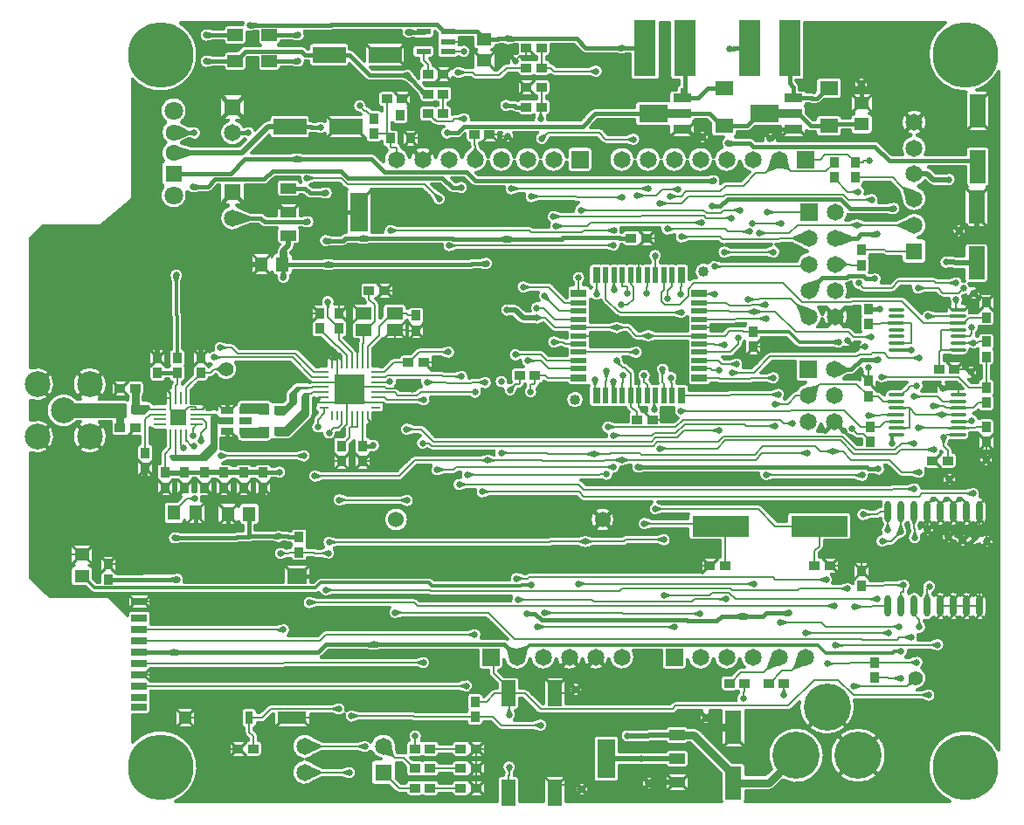
<source format=gtl>
*
%LPD*%
%LNFREAK900LR-L1*%
%FSLAX25Y25*%
%MOIN*%
%AD*%
%AD*%
%ADD19C,0.25*%
%ADD20R,0.065X0.065*%
%ADD21C,0.065*%
%ADD22C,0.18*%
%ADD26C,0.06*%
%ADD28R,0.118109843X0.118109843*%
%ADD33R,0.062990157X0.062990157*%
%ADD36C,0.03*%
%ADD37C,0.008*%
%ADD38C,0.012*%
%ADD39C,0.015*%
%ADD40C,0.01*%
%ADD41R,0.064959843X0.064959843*%
%ADD42C,0.064959843*%
%ADD60R,0.059059843X0.059059843*%
%ADD64C,0.098429921*%
%ADD65C,0.062990157*%
%ADD67C,0.02*%
%ADD68C,0.070870079*%
%ADD69C,0.055*%
%ADD71C,0.025*%
%ADD99C,0.04*%
%ADD102R,0.035X0.039*%
%ADD103R,0.039X0.035*%
%ADD104R,0.125979921X0.062990157*%
%ADD105R,0.05X0.058*%
%ADD106R,0.062990157X0.125979921*%
%ADD114O,0.059059843X0.01575*%
%ADD116R,0.06X0.04*%
%ADD117R,0.07X0.15*%
%ADD118R,0.055120079X0.023620079*%
%ADD119R,0.03X0.06*%
%ADD120R,0.02X0.06*%
%ADD121R,0.06X0.03*%
%ADD122R,0.06X0.02*%
%ADD126R,0.217X0.08*%
%ADD137R,0.047240157X0.047240157*%
%ADD158R,0.045X0.025*%
%ADD159R,0.058X0.05*%
%ADD160R,0.059059843X0.047240157*%
%ADD161R,0.059059843X0.027559843*%
%ADD162R,0.0315X0.047240157*%
%ADD163R,0.110240157X0.047240157*%
%ADD164R,0.0748X0.062990157*%
%ADD167O,0.039370079X0.009840157*%
%ADD168O,0.009840157X0.039370079*%
%ADD169O,0.039370079X0.009840157*%
%ADD170O,0.009840157X0.039370079*%
%ADD171O,0.023620079X0.082679921*%
%ADD172R,0.062990157X0.045279921*%
%ADD185O,0.047240157X0.009840157*%
%ADD186O,0.009840157X0.047240157*%
%ADD187R,0.035X0.04*%
%ADD189R,0.055120079X0.098429921*%
%ADD190R,0.07X0.034*%
%ADD191R,0.11X0.034*%
%ADD192R,0.11X0.07*%
%ADD193R,0.070870079X0.055120079*%
%ADD194R,0.08465X0.216540157*%
G54D19*
%SRX1Y1I0.0J0.0*%
G1X85135Y440221D3*
G1X392135Y440221D3*
G1X85135Y168221D3*
G1X392135Y168221D3*
G54D20*
G1X211135Y210221D3*
G1X245135Y400221D3*
G1X281135Y210221D3*
G1X331135Y400221D3*
G1X332635Y380221D3*
G1X332135Y320021D3*
G54D21*
G1X221135Y210221D3*
G1X231135Y210221D3*
G1X241135Y210221D3*
G1X251135Y210221D3*
G1X261135Y210221D3*
G1X235135Y400221D3*
G1X225135Y400221D3*
G1X215135Y400221D3*
G1X205135Y400221D3*
G1X195135Y400221D3*
G1X185135Y400221D3*
G1X175135Y400221D3*
G1X291135Y210221D3*
G1X301135Y210221D3*
G1X311135Y210221D3*
G1X321135Y210221D3*
G1X331135Y210221D3*
G1X321135Y400221D3*
G1X311135Y400221D3*
G1X301135Y400221D3*
G1X291135Y400221D3*
G1X281135Y400221D3*
G1X271135Y400221D3*
G1X261135Y400221D3*
G1X342635Y380221D3*
G1X332635Y370221D3*
G1X342635Y370221D3*
G1X332635Y360221D3*
G1X342635Y360221D3*
G1X332635Y350221D3*
G1X342635Y350221D3*
G1X332635Y340221D3*
G1X342635Y340221D3*
G1X342135Y320021D3*
G1X332135Y310021D3*
G1X342135Y310021D3*
G1X332135Y300021D3*
G1X342135Y300021D3*
G54D22*
G1X327635Y172721D3*
G1X351257Y172721D3*
G1X339446Y191225D3*
G54D26*
G1X175017Y262721D3*
G1X253757Y262721D3*
G54D28*
G1X157335Y312294D3*
G54D33*
G1X90135Y394847D3*
G1X303735Y162191D2*
G54D36*
G1X317105Y162191D1*
G1X327635Y172721D1*
G1X282235Y180421D2*
G1X288655Y180421D1*
G1X303735Y165341D1*
G1X303735Y162191D1*
G1X293235Y187221D2*
G1X297735Y187221D1*
G1X297965Y183451D1*
G1X303735Y183451D1*
G1X75535Y306171D2*
G1X75535Y312721D1*
G1X69735Y302121D2*
G1X69735Y297721D1*
G1X218135Y166421D2*
G54D37*
G1X218620Y167523D1*
G1X218135Y166571D1*
G1X217650Y167523D1*
G1X218135Y166421D1*
G1X218135Y166421D3*
G1X217783Y167221D2*
G1X217804Y167221D1*
G1X218467Y167221D2*
G1X218488Y167221D1*
G1X217935Y166875D2*
G1X217935Y166964D1*
G1X243935Y159821D2*
G1X245169Y159293D1*
G1X244185Y159821D1*
G1X245169Y160349D1*
G1X243935Y159821D1*
G1X245169Y159293D3*
G1X244571Y160093D2*
G1X244692Y160093D1*
G1X244335Y159650D2*
G1X244335Y159741D1*
G1X244335Y159902D2*
G1X244335Y159992D1*
G1X245135Y159308D2*
G1X245135Y159311D1*
G1X245135Y160331D2*
G1X245135Y160335D1*
G1X146631Y166221D2*
G1X142149Y168235D1*
G1X143783Y166221D1*
G1X142149Y164207D1*
G1X146631Y166221D1*
G1X142149Y164207D3*
G1X142798Y165007D2*
G1X143930Y165007D1*
G1X143448Y165807D2*
G1X145710Y165807D1*
G1X143470Y166607D2*
G1X145772Y166607D1*
G1X142821Y167407D2*
G1X143991Y167407D1*
G1X142172Y168207D2*
G1X142211Y168207D1*
G1X142735Y164471D2*
G1X142735Y164930D1*
G1X142735Y167513D2*
G1X142735Y167972D1*
G1X143535Y164830D2*
G1X143535Y165915D1*
G1X143535Y166527D2*
G1X143535Y167612D1*
G1X144335Y165189D2*
G1X144335Y167253D1*
G1X145135Y165549D2*
G1X145135Y166893D1*
G1X145935Y165908D2*
G1X145935Y166534D1*
G1X154635Y166121D2*
G1X156534Y165520D1*
G1X155485Y166121D1*
G1X156534Y166722D1*
G1X154635Y166121D1*
G1X156534Y165520D3*
G1X155264Y166320D2*
G1X155833Y166320D1*
G1X154735Y166089D2*
G1X154735Y166153D1*
G1X155535Y165836D2*
G1X155535Y166092D1*
G1X155535Y166150D2*
G1X155535Y166406D1*
G1X156335Y165583D2*
G1X156335Y165634D1*
G1X156335Y166608D2*
G1X156335Y166659D1*
G1X110335Y175221D2*
G1X108436Y175822D1*
G1X109485Y175221D1*
G1X108436Y174620D1*
G1X110335Y175221D1*
G1X108436Y174620D3*
G1X109138Y175420D2*
G1X109707Y175420D1*
G1X109135Y174841D2*
G1X109135Y175021D1*
G1X109135Y175422D2*
G1X109135Y175601D1*
G1X109935Y175094D2*
G1X109935Y175348D1*
G1X146631Y176221D2*
G1X142149Y178235D1*
G1X143783Y176221D1*
G1X142149Y174207D1*
G1X146631Y176221D1*
G1X142149Y174207D3*
G1X142798Y175007D2*
G1X143930Y175007D1*
G1X143448Y175807D2*
G1X145710Y175807D1*
G1X143470Y176607D2*
G1X145772Y176607D1*
G1X142821Y177407D2*
G1X143991Y177407D1*
G1X142172Y178207D2*
G1X142211Y178207D1*
G1X142735Y174471D2*
G1X142735Y174930D1*
G1X142735Y177513D2*
G1X142735Y177972D1*
G1X143535Y174830D2*
G1X143535Y175915D1*
G1X143535Y176527D2*
G1X143535Y177612D1*
G1X144335Y175189D2*
G1X144335Y177253D1*
G1X145135Y175549D2*
G1X145135Y176893D1*
G1X145935Y175908D2*
G1X145935Y176534D1*
G1X160635Y176021D2*
G1X162534Y175420D1*
G1X161485Y176021D1*
G1X162534Y176622D1*
G1X160635Y176021D1*
G1X162534Y175420D3*
G1X161264Y176220D2*
G1X161833Y176220D1*
G1X161135Y175863D2*
G1X161135Y176179D1*
G1X161935Y175610D2*
G1X161935Y175763D1*
G1X161935Y176279D2*
G1X161935Y176433D1*
G1X173787Y172570D2*
G1X172978Y176049D1*
G1X172715Y173642D1*
G1X170307Y173378D1*
G1X173787Y172570D1*
G1X173787Y172570D3*
G1X170344Y173370D2*
G1X173601Y173370D1*
G1X172773Y174170D2*
G1X173415Y174170D1*
G1X172860Y174970D2*
G1X173229Y174970D1*
G1X172948Y175770D2*
G1X173043Y175770D1*
G1X170735Y173279D2*
G1X170735Y173425D1*
G1X171535Y173093D2*
G1X171535Y173513D1*
G1X172335Y172907D2*
G1X172335Y173600D1*
G1X173135Y172721D2*
G1X173135Y175373D1*
G1X209835Y175221D2*
G1X211734Y174620D1*
G1X210685Y175221D1*
G1X211734Y175822D1*
G1X209835Y175221D1*
G1X211734Y174620D3*
G1X210464Y175420D2*
G1X211033Y175420D1*
G1X209935Y175189D2*
G1X209935Y175253D1*
G1X210735Y174936D2*
G1X210735Y175192D1*
G1X210735Y175250D2*
G1X210735Y175506D1*
G1X211535Y174683D2*
G1X211535Y174734D1*
G1X211535Y175708D2*
G1X211535Y175759D1*
G1X150735Y190421D2*
G1X152634Y189820D1*
G1X151585Y190421D1*
G1X152634Y191022D1*
G1X150735Y190421D1*
G1X152634Y189820D3*
G1X151364Y190620D2*
G1X151933Y190620D1*
G1X150735Y190421D3*
G1X151535Y190168D2*
G1X151535Y190674D1*
G1X152335Y189915D2*
G1X152335Y189991D1*
G1X152335Y190851D2*
G1X152335Y190927D1*
G1X144435Y187221D2*
G1X146134Y186620D1*
G1X145085Y187221D1*
G1X146134Y187822D1*
G1X144435Y187221D1*
G1X146134Y186620D3*
G1X144998Y187420D2*
G1X145433Y187420D1*
G1X145135Y186973D2*
G1X145135Y187192D1*
G1X145135Y187250D2*
G1X145135Y187469D1*
G1X145935Y186690D2*
G1X145935Y186734D1*
G1X145935Y187708D2*
G1X145935Y187752D1*
G1X160535Y187721D2*
G1X158636Y188322D1*
G1X159685Y187721D1*
G1X158636Y187120D1*
G1X160535Y187721D1*
G1X158636Y187120D3*
G1X159338Y187920D2*
G1X159907Y187920D1*
G1X158735Y187151D2*
G1X158735Y187177D1*
G1X158735Y188265D2*
G1X158735Y188291D1*
G1X159535Y187405D2*
G1X159535Y187635D1*
G1X159535Y187807D2*
G1X159535Y188038D1*
G1X160335Y187658D2*
G1X160335Y187784D1*
G1X227635Y184221D2*
G1X229534Y183620D1*
G1X228485Y184221D1*
G1X229534Y184822D1*
G1X227635Y184221D1*
G1X229534Y183620D3*
G1X228264Y184420D2*
G1X228833Y184420D1*
G1X228335Y184000D2*
G1X228335Y184443D1*
G1X229135Y183746D2*
G1X229135Y183849D1*
G1X229135Y184594D2*
G1X229135Y184696D1*
G1X199335Y199221D2*
G1X201234Y198620D1*
G1X200185Y199221D1*
G1X201234Y199822D1*
G1X199335Y199221D1*
G1X201234Y198620D3*
G1X199964Y199420D2*
G1X200533Y199420D1*
G1X199535Y199158D2*
G1X199535Y199284D1*
G1X200335Y198905D2*
G1X200335Y199135D1*
G1X200335Y199307D2*
G1X200335Y199538D1*
G1X201135Y198651D2*
G1X201135Y198677D1*
G1X201135Y199765D2*
G1X201135Y199791D1*
G1X218135Y190721D2*
G1X217534Y188822D1*
G1X218135Y189871D1*
G1X218736Y188822D1*
G1X218135Y190721D1*
G1X217534Y188822D3*
G1X218736Y188822D3*
G1X217788Y189622D2*
G1X217993Y189622D1*
G1X218278Y189622D2*
G1X218483Y189622D1*
G1X218041Y190422D2*
G1X218230Y190422D1*
G1X217935Y189522D2*
G1X217935Y190089D1*
G1X218735Y188824D2*
G1X218735Y188825D1*
G1X375735Y195721D2*
G1X377634Y195120D1*
G1X376585Y195721D1*
G1X377634Y196322D1*
G1X375735Y195721D1*
G1X377634Y195120D3*
G1X376364Y195920D2*
G1X376933Y195920D1*
G1X376335Y195531D2*
G1X376335Y195911D1*
G1X377135Y195278D2*
G1X377135Y195406D1*
G1X377135Y196036D2*
G1X377135Y196164D1*
G1X316539Y205625D2*
G1X321135Y207371D1*
G1X318554Y207640D1*
G1X318285Y210221D1*
G1X316539Y205625D1*
G1X316539Y205625D3*
G1X316843Y206425D2*
G1X318645Y206425D1*
G1X317147Y207225D2*
G1X320751Y207225D1*
G1X317451Y208025D2*
G1X318514Y208025D1*
G1X317755Y208825D2*
G1X318431Y208825D1*
G1X318059Y209625D2*
G1X318348Y209625D1*
G1X317135Y205851D2*
G1X317135Y207194D1*
G1X317935Y206155D2*
G1X317935Y209300D1*
G1X318735Y206459D2*
G1X318735Y207621D1*
G1X319535Y206763D2*
G1X319535Y207538D1*
G1X320335Y207067D2*
G1X320335Y207454D1*
G1X321135Y207371D3*
G1X326784Y205870D2*
G1X331135Y207371D1*
G1X328554Y207640D1*
G1X328285Y210221D1*
G1X326784Y205870D1*
G1X326784Y205870D3*
G1X327060Y206670D2*
G1X329102Y206670D1*
G1X327336Y207470D2*
G1X330190Y207470D1*
G1X327612Y208270D2*
G1X328489Y208270D1*
G1X327888Y209070D2*
G1X328405Y209070D1*
G1X328164Y209870D2*
G1X328322Y209870D1*
G1X327535Y206129D2*
G1X327535Y208047D1*
G1X328335Y206405D2*
G1X328335Y209741D1*
G1X329135Y206681D2*
G1X329135Y207580D1*
G1X329935Y206957D2*
G1X329935Y207496D1*
G1X330735Y207233D2*
G1X330735Y207413D1*
G1X323035Y198221D2*
G1X322434Y196322D1*
G1X323035Y197371D1*
G1X323636Y196322D1*
G1X323035Y198221D1*
G1X322434Y196322D3*
G1X323636Y196322D3*
G1X322688Y197122D2*
G1X322893Y197122D1*
G1X323178Y197122D2*
G1X323383Y197122D1*
G1X322941Y197922D2*
G1X323130Y197922D1*
G1X322735Y196847D2*
G1X322735Y197273D1*
G1X323535Y196498D2*
G1X323535Y196641D1*
G1X352135Y199021D2*
G1X350236Y199622D1*
G1X351285Y199021D1*
G1X350236Y198420D1*
G1X352135Y199021D1*
G1X350236Y198420D3*
G1X350938Y199220D2*
G1X351507Y199220D1*
G1X350735Y198578D2*
G1X350735Y198706D1*
G1X350735Y199336D2*
G1X350735Y199464D1*
G1X351535Y198831D2*
G1X351535Y199211D1*
G1X370784Y199870D2*
G1X372309Y200021D1*
G1X370908Y199994D1*
G1X370935Y201395D1*
G1X370784Y199870D1*
G1X370784Y199870D3*
G1X370863Y200670D2*
G1X370921Y200670D1*
G1X371535Y199944D2*
G1X371535Y200006D1*
G1X364935Y202021D2*
G1X366834Y201420D1*
G1X365785Y202021D1*
G1X366834Y202622D1*
G1X364935Y202021D1*
G1X366834Y201420D3*
G1X365564Y202220D2*
G1X366133Y202220D1*
G1X365135Y201958D2*
G1X365135Y202084D1*
G1X365935Y201705D2*
G1X365935Y201935D1*
G1X365935Y202107D2*
G1X365935Y202338D1*
G1X366735Y201451D2*
G1X366735Y201477D1*
G1X366735Y202565D2*
G1X366735Y202591D1*
G1X182935Y208121D2*
G1X184834Y207520D1*
G1X183785Y208121D1*
G1X184834Y208722D1*
G1X182935Y208121D1*
G1X184834Y207520D3*
G1X183564Y208320D2*
G1X184133Y208320D1*
G1X183535Y207931D2*
G1X183535Y208311D1*
G1X184335Y207678D2*
G1X184335Y207806D1*
G1X184335Y208436D2*
G1X184335Y208564D1*
G1X341935Y207621D2*
G1X340036Y208222D1*
G1X341085Y207621D1*
G1X340036Y207020D1*
G1X341935Y207621D1*
G1X340036Y207020D3*
G1X340738Y207820D2*
G1X341307Y207820D1*
G1X340335Y207115D2*
G1X340335Y207191D1*
G1X340335Y208051D2*
G1X340335Y208127D1*
G1X341135Y207368D2*
G1X341135Y207874D1*
G1X341935Y207621D3*
G1X371235Y208221D2*
G1X373134Y207620D1*
G1X372085Y208221D1*
G1X373134Y208822D1*
G1X371235Y208221D1*
G1X373134Y207620D3*
G1X371864Y208420D2*
G1X372433Y208420D1*
G1X371535Y208126D2*
G1X371535Y208316D1*
G1X372335Y207873D2*
G1X372335Y208078D1*
G1X372335Y208364D2*
G1X372335Y208569D1*
G1X202535Y218721D2*
G1X204434Y218120D1*
G1X203385Y218721D1*
G1X204434Y219322D1*
G1X202535Y218721D1*
G1X204434Y218120D3*
G1X203164Y218920D2*
G1X203733Y218920D1*
G1X202735Y218658D2*
G1X202735Y218784D1*
G1X203535Y218405D2*
G1X203535Y218635D1*
G1X203535Y218807D2*
G1X203535Y219038D1*
G1X204335Y218151D2*
G1X204335Y218177D1*
G1X204335Y219265D2*
G1X204335Y219291D1*
G1X129535Y220621D2*
G1X131434Y220020D1*
G1X130385Y220621D1*
G1X131434Y221222D1*
G1X129535Y220621D1*
G1X131434Y220020D3*
G1X130164Y220820D2*
G1X130733Y220820D1*
G1X129935Y220494D2*
G1X129935Y220748D1*
G1X130735Y220241D2*
G1X130735Y220421D1*
G1X130735Y220822D2*
G1X130735Y221001D1*
G1X231535Y221821D2*
G1X229636Y222422D1*
G1X230685Y221821D1*
G1X229636Y221220D1*
G1X231535Y221821D1*
G1X229636Y221220D3*
G1X230338Y222020D2*
G1X230907Y222020D1*
G1X229935Y221315D2*
G1X229935Y221391D1*
G1X229935Y222251D2*
G1X229935Y222327D1*
G1X230735Y221568D2*
G1X230735Y222074D1*
G1X231535Y221821D3*
G1X278735Y221621D2*
G1X280634Y221020D1*
G1X279585Y221621D1*
G1X280634Y222222D1*
G1X278735Y221621D1*
G1X280634Y221020D3*
G1X279364Y221820D2*
G1X279933Y221820D1*
G1X278735Y221621D3*
G1X279535Y221368D2*
G1X279535Y221874D1*
G1X280335Y221115D2*
G1X280335Y221191D1*
G1X280335Y222051D2*
G1X280335Y222127D1*
G1X324135Y223521D2*
G1X322236Y224122D1*
G1X323285Y223521D1*
G1X322236Y222920D1*
G1X324135Y223521D1*
G1X322236Y222920D3*
G1X322938Y223720D2*
G1X323507Y223720D1*
G1X322735Y223078D2*
G1X322735Y223206D1*
G1X322735Y223836D2*
G1X322735Y223964D1*
G1X323535Y223331D2*
G1X323535Y223711D1*
G1X364535Y221921D2*
G1X366434Y221320D1*
G1X365385Y221921D1*
G1X366434Y222522D1*
G1X364535Y221921D1*
G1X366434Y221320D3*
G1X365164Y222120D2*
G1X365733Y222120D1*
G1X365135Y221731D2*
G1X365135Y222111D1*
G1X365935Y221478D2*
G1X365935Y221606D1*
G1X365935Y222236D2*
G1X365935Y222364D1*
G1X333735Y219521D2*
G1X331836Y220122D1*
G1X332885Y219521D1*
G1X331836Y218920D1*
G1X333735Y219521D1*
G1X331836Y218920D3*
G1X332538Y219720D2*
G1X333107Y219720D1*
G1X332335Y219078D2*
G1X332335Y219206D1*
G1X332335Y219836D2*
G1X332335Y219964D1*
G1X333135Y219331D2*
G1X333135Y219711D1*
G1X360535Y219421D2*
G1X362434Y218820D1*
G1X361385Y219421D1*
G1X362434Y220022D1*
G1X360535Y219421D1*
G1X362434Y218820D3*
G1X361164Y219620D2*
G1X361733Y219620D1*
G1X361135Y219231D2*
G1X361135Y219611D1*
G1X361935Y218978D2*
G1X361935Y219106D1*
G1X361935Y219736D2*
G1X361935Y219864D1*
G1X345235Y214621D2*
G1X343336Y215222D1*
G1X344385Y214621D1*
G1X343336Y214020D1*
G1X345235Y214621D1*
G1X343336Y214020D3*
G1X344038Y214820D2*
G1X344607Y214820D1*
G1X343535Y214083D2*
G1X343535Y214134D1*
G1X343535Y215108D2*
G1X343535Y215159D1*
G1X344335Y214336D2*
G1X344335Y214592D1*
G1X344335Y214650D2*
G1X344335Y214906D1*
G1X345135Y214589D2*
G1X345135Y214653D1*
G1X379135Y214921D2*
G1X381034Y214320D1*
G1X379985Y214921D1*
G1X381034Y215522D1*
G1X379135Y214921D1*
G1X381034Y214320D3*
G1X379764Y215120D2*
G1X380333Y215120D1*
G1X379535Y214794D2*
G1X379535Y215048D1*
G1X380335Y214541D2*
G1X380335Y214721D1*
G1X380335Y215122D2*
G1X380335Y215301D1*
G1X144435Y231021D2*
G1X142536Y231622D1*
G1X143585Y231021D1*
G1X142536Y230420D1*
G1X144435Y231021D1*
G1X142536Y230420D3*
G1X143238Y231220D2*
G1X143807Y231220D1*
G1X142735Y230483D2*
G1X142735Y230534D1*
G1X142735Y231508D2*
G1X142735Y231559D1*
G1X143535Y230736D2*
G1X143535Y230992D1*
G1X143535Y231050D2*
G1X143535Y231306D1*
G1X144335Y230989D2*
G1X144335Y231053D1*
G1X339635Y229721D2*
G1X341534Y229120D1*
G1X340485Y229721D1*
G1X341534Y230322D1*
G1X339635Y229721D1*
G1X341534Y229120D3*
G1X340264Y229920D2*
G1X340833Y229920D1*
G1X340335Y229500D2*
G1X340335Y229943D1*
G1X341135Y229246D2*
G1X341135Y229349D1*
G1X341135Y230094D2*
G1X341135Y230196D1*
G1X177135Y227221D2*
G1X175236Y227822D1*
G1X176285Y227221D1*
G1X175236Y226620D1*
G1X177135Y227221D1*
G1X175236Y226620D3*
G1X175938Y227420D2*
G1X176507Y227420D1*
G1X175535Y226715D2*
G1X175535Y226791D1*
G1X175535Y227651D2*
G1X175535Y227727D1*
G1X176335Y226968D2*
G1X176335Y227474D1*
G1X177135Y227221D3*
G1X369035Y217721D2*
G1X370934Y217120D1*
G1X369885Y217721D1*
G1X370934Y218322D1*
G1X369035Y217721D1*
G1X370934Y217120D3*
G1X369664Y217920D2*
G1X370233Y217920D1*
G1X369135Y217689D2*
G1X369135Y217753D1*
G1X369935Y217436D2*
G1X369935Y217692D1*
G1X369935Y217750D2*
G1X369935Y218006D1*
G1X370735Y217183D2*
G1X370735Y217234D1*
G1X370735Y218208D2*
G1X370735Y218259D1*
G1X224035Y232221D2*
G1X222136Y232822D1*
G1X223185Y232221D1*
G1X222136Y231620D1*
G1X224035Y232221D1*
G1X222136Y231620D3*
G1X222838Y232420D2*
G1X223407Y232420D1*
G1X222735Y231810D2*
G1X222735Y231963D1*
G1X222735Y232479D2*
G1X222735Y232633D1*
G1X223535Y232063D2*
G1X223535Y232379D1*
G1X298435Y232321D2*
G1X300334Y231720D1*
G1X299285Y232321D1*
G1X300334Y232922D1*
G1X298435Y232321D1*
G1X300334Y231720D3*
G1X299064Y232520D2*
G1X299633Y232520D1*
G1X298735Y232226D2*
G1X298735Y232416D1*
G1X299535Y231973D2*
G1X299535Y232178D1*
G1X299535Y232464D2*
G1X299535Y232669D1*
G1X234235Y227121D2*
G1X232336Y227722D1*
G1X233385Y227121D1*
G1X232336Y226520D1*
G1X234235Y227121D1*
G1X232336Y226520D3*
G1X233038Y227320D2*
G1X233607Y227320D1*
G1X233135Y226773D2*
G1X233135Y226978D1*
G1X233135Y227264D2*
G1X233135Y227469D1*
G1X233935Y227026D2*
G1X233935Y227216D1*
G1X288435Y226821D2*
G1X290334Y226220D1*
G1X289285Y226821D1*
G1X290334Y227422D1*
G1X288435Y226821D1*
G1X290334Y226220D3*
G1X289064Y227020D2*
G1X289633Y227020D1*
G1X289135Y226600D2*
G1X289135Y227043D1*
G1X289935Y226346D2*
G1X289935Y226449D1*
G1X289935Y227194D2*
G1X289935Y227296D1*
G1X279735Y233821D2*
G1X277836Y234422D1*
G1X278885Y233821D1*
G1X277836Y233220D1*
G1X279735Y233821D1*
G1X277836Y233220D3*
G1X278538Y234020D2*
G1X279107Y234020D1*
G1X277935Y233251D2*
G1X277935Y233277D1*
G1X277935Y234365D2*
G1X277935Y234391D1*
G1X278735Y233505D2*
G1X278735Y233735D1*
G1X278735Y233907D2*
G1X278735Y234138D1*
G1X279535Y233758D2*
G1X279535Y233884D1*
G1X356035Y232321D2*
G1X357934Y231720D1*
G1X356885Y232321D1*
G1X357934Y232922D1*
G1X356035Y232321D1*
G1X357934Y231720D3*
G1X356664Y232520D2*
G1X357233Y232520D1*
G1X356335Y232226D2*
G1X356335Y232416D1*
G1X357135Y231973D2*
G1X357135Y232178D1*
G1X357135Y232464D2*
G1X357135Y232669D1*
G1X352435Y229521D2*
G1X350536Y230122D1*
G1X351585Y229521D1*
G1X350536Y228920D1*
G1X352435Y229521D1*
G1X350536Y228920D3*
G1X351238Y229720D2*
G1X351807Y229720D1*
G1X350735Y228983D2*
G1X350735Y229034D1*
G1X350735Y230008D2*
G1X350735Y230059D1*
G1X351535Y229236D2*
G1X351535Y229492D1*
G1X351535Y229550D2*
G1X351535Y229806D1*
G1X352335Y229489D2*
G1X352335Y229553D1*
G1X377635Y234926D2*
G1X377083Y233116D1*
G1X377635Y234145D1*
G1X378188Y233116D1*
G1X377635Y234926D1*
G1X377083Y233116D3*
G1X378188Y233116D3*
G1X377327Y233916D2*
G1X377513Y233916D1*
G1X377758Y233916D2*
G1X377944Y233916D1*
G1X377571Y234716D2*
G1X377699Y234716D1*
G1X377135Y233213D2*
G1X377135Y233287D1*
G1X377935Y233586D2*
G1X377935Y233943D1*
G1X374735Y223358D2*
G1X374278Y222338D1*
G1X374735Y223271D1*
G1X375192Y222338D1*
G1X374735Y223358D1*
G1X374278Y222338D3*
G1X375192Y222338D3*
G1X374637Y223138D2*
G1X374670Y223138D1*
G1X374801Y223138D2*
G1X374834Y223138D1*
G1X374735Y223271D2*
G1X374735Y223358D1*
G1X96362Y270621D2*
G1X97429Y270148D1*
G1X96485Y270621D1*
G1X97429Y271094D1*
G1X96362Y270621D1*
G1X97429Y270148D3*
G1X97099Y270948D2*
G1X97137Y270948D1*
G1X97135Y270278D2*
G1X97135Y270295D1*
G1X97135Y270947D2*
G1X97135Y270964D1*
G1X244735Y254321D2*
G1X246634Y253720D1*
G1X245585Y254321D1*
G1X246634Y254922D1*
G1X244735Y254321D1*
G1X246634Y253720D3*
G1X245364Y254520D2*
G1X245933Y254520D1*
G1X245135Y254194D2*
G1X245135Y254448D1*
G1X245935Y253941D2*
G1X245935Y254121D1*
G1X245935Y254522D2*
G1X245935Y254701D1*
G1X150735Y235921D2*
G1X148836Y236522D1*
G1X149885Y235921D1*
G1X148836Y235320D1*
G1X150735Y235921D1*
G1X148836Y235320D3*
G1X149538Y236120D2*
G1X150107Y236120D1*
G1X149135Y235415D2*
G1X149135Y235491D1*
G1X149135Y236351D2*
G1X149135Y236427D1*
G1X149935Y235668D2*
G1X149935Y236174D1*
G1X150735Y235921D3*
G1X344735Y236321D2*
G1X346634Y235720D1*
G1X345585Y236321D1*
G1X346634Y236922D1*
G1X344735Y236321D1*
G1X346634Y235720D3*
G1X345364Y236520D2*
G1X345933Y236520D1*
G1X345135Y236194D2*
G1X345135Y236448D1*
G1X345935Y235941D2*
G1X345935Y236121D1*
G1X345935Y236522D2*
G1X345935Y236701D1*
G1X155835Y270221D2*
G1X153936Y270822D1*
G1X154985Y270221D1*
G1X153936Y269620D1*
G1X155835Y270221D1*
G1X153936Y269620D3*
G1X154638Y270420D2*
G1X155207Y270420D1*
G1X154735Y269873D2*
G1X154735Y270078D1*
G1X154735Y270364D2*
G1X154735Y270569D1*
G1X155535Y270126D2*
G1X155535Y270316D1*
G1X176735Y270021D2*
G1X178634Y269420D1*
G1X177585Y270021D1*
G1X178634Y270622D1*
G1X176735Y270021D1*
G1X178634Y269420D3*
G1X177364Y270220D2*
G1X177933Y270220D1*
G1X177135Y269894D2*
G1X177135Y270148D1*
G1X177935Y269641D2*
G1X177935Y269821D1*
G1X177935Y270222D2*
G1X177935Y270401D1*
G1X201635Y276121D2*
G1X199736Y276722D1*
G1X200785Y276121D1*
G1X199736Y275520D1*
G1X201635Y276121D1*
G1X199736Y275520D3*
G1X200438Y276320D2*
G1X201007Y276320D1*
G1X200335Y275710D2*
G1X200335Y275863D1*
G1X200335Y276379D2*
G1X200335Y276533D1*
G1X201135Y275963D2*
G1X201135Y276279D1*
G1X370235Y274421D2*
G1X372134Y273820D1*
G1X371085Y274421D1*
G1X372134Y275022D1*
G1X370235Y274421D1*
G1X372134Y273820D3*
G1X370864Y274620D2*
G1X371433Y274620D1*
G1X370735Y274263D2*
G1X370735Y274579D1*
G1X371535Y274010D2*
G1X371535Y274163D1*
G1X371535Y274679D2*
G1X371535Y274833D1*
G1X132835Y249821D2*
G1X131602Y250349D1*
G1X132585Y249821D1*
G1X131602Y249293D1*
G1X132835Y249821D1*
G1X131602Y249293D3*
G1X132078Y250093D2*
G1X132200Y250093D1*
G1X132335Y249607D2*
G1X132335Y249687D1*
G1X132335Y249955D2*
G1X132335Y250035D1*
G1X151935Y254021D2*
G1X150036Y254622D1*
G1X151085Y254021D1*
G1X150036Y253420D1*
G1X151935Y254021D1*
G1X150036Y253420D3*
G1X150738Y254220D2*
G1X151307Y254220D1*
G1X150735Y253641D2*
G1X150735Y253821D1*
G1X150735Y254222D2*
G1X150735Y254401D1*
G1X151535Y253894D2*
G1X151535Y254148D1*
G1X146735Y249921D2*
G1X148634Y249320D1*
G1X147585Y249921D1*
G1X148634Y250522D1*
G1X146735Y249921D1*
G1X148634Y249320D3*
G1X147364Y250120D2*
G1X147933Y250120D1*
G1X146735Y249921D3*
G1X147535Y249668D2*
G1X147535Y250174D1*
G1X148335Y249415D2*
G1X148335Y249491D1*
G1X148335Y250351D2*
G1X148335Y250427D1*
G1X210335Y273321D2*
G1X208436Y273922D1*
G1X209485Y273321D1*
G1X208436Y272720D1*
G1X210335Y273321D1*
G1X208436Y272720D3*
G1X209138Y273520D2*
G1X209707Y273520D1*
G1X209135Y272941D2*
G1X209135Y273121D1*
G1X209135Y273522D2*
G1X209135Y273701D1*
G1X209935Y273194D2*
G1X209935Y273448D1*
G1X392635Y272621D2*
G1X394534Y272020D1*
G1X393485Y272621D1*
G1X394534Y273222D1*
G1X392635Y272621D1*
G1X394534Y272020D3*
G1X393264Y272820D2*
G1X393833Y272820D1*
G1X393135Y272463D2*
G1X393135Y272779D1*
G1X393935Y272210D2*
G1X393935Y272363D1*
G1X393935Y272879D2*
G1X393935Y273033D1*
G1X223435Y240221D2*
G1X221536Y240822D1*
G1X222585Y240221D1*
G1X221536Y239620D1*
G1X223435Y240221D1*
G1X221536Y239620D3*
G1X222238Y240420D2*
G1X222807Y240420D1*
G1X221935Y239746D2*
G1X221935Y239849D1*
G1X221935Y240594D2*
G1X221935Y240696D1*
G1X222735Y240000D2*
G1X222735Y240443D1*
G1X336635Y239821D2*
G1X338534Y239220D1*
G1X337485Y239821D1*
G1X338534Y240422D1*
G1X336635Y239821D1*
G1X338534Y239220D3*
G1X337264Y240020D2*
G1X337833Y240020D1*
G1X337135Y239663D2*
G1X337135Y239979D1*
G1X337935Y239410D2*
G1X337935Y239563D1*
G1X337935Y240079D2*
G1X337935Y240233D1*
G1X249735Y254321D2*
G1X247836Y254922D1*
G1X248885Y254321D1*
G1X247836Y253720D1*
G1X249735Y254321D1*
G1X247836Y253720D3*
G1X248538Y254520D2*
G1X249107Y254520D1*
G1X248335Y253878D2*
G1X248335Y254006D1*
G1X248335Y254636D2*
G1X248335Y254764D1*
G1X249135Y254131D2*
G1X249135Y254511D1*
G1X274735Y255021D2*
G1X276634Y254420D1*
G1X275585Y255021D1*
G1X276634Y255622D1*
G1X274735Y255021D1*
G1X276634Y254420D3*
G1X275364Y255220D2*
G1X275933Y255220D1*
G1X274735Y255021D3*
G1X275535Y254768D2*
G1X275535Y255274D1*
G1X276335Y254515D2*
G1X276335Y254591D1*
G1X276335Y255451D2*
G1X276335Y255527D1*
G1X247135Y238221D2*
G1X245236Y238822D1*
G1X246285Y238221D1*
G1X245236Y237620D1*
G1X247135Y238221D1*
G1X245236Y237620D3*
G1X245938Y238420D2*
G1X246507Y238420D1*
G1X245935Y237841D2*
G1X245935Y238021D1*
G1X245935Y238422D2*
G1X245935Y238601D1*
G1X246735Y238094D2*
G1X246735Y238348D1*
G1X308935Y238221D2*
G1X310834Y237620D1*
G1X309785Y238221D1*
G1X310834Y238822D1*
G1X308935Y238221D1*
G1X310834Y237620D3*
G1X309564Y238420D2*
G1X310133Y238420D1*
G1X309135Y238158D2*
G1X309135Y238284D1*
G1X309935Y237905D2*
G1X309935Y238135D1*
G1X309935Y238307D2*
G1X309935Y238538D1*
G1X310735Y237651D2*
G1X310735Y237677D1*
G1X310735Y238765D2*
G1X310735Y238791D1*
G1X276335Y266821D2*
G1X274436Y267422D1*
G1X275485Y266821D1*
G1X274436Y266220D1*
G1X276335Y266821D1*
G1X274436Y266220D3*
G1X275138Y267020D2*
G1X275707Y267020D1*
G1X274735Y266315D2*
G1X274735Y266391D1*
G1X274735Y267251D2*
G1X274735Y267327D1*
G1X275535Y266568D2*
G1X275535Y267074D1*
G1X276335Y266821D3*
G1X272235Y261221D2*
G1X270336Y261822D1*
G1X271385Y261221D1*
G1X270336Y260620D1*
G1X272235Y261221D1*
G1X270336Y260620D3*
G1X271038Y261420D2*
G1X271607Y261420D1*
G1X270735Y260746D2*
G1X270735Y260849D1*
G1X270735Y261594D2*
G1X270735Y261696D1*
G1X271535Y261000D2*
G1X271535Y261443D1*
G1X355635Y264621D2*
G1X353736Y265222D1*
G1X354785Y264621D1*
G1X353736Y264020D1*
G1X355635Y264621D1*
G1X353736Y264020D3*
G1X354438Y264820D2*
G1X355007Y264820D1*
G1X353935Y264083D2*
G1X353935Y264134D1*
G1X353935Y265108D2*
G1X353935Y265159D1*
G1X354735Y264336D2*
G1X354735Y264592D1*
G1X354735Y264650D2*
G1X354735Y264906D1*
G1X355535Y264589D2*
G1X355535Y264653D1*
G1X362735Y254521D2*
G1X361036Y255122D1*
G1X362085Y254521D1*
G1X361036Y253920D1*
G1X362735Y254521D1*
G1X361036Y253920D3*
G1X361738Y254720D2*
G1X362173Y254720D1*
G1X361135Y253955D2*
G1X361135Y253977D1*
G1X361135Y255065D2*
G1X361135Y255087D1*
G1X361935Y254238D2*
G1X361935Y254435D1*
G1X361935Y254607D2*
G1X361935Y254804D1*
G1X362735Y254521D3*
G1X365768Y256353D2*
G1X367535Y257271D1*
G1X366369Y256954D1*
G1X366685Y258121D1*
G1X365768Y256353D1*
G1X365768Y256353D3*
G1X366183Y257153D2*
G1X366423Y257153D1*
G1X367102Y257153D2*
G1X367309Y257153D1*
G1X366598Y257953D2*
G1X366640Y257953D1*
G1X365935Y256440D2*
G1X365935Y256676D1*
G1X366735Y256856D2*
G1X366735Y257054D1*
G1X367535Y257271D3*
G1X352635Y250121D2*
G1X353236Y252020D1*
G1X352635Y250971D1*
G1X352034Y252020D1*
G1X352635Y250121D1*
G1X352635Y250121D3*
G1X352382Y250921D2*
G1X352889Y250921D1*
G1X352129Y251721D2*
G1X352206Y251721D1*
G1X353065Y251721D2*
G1X353142Y251721D1*
G1X352335Y251069D2*
G1X352335Y251495D1*
G1X353135Y251701D2*
G1X353135Y251844D1*
G1X287735Y245621D2*
G1X285836Y246222D1*
G1X286885Y245621D1*
G1X285836Y245020D1*
G1X287735Y245621D1*
G1X285836Y245020D3*
G1X286538Y245820D2*
G1X287107Y245820D1*
G1X285935Y245051D2*
G1X285935Y245077D1*
G1X285935Y246165D2*
G1X285935Y246191D1*
G1X286735Y245305D2*
G1X286735Y245535D1*
G1X286735Y245707D2*
G1X286735Y245938D1*
G1X287535Y245558D2*
G1X287535Y245684D1*
G1X366235Y237621D2*
G1X368134Y237020D1*
G1X367085Y237621D1*
G1X368134Y238222D1*
G1X366235Y237621D1*
G1X368134Y237020D3*
G1X366864Y237820D2*
G1X367433Y237820D1*
G1X366735Y237463D2*
G1X366735Y237779D1*
G1X367535Y237210D2*
G1X367535Y237363D1*
G1X367535Y237879D2*
G1X367535Y238033D1*
G1X377635Y261221D2*
G1X377034Y259322D1*
G1X377635Y260371D1*
G1X378236Y259322D1*
G1X377635Y261221D1*
G1X377034Y259322D3*
G1X378236Y259322D3*
G1X377288Y260122D2*
G1X377493Y260122D1*
G1X377778Y260122D2*
G1X377983Y260122D1*
G1X377541Y260922D2*
G1X377730Y260922D1*
G1X377135Y259498D2*
G1X377135Y259641D1*
G1X377935Y259847D2*
G1X377935Y260273D1*
G1X377635Y260516D2*
G1X378188Y262326D1*
G1X377635Y261297D1*
G1X377083Y262326D1*
G1X377635Y260516D1*
G1X377635Y260516D3*
G1X377391Y261316D2*
G1X377625Y261316D1*
G1X377646Y261316D2*
G1X377880Y261316D1*
G1X377147Y262116D2*
G1X377196Y262116D1*
G1X378075Y262116D2*
G1X378124Y262116D1*
G1X377135Y262155D2*
G1X377135Y262229D1*
G1X377935Y261499D2*
G1X377935Y261856D1*
G1X362535Y261221D2*
G1X361934Y259322D1*
G1X362535Y260371D1*
G1X363136Y259322D1*
G1X362535Y261221D1*
G1X361934Y259322D3*
G1X363136Y259322D3*
G1X362188Y260122D2*
G1X362393Y260122D1*
G1X362678Y260122D2*
G1X362883Y260122D1*
G1X362441Y260922D2*
G1X362630Y260922D1*
G1X361935Y259324D2*
G1X361935Y259325D1*
G1X362735Y260022D2*
G1X362735Y260589D1*
G1X367535Y260621D2*
G1X366934Y258722D1*
G1X367535Y259771D1*
G1X368136Y258722D1*
G1X367535Y260621D1*
G1X366934Y258722D3*
G1X368136Y258722D3*
G1X367188Y259522D2*
G1X367393Y259522D1*
G1X367678Y259522D2*
G1X367883Y259522D1*
G1X367441Y260322D2*
G1X367630Y260322D1*
G1X367535Y259771D2*
G1X367535Y260621D1*
G1X372635Y260621D2*
G1X373188Y262326D1*
G1X372635Y261297D1*
G1X372083Y262326D1*
G1X372635Y260621D1*
G1X372635Y260621D3*
G1X372376Y261421D2*
G1X372569Y261421D1*
G1X372702Y261421D2*
G1X372895Y261421D1*
G1X372117Y262221D2*
G1X372140Y262221D1*
G1X373131Y262221D2*
G1X373154Y262221D1*
G1X372335Y261547D2*
G1X372335Y261856D1*
G1X373135Y262165D2*
G1X373135Y262229D1*
G1X372835Y258021D2*
G1X372234Y256422D1*
G1X372835Y257471D1*
G1X373436Y256422D1*
G1X372835Y258021D1*
G1X372234Y256422D3*
G1X373436Y256422D3*
G1X372535Y257222D2*
G1X372693Y257222D1*
G1X372978Y257222D2*
G1X373136Y257222D1*
G1X372335Y256598D2*
G1X372335Y256691D1*
G1X373135Y256947D2*
G1X373135Y257223D1*
G1X385735Y258579D2*
G1X385134Y256722D1*
G1X385735Y257771D1*
G1X386336Y256722D1*
G1X385735Y258579D1*
G1X385134Y256722D3*
G1X386336Y256722D3*
G1X385393Y257522D2*
G1X385593Y257522D1*
G1X385878Y257522D2*
G1X386077Y257522D1*
G1X385652Y258322D2*
G1X385818Y258322D1*
G1X385135Y256724D2*
G1X385135Y256725D1*
G1X385935Y257422D2*
G1X385935Y257961D1*
G1X391035Y257321D2*
G1X390434Y255422D1*
G1X391035Y256471D1*
G1X391636Y255422D1*
G1X391035Y257321D1*
G1X390434Y255422D3*
G1X391636Y255422D3*
G1X390688Y256222D2*
G1X390893Y256222D1*
G1X391178Y256222D2*
G1X391383Y256222D1*
G1X390941Y257022D2*
G1X391130Y257022D1*
G1X390735Y255947D2*
G1X390735Y256373D1*
G1X391535Y255598D2*
G1X391535Y255741D1*
G1X395835Y258121D2*
G1X395234Y256222D1*
G1X395835Y257271D1*
G1X396436Y256222D1*
G1X395835Y258121D1*
G1X395234Y256222D3*
G1X396436Y256222D3*
G1X395488Y257022D2*
G1X395693Y257022D1*
G1X395978Y257022D2*
G1X396183Y257022D1*
G1X395741Y257822D2*
G1X395930Y257822D1*
G1X395535Y256747D2*
G1X395535Y257173D1*
G1X396335Y256398D2*
G1X396335Y256541D1*
G1X397635Y261221D2*
G1X398063Y262225D1*
G1X397635Y261297D1*
G1X397208Y262225D1*
G1X397635Y261221D1*
G1X397635Y261221D3*
G1X397295Y262021D2*
G1X397302Y262021D1*
G1X397969Y262021D2*
G1X397976Y262021D1*
G1X397935Y261926D2*
G1X397935Y261949D1*
G1X400335Y256121D2*
G1X399895Y255148D1*
G1X400335Y256071D1*
G1X400776Y255148D1*
G1X400335Y256121D1*
G1X399895Y255148D3*
G1X400776Y255148D3*
G1X400257Y255948D2*
G1X400277Y255948D1*
G1X400394Y255948D2*
G1X400414Y255948D1*
G1X400335Y256071D2*
G1X400335Y256121D1*
G1X110735Y287021D2*
G1X108836Y287622D1*
G1X109885Y287021D1*
G1X108836Y286420D1*
G1X110735Y287021D1*
G1X108836Y286420D3*
G1X109538Y287220D2*
G1X110107Y287220D1*
G1X109135Y286515D2*
G1X109135Y286591D1*
G1X109135Y287451D2*
G1X109135Y287527D1*
G1X109935Y286768D2*
G1X109935Y287274D1*
G1X110735Y287021D3*
G1X137335Y287021D2*
G1X139234Y286420D1*
G1X138185Y287021D1*
G1X139234Y287622D1*
G1X137335Y287021D1*
G1X139234Y286420D3*
G1X137964Y287220D2*
G1X138533Y287220D1*
G1X137935Y286831D2*
G1X137935Y287211D1*
G1X138735Y286578D2*
G1X138735Y286706D1*
G1X138735Y287336D2*
G1X138735Y287464D1*
G1X100635Y294721D2*
G1X100150Y293619D1*
G1X100635Y294571D1*
G1X101120Y293619D1*
G1X100635Y294721D1*
G1X100150Y293619D3*
G1X101120Y293619D3*
G1X100502Y294419D2*
G1X100558Y294419D1*
G1X100713Y294419D2*
G1X100768Y294419D1*
G1X100335Y293982D2*
G1X100335Y294040D1*
G1X107935Y324621D2*
G1X106036Y325222D1*
G1X107085Y324621D1*
G1X106036Y324020D1*
G1X107935Y324621D1*
G1X106036Y324020D3*
G1X106738Y324820D2*
G1X107307Y324820D1*
G1X106735Y324241D2*
G1X106735Y324421D1*
G1X106735Y324822D2*
G1X106735Y325001D1*
G1X107535Y324494D2*
G1X107535Y324748D1*
G1X110335Y328321D2*
G1X108436Y328922D1*
G1X109485Y328321D1*
G1X108436Y327720D1*
G1X110335Y328321D1*
G1X108436Y327720D3*
G1X109138Y328520D2*
G1X109707Y328520D1*
G1X109135Y327941D2*
G1X109135Y328121D1*
G1X109135Y328522D2*
G1X109135Y328701D1*
G1X109935Y328194D2*
G1X109935Y328448D1*
G1X106735Y320221D2*
G1X108017Y319204D1*
G1X106985Y320221D1*
G1X108017Y321238D1*
G1X106735Y320221D1*
G1X108017Y319204D3*
G1X107009Y320004D2*
G1X107205Y320004D1*
G1X107470Y320804D2*
G1X107577Y320804D1*
G1X106735Y320221D3*
G1X107535Y319586D2*
G1X107535Y319679D1*
G1X107535Y320763D2*
G1X107535Y320856D1*
G1X86103Y309953D2*
G1X85185Y311721D1*
G1X85502Y310554D1*
G1X84335Y310871D1*
G1X86103Y309953D1*
G1X86103Y309953D3*
G1X84562Y310753D2*
G1X84769Y310753D1*
G1X85448Y310753D2*
G1X85688Y310753D1*
G1X85231Y311553D2*
G1X85272Y311553D1*
G1X84335Y310871D3*
G1X85135Y310456D2*
G1X85135Y310654D1*
G1X85935Y310040D2*
G1X85935Y310276D1*
G1X149035Y343421D2*
G1X149636Y345320D1*
G1X149035Y344271D1*
G1X148434Y345320D1*
G1X149035Y343421D1*
G1X149035Y343421D3*
G1X148782Y344221D2*
G1X149289Y344221D1*
G1X148529Y345021D2*
G1X148606Y345021D1*
G1X149465Y345021D2*
G1X149542Y345021D1*
G1X149135Y343737D2*
G1X149135Y344446D1*
G1X189335Y315221D2*
G1X187436Y315822D1*
G1X188485Y315221D1*
G1X187436Y314620D1*
G1X189335Y315221D1*
G1X187436Y314620D3*
G1X188138Y315420D2*
G1X188707Y315420D1*
G1X187535Y314651D2*
G1X187535Y314677D1*
G1X187535Y315765D2*
G1X187535Y315791D1*
G1X188335Y314905D2*
G1X188335Y315135D1*
G1X188335Y315307D2*
G1X188335Y315538D1*
G1X189135Y315158D2*
G1X189135Y315284D1*
G1X206535Y315021D2*
G1X208434Y314420D1*
G1X207385Y315021D1*
G1X208434Y315622D1*
G1X206535Y315021D1*
G1X208434Y314420D3*
G1X207164Y315220D2*
G1X207733Y315220D1*
G1X206735Y314958D2*
G1X206735Y315084D1*
G1X207535Y314705D2*
G1X207535Y314935D1*
G1X207535Y315107D2*
G1X207535Y315338D1*
G1X208335Y314451D2*
G1X208335Y314477D1*
G1X208335Y315565D2*
G1X208335Y315591D1*
G1X197535Y317321D2*
G1X199434Y316720D1*
G1X198385Y317321D1*
G1X199434Y317922D1*
G1X197535Y317321D1*
G1X199434Y316720D3*
G1X198164Y317520D2*
G1X198733Y317520D1*
G1X197935Y317194D2*
G1X197935Y317448D1*
G1X198735Y316941D2*
G1X198735Y317121D1*
G1X198735Y317522D2*
G1X198735Y317701D1*
G1X183135Y308421D2*
G1X185034Y307820D1*
G1X183985Y308421D1*
G1X185034Y309022D1*
G1X183135Y308421D1*
G1X185034Y307820D3*
G1X183764Y308620D2*
G1X184333Y308620D1*
G1X183535Y308294D2*
G1X183535Y308548D1*
G1X184335Y308041D2*
G1X184335Y308221D1*
G1X184335Y308622D2*
G1X184335Y308801D1*
G1X177535Y350121D2*
G1X179434Y349520D1*
G1X178385Y350121D1*
G1X179434Y350722D1*
G1X177535Y350121D1*
G1X179434Y349520D3*
G1X178164Y350320D2*
G1X178733Y350320D1*
G1X177935Y349994D2*
G1X177935Y350248D1*
G1X178735Y349741D2*
G1X178735Y349921D1*
G1X178735Y350322D2*
G1X178735Y350501D1*
G1X191935Y321421D2*
G1X193304Y320852D1*
G1X192285Y321421D1*
G1X193304Y321990D1*
G1X191935Y321421D1*
G1X193304Y320852D3*
G1X192492Y321652D2*
G1X192699Y321652D1*
G1X192335Y321255D2*
G1X192335Y321393D1*
G1X192335Y321449D2*
G1X192335Y321587D1*
G1X193135Y320922D2*
G1X193135Y320946D1*
G1X193135Y321896D2*
G1X193135Y321920D1*
G1X192535Y326621D2*
G1X194434Y326020D1*
G1X193385Y326621D1*
G1X194434Y327222D1*
G1X192535Y326621D1*
G1X194434Y326020D3*
G1X193164Y326820D2*
G1X193733Y326820D1*
G1X193135Y326431D2*
G1X193135Y326811D1*
G1X193935Y326178D2*
G1X193935Y326306D1*
G1X193935Y326936D2*
G1X193935Y327064D1*
G1X148735Y326021D2*
G1X146836Y326622D1*
G1X147885Y326021D1*
G1X146836Y325420D1*
G1X148735Y326021D1*
G1X146836Y325420D3*
G1X147538Y326220D2*
G1X148107Y326220D1*
G1X147535Y325641D2*
G1X147535Y325821D1*
G1X147535Y326222D2*
G1X147535Y326401D1*
G1X148335Y325894D2*
G1X148335Y326148D1*
G1X142135Y341421D2*
G1X140236Y342022D1*
G1X141285Y341421D1*
G1X140236Y340820D1*
G1X142135Y341421D1*
G1X140236Y340820D3*
G1X140938Y341620D2*
G1X141507Y341620D1*
G1X140335Y340851D2*
G1X140335Y340877D1*
G1X140335Y341965D2*
G1X140335Y341991D1*
G1X141135Y341105D2*
G1X141135Y341335D1*
G1X141135Y341507D2*
G1X141135Y341738D1*
G1X141935Y341358D2*
G1X141935Y341484D1*
G1X193135Y281721D2*
G1X191236Y282322D1*
G1X192285Y281721D1*
G1X191236Y281120D1*
G1X193135Y281721D1*
G1X191236Y281120D3*
G1X191938Y281920D2*
G1X192507Y281920D1*
G1X191535Y281215D2*
G1X191535Y281291D1*
G1X191535Y282151D2*
G1X191535Y282227D1*
G1X192335Y281468D2*
G1X192335Y281974D1*
G1X193135Y281721D3*
G1X255535Y282821D2*
G1X257434Y282220D1*
G1X256385Y282821D1*
G1X257434Y283422D1*
G1X255535Y282821D1*
G1X257434Y282220D3*
G1X256164Y283020D2*
G1X256733Y283020D1*
G1X255535Y282821D3*
G1X256335Y282568D2*
G1X256335Y283074D1*
G1X257135Y282315D2*
G1X257135Y282391D1*
G1X257135Y283251D2*
G1X257135Y283327D1*
G1X369935Y291921D2*
G1X371834Y291320D1*
G1X370785Y291921D1*
G1X371834Y292522D1*
G1X369935Y291921D1*
G1X371834Y291320D3*
G1X370564Y292120D2*
G1X371133Y292120D1*
G1X369935Y291921D3*
G1X370735Y291668D2*
G1X370735Y292174D1*
G1X371535Y291415D2*
G1X371535Y291491D1*
G1X371535Y292351D2*
G1X371535Y292427D1*
G1X138803Y316553D2*
G1X137885Y318321D1*
G1X138202Y317154D1*
G1X137035Y317471D1*
G1X138803Y316553D1*
G1X138803Y316553D3*
G1X137262Y317353D2*
G1X137469Y317353D1*
G1X138148Y317353D2*
G1X138388Y317353D1*
G1X137931Y318153D2*
G1X137972Y318153D1*
G1X137135Y317419D2*
G1X137135Y317444D1*
G1X137935Y317004D2*
G1X137935Y317227D1*
G1X137935Y318137D2*
G1X137935Y318225D1*
G1X138735Y316588D2*
G1X138735Y316684D1*
G1X141335Y298321D2*
G1X140850Y297219D1*
G1X141335Y298171D1*
G1X141820Y297219D1*
G1X141335Y298321D1*
G1X140850Y297219D3*
G1X141820Y297219D3*
G1X141202Y298019D2*
G1X141258Y298019D1*
G1X141413Y298019D2*
G1X141468Y298019D1*
G1X141135Y297779D2*
G1X141135Y297867D1*
G1X181535Y297221D2*
G1X179636Y297822D1*
G1X180685Y297221D1*
G1X179636Y296620D1*
G1X181535Y297221D1*
G1X179636Y296620D3*
G1X180338Y297420D2*
G1X180907Y297420D1*
G1X180335Y296841D2*
G1X180335Y297021D1*
G1X180335Y297422D2*
G1X180335Y297601D1*
G1X181135Y297094D2*
G1X181135Y297348D1*
G1X295835Y296721D2*
G1X297734Y296120D1*
G1X296685Y296721D1*
G1X297734Y297322D1*
G1X295835Y296721D1*
G1X297734Y296120D3*
G1X296464Y296920D2*
G1X297033Y296920D1*
G1X296335Y296563D2*
G1X296335Y296879D1*
G1X297135Y296310D2*
G1X297135Y296463D1*
G1X297135Y296979D2*
G1X297135Y297133D1*
G1X167435Y285121D2*
G1X169334Y284520D1*
G1X168285Y285121D1*
G1X169334Y285722D1*
G1X167435Y285121D1*
G1X169334Y284520D3*
G1X168064Y285320D2*
G1X168633Y285320D1*
G1X167535Y285089D2*
G1X167535Y285153D1*
G1X168335Y284836D2*
G1X168335Y285092D1*
G1X168335Y285150D2*
G1X168335Y285406D1*
G1X169135Y284583D2*
G1X169135Y284634D1*
G1X169135Y285608D2*
G1X169135Y285659D1*
G1X146535Y279321D2*
G1X144636Y279922D1*
G1X145685Y279321D1*
G1X144636Y278720D1*
G1X146535Y279321D1*
G1X144636Y278720D3*
G1X145338Y279520D2*
G1X145907Y279520D1*
G1X145135Y278878D2*
G1X145135Y279006D1*
G1X145135Y279636D2*
G1X145135Y279764D1*
G1X145935Y279131D2*
G1X145935Y279511D1*
G1X207535Y285321D2*
G1X209434Y284720D1*
G1X208385Y285321D1*
G1X209434Y285922D1*
G1X207535Y285321D1*
G1X209434Y284720D3*
G1X208164Y285520D2*
G1X208733Y285520D1*
G1X207535Y285321D3*
G1X208335Y285068D2*
G1X208335Y285574D1*
G1X209135Y284815D2*
G1X209135Y284891D1*
G1X209135Y285751D2*
G1X209135Y285827D1*
G1X148835Y285321D2*
G1X147336Y285922D1*
G1X148385Y285321D1*
G1X147336Y284720D1*
G1X148835Y285321D1*
G1X147336Y284720D3*
G1X148038Y285520D2*
G1X148339Y285520D1*
G1X147535Y284800D2*
G1X147535Y284834D1*
G1X147535Y285808D2*
G1X147535Y285842D1*
G1X148335Y285121D2*
G1X148335Y285292D1*
G1X148335Y285350D2*
G1X148335Y285522D1*
G1X230735Y339721D2*
G1X229367Y340290D1*
G1X230385Y339721D1*
G1X229367Y339152D1*
G1X230735Y339721D1*
G1X229367Y339152D3*
G1X229971Y339952D2*
G1X230179Y339952D1*
G1X229935Y339389D2*
G1X229935Y339470D1*
G1X229935Y339972D2*
G1X229935Y340054D1*
G1X230735Y339721D3*
G1X258335Y298021D2*
G1X256436Y298622D1*
G1X257485Y298021D1*
G1X256436Y297420D1*
G1X258335Y298021D1*
G1X256436Y297420D3*
G1X257138Y298220D2*
G1X257707Y298220D1*
G1X257135Y297641D2*
G1X257135Y297821D1*
G1X257135Y298222D2*
G1X257135Y298401D1*
G1X257935Y297894D2*
G1X257935Y298148D1*
G1X324135Y299421D2*
G1X325634Y298820D1*
G1X324585Y299421D1*
G1X325634Y300022D1*
G1X324135Y299421D1*
G1X325634Y298820D3*
G1X324632Y299620D2*
G1X324933Y299620D1*
G1X324335Y299341D2*
G1X324335Y299501D1*
G1X325135Y299020D2*
G1X325135Y299106D1*
G1X325135Y299736D2*
G1X325135Y299822D1*
G1X278135Y289921D2*
G1X276236Y290522D1*
G1X277285Y289921D1*
G1X276236Y289320D1*
G1X278135Y289921D1*
G1X276236Y289320D3*
G1X276938Y290120D2*
G1X277507Y290120D1*
G1X276335Y289351D2*
G1X276335Y289377D1*
G1X276335Y290465D2*
G1X276335Y290491D1*
G1X277135Y289605D2*
G1X277135Y289835D1*
G1X277135Y290007D2*
G1X277135Y290238D1*
G1X277935Y289858D2*
G1X277935Y289984D1*
G1X377735Y289421D2*
G1X379634Y288820D1*
G1X378585Y289421D1*
G1X379634Y290022D1*
G1X377735Y289421D1*
G1X379634Y288820D3*
G1X378364Y289620D2*
G1X378933Y289620D1*
G1X377935Y289358D2*
G1X377935Y289484D1*
G1X378735Y289105D2*
G1X378735Y289335D1*
G1X378735Y289507D2*
G1X378735Y289738D1*
G1X379535Y288851D2*
G1X379535Y288877D1*
G1X379535Y289965D2*
G1X379535Y289991D1*
G1X266335Y338521D2*
G1X268234Y337920D1*
G1X267185Y338521D1*
G1X268234Y339122D1*
G1X266335Y338521D1*
G1X268234Y337920D3*
G1X266964Y338720D2*
G1X267533Y338720D1*
G1X266735Y338394D2*
G1X266735Y338648D1*
G1X267535Y338141D2*
G1X267535Y338321D1*
G1X267535Y338722D2*
G1X267535Y338901D1*
G1X260687Y321770D2*
G1X259985Y323321D1*
G1X260302Y322154D1*
G1X259135Y322471D1*
G1X260687Y321770D1*
G1X260687Y321770D3*
G1X260189Y322570D2*
G1X260325Y322570D1*
G1X259535Y322290D2*
G1X259535Y322362D1*
G1X260335Y321929D2*
G1X260335Y322547D1*
G1X261635Y336021D2*
G1X259736Y336622D1*
G1X260785Y336021D1*
G1X259736Y335420D1*
G1X261635Y336021D1*
G1X259736Y335420D3*
G1X260438Y336220D2*
G1X261007Y336220D1*
G1X260335Y335610D2*
G1X260335Y335763D1*
G1X260335Y336279D2*
G1X260335Y336433D1*
G1X261135Y335863D2*
G1X261135Y336179D1*
G1X268735Y332921D2*
G1X270634Y332320D1*
G1X269585Y332921D1*
G1X270634Y333522D1*
G1X268735Y332921D1*
G1X270634Y332320D3*
G1X269364Y333120D2*
G1X269933Y333120D1*
G1X269135Y332794D2*
G1X269135Y333048D1*
G1X269935Y332541D2*
G1X269935Y332721D1*
G1X269935Y333122D2*
G1X269935Y333301D1*
G1X273735Y332921D2*
G1X271836Y333522D1*
G1X272885Y332921D1*
G1X271836Y332320D1*
G1X273735Y332921D1*
G1X271836Y332320D3*
G1X272538Y333120D2*
G1X273107Y333120D1*
G1X272335Y332478D2*
G1X272335Y332606D1*
G1X272335Y333236D2*
G1X272335Y333364D1*
G1X273135Y332731D2*
G1X273135Y333111D1*
G1X265687Y320870D2*
G1X264985Y322421D1*
G1X265302Y321254D1*
G1X264135Y321571D1*
G1X265687Y320870D1*
G1X265687Y320870D3*
G1X265189Y321670D2*
G1X265325Y321670D1*
G1X264335Y321481D2*
G1X264335Y321517D1*
G1X265135Y321119D2*
G1X265135Y321300D1*
G1X265135Y321869D2*
G1X265135Y322089D1*
G1X219887Y313473D2*
G1X218627Y312966D1*
G1X219702Y313288D1*
G1X219380Y312213D1*
G1X219887Y313473D1*
G1X219380Y312213D3*
G1X218743Y313013D2*
G1X218783Y313013D1*
G1X219620Y313013D2*
G1X219702Y313013D1*
G1X218735Y312999D2*
G1X218735Y313010D1*
G1X219535Y312598D2*
G1X219535Y312731D1*
G1X219535Y313238D2*
G1X219535Y313331D1*
G1X212535Y285321D2*
G1X210636Y285922D1*
G1X211685Y285321D1*
G1X210636Y284720D1*
G1X212535Y285321D1*
G1X210636Y284720D3*
G1X211338Y285520D2*
G1X211907Y285520D1*
G1X210735Y284751D2*
G1X210735Y284777D1*
G1X210735Y285865D2*
G1X210735Y285891D1*
G1X211535Y285005D2*
G1X211535Y285235D1*
G1X211535Y285407D2*
G1X211535Y285638D1*
G1X212335Y285258D2*
G1X212335Y285384D1*
G1X258735Y285521D2*
G1X260634Y284920D1*
G1X259585Y285521D1*
G1X260634Y286122D1*
G1X258735Y285521D1*
G1X260634Y284920D3*
G1X259364Y285720D2*
G1X259933Y285720D1*
G1X258735Y285521D3*
G1X259535Y285268D2*
G1X259535Y285774D1*
G1X260335Y285015D2*
G1X260335Y285091D1*
G1X260335Y285951D2*
G1X260335Y286027D1*
G1X251435Y351221D2*
G1X250834Y349322D1*
G1X251435Y350371D1*
G1X252036Y349322D1*
G1X251435Y351221D1*
G1X250834Y349322D3*
G1X252036Y349322D3*
G1X251088Y350122D2*
G1X251293Y350122D1*
G1X251578Y350122D2*
G1X251783Y350122D1*
G1X251341Y350922D2*
G1X251530Y350922D1*
G1X251535Y350197D2*
G1X251535Y350905D1*
G1X226035Y351521D2*
G1X224136Y352122D1*
G1X225185Y351521D1*
G1X224136Y350920D1*
G1X226035Y351521D1*
G1X224136Y350920D3*
G1X224838Y351720D2*
G1X225407Y351720D1*
G1X224335Y350983D2*
G1X224335Y351034D1*
G1X224335Y352008D2*
G1X224335Y352059D1*
G1X225135Y351236D2*
G1X225135Y351492D1*
G1X225135Y351550D2*
G1X225135Y351806D1*
G1X225935Y351489D2*
G1X225935Y351553D1*
G1X227735Y323321D2*
G1X225836Y323922D1*
G1X226885Y323321D1*
G1X225836Y322720D1*
G1X227735Y323321D1*
G1X225836Y322720D3*
G1X226538Y323520D2*
G1X227107Y323520D1*
G1X225935Y322751D2*
G1X225935Y322777D1*
G1X225935Y323865D2*
G1X225935Y323891D1*
G1X226735Y323005D2*
G1X226735Y323235D1*
G1X226735Y323407D2*
G1X226735Y323638D1*
G1X227535Y323258D2*
G1X227535Y323384D1*
G1X217635Y288221D2*
G1X215736Y288822D1*
G1X216785Y288221D1*
G1X215736Y287620D1*
G1X217635Y288221D1*
G1X215736Y287620D3*
G1X216438Y288420D2*
G1X217007Y288420D1*
G1X216335Y287810D2*
G1X216335Y287963D1*
G1X216335Y288479D2*
G1X216335Y288633D1*
G1X217135Y288063D2*
G1X217135Y288379D1*
G1X247935Y287721D2*
G1X249834Y287120D1*
G1X248785Y287721D1*
G1X249834Y288322D1*
G1X247935Y287721D1*
G1X249834Y287120D3*
G1X248564Y287920D2*
G1X249133Y287920D1*
G1X248335Y287594D2*
G1X248335Y287848D1*
G1X249135Y287341D2*
G1X249135Y287521D1*
G1X249135Y287922D2*
G1X249135Y288101D1*
G1X222235Y325621D2*
G1X221262Y326061D1*
G1X222185Y325621D1*
G1X221262Y325181D1*
G1X222235Y325621D1*
G1X221262Y325181D3*
G1X221431Y325981D2*
G1X221441Y325981D1*
G1X221935Y325485D2*
G1X221935Y325502D1*
G1X221935Y325740D2*
G1X221935Y325757D1*
G1X233503Y346253D2*
G1X232585Y348021D1*
G1X232902Y346854D1*
G1X231735Y347171D1*
G1X233503Y346253D1*
G1X233503Y346253D3*
G1X231962Y347053D2*
G1X232169Y347053D1*
G1X232848Y347053D2*
G1X233088Y347053D1*
G1X232631Y347853D2*
G1X232672Y347853D1*
G1X232335Y346860D2*
G1X232335Y347008D1*
G1X233135Y346444D2*
G1X233135Y346962D1*
G1X204835Y279921D2*
G1X202936Y280522D1*
G1X203985Y279921D1*
G1X202936Y279320D1*
G1X204835Y279921D1*
G1X202936Y279320D3*
G1X203638Y280120D2*
G1X204207Y280120D1*
G1X203535Y279510D2*
G1X203535Y279663D1*
G1X203535Y280179D2*
G1X203535Y280333D1*
G1X204335Y279763D2*
G1X204335Y280079D1*
G1X258135Y353021D2*
G1X257534Y351122D1*
G1X258135Y352171D1*
G1X258736Y351122D1*
G1X258135Y353021D1*
G1X257534Y351122D3*
G1X258736Y351122D3*
G1X257788Y351922D2*
G1X257993Y351922D1*
G1X258278Y351922D2*
G1X258483Y351922D1*
G1X258041Y352722D2*
G1X258230Y352722D1*
G1X257935Y351822D2*
G1X257935Y352389D1*
G1X258735Y351124D2*
G1X258735Y351125D1*
G1X237535Y330521D2*
G1X235836Y331122D1*
G1X236885Y330521D1*
G1X235836Y329920D1*
G1X237535Y330521D1*
G1X235836Y329920D3*
G1X236538Y330720D2*
G1X236973Y330720D1*
G1X236335Y330097D2*
G1X236335Y330206D1*
G1X236335Y330836D2*
G1X236335Y330946D1*
G1X237135Y330380D2*
G1X237135Y330663D1*
G1X252935Y287721D2*
G1X251036Y288322D1*
G1X252085Y287721D1*
G1X251036Y287120D1*
G1X252935Y287721D1*
G1X251036Y287120D3*
G1X251738Y287920D2*
G1X252307Y287920D1*
G1X251535Y287278D2*
G1X251535Y287406D1*
G1X251535Y288036D2*
G1X251535Y288164D1*
G1X252335Y287531D2*
G1X252335Y287911D1*
G1X339235Y288721D2*
G1X341134Y288120D1*
G1X340085Y288721D1*
G1X341134Y289322D1*
G1X339235Y288721D1*
G1X341134Y288120D3*
G1X339864Y288920D2*
G1X340433Y288920D1*
G1X339535Y288626D2*
G1X339535Y288816D1*
G1X340335Y288373D2*
G1X340335Y288578D1*
G1X340335Y288864D2*
G1X340335Y289069D1*
G1X263735Y285521D2*
G1X261836Y286122D1*
G1X262885Y285521D1*
G1X261836Y284920D1*
G1X263735Y285521D1*
G1X261836Y284920D3*
G1X262538Y285720D2*
G1X263107Y285720D1*
G1X261935Y284951D2*
G1X261935Y284977D1*
G1X261935Y286065D2*
G1X261935Y286091D1*
G1X262735Y285205D2*
G1X262735Y285435D1*
G1X262735Y285607D2*
G1X262735Y285838D1*
G1X263535Y285458D2*
G1X263535Y285584D1*
G1X329335Y288121D2*
G1X331234Y287520D1*
G1X330185Y288121D1*
G1X331234Y288722D1*
G1X329335Y288121D1*
G1X331234Y287520D3*
G1X329964Y288320D2*
G1X330533Y288320D1*
G1X329935Y287931D2*
G1X329935Y288311D1*
G1X330735Y287678D2*
G1X330735Y287806D1*
G1X330735Y288436D2*
G1X330735Y288564D1*
G1X251035Y313621D2*
G1X251636Y315520D1*
G1X251035Y314471D1*
G1X250434Y315520D1*
G1X251035Y313621D1*
G1X251035Y313621D3*
G1X250782Y314421D2*
G1X251289Y314421D1*
G1X250529Y315221D2*
G1X250606Y315221D1*
G1X251465Y315221D2*
G1X251542Y315221D1*
G1X250735Y314569D2*
G1X250735Y314995D1*
G1X251535Y315201D2*
G1X251535Y315344D1*
G1X385706Y337780D2*
G1X387007Y337506D1*
G1X386094Y337780D1*
G1X387007Y338054D1*
G1X385706Y337780D1*
G1X387007Y337506D3*
G1X385935Y337732D2*
G1X385935Y337828D1*
G1X386735Y337563D2*
G1X386735Y337588D1*
G1X386735Y337973D2*
G1X386735Y337997D1*
G1X257835Y312921D2*
G1X258436Y314820D1*
G1X257835Y313771D1*
G1X257234Y314820D1*
G1X257835Y312921D1*
G1X257835Y312921D3*
G1X257582Y313721D2*
G1X258089Y313721D1*
G1X257329Y314521D2*
G1X257406Y314521D1*
G1X258265Y314521D2*
G1X258342Y314521D1*
G1X257935Y313237D2*
G1X257935Y313946D1*
G1X276735Y317621D2*
G1X277336Y319520D1*
G1X276735Y318471D1*
G1X276134Y319520D1*
G1X276735Y317621D1*
G1X276735Y317621D3*
G1X276482Y318421D2*
G1X276989Y318421D1*
G1X276229Y319221D2*
G1X276306Y319221D1*
G1X277165Y319221D2*
G1X277242Y319221D1*
G1X276335Y318885D2*
G1X276335Y319169D1*
G1X277135Y318885D2*
G1X277135Y319169D1*
G1X264135Y326621D2*
G1X266034Y326020D1*
G1X264985Y326621D1*
G1X266034Y327222D1*
G1X264135Y326621D1*
G1X266034Y326020D3*
G1X264764Y326820D2*
G1X265333Y326820D1*
G1X264335Y326558D2*
G1X264335Y326684D1*
G1X265135Y326305D2*
G1X265135Y326535D1*
G1X265135Y326707D2*
G1X265135Y326938D1*
G1X265935Y326051D2*
G1X265935Y326077D1*
G1X265935Y327165D2*
G1X265935Y327191D1*
G1X251135Y333121D2*
G1X252734Y332520D1*
G1X251685Y333121D1*
G1X252734Y333722D1*
G1X251135Y333121D1*
G1X252734Y332520D3*
G1X251665Y333320D2*
G1X252033Y333320D1*
G1X251535Y332971D2*
G1X251535Y333271D1*
G1X252335Y332670D2*
G1X252335Y332749D1*
G1X252335Y333494D2*
G1X252335Y333572D1*
G1X256635Y336021D2*
G1X258534Y335420D1*
G1X257485Y336021D1*
G1X258534Y336622D1*
G1X256635Y336021D1*
G1X258534Y335420D3*
G1X257264Y336220D2*
G1X257833Y336220D1*
G1X257135Y335863D2*
G1X257135Y336179D1*
G1X257935Y335610D2*
G1X257935Y335763D1*
G1X257935Y336279D2*
G1X257935Y336433D1*
G1X281335Y341821D2*
G1X283234Y341220D1*
G1X282185Y341821D1*
G1X283234Y342422D1*
G1X281335Y341821D1*
G1X283234Y341220D3*
G1X281964Y342020D2*
G1X282533Y342020D1*
G1X281935Y341631D2*
G1X281935Y342011D1*
G1X282735Y341378D2*
G1X282735Y341506D1*
G1X282735Y342136D2*
G1X282735Y342264D1*
G1X255335Y316921D2*
G1X255936Y318820D1*
G1X255335Y317771D1*
G1X254734Y318820D1*
G1X255335Y316921D1*
G1X255335Y316921D3*
G1X255082Y317721D2*
G1X255589Y317721D1*
G1X254829Y318521D2*
G1X254906Y318521D1*
G1X255765Y318521D2*
G1X255842Y318521D1*
G1X254735Y318817D2*
G1X254735Y318818D1*
G1X255535Y317553D2*
G1X255535Y318120D1*
G1X260535Y294921D2*
G1X258636Y295522D1*
G1X259685Y294921D1*
G1X258636Y294320D1*
G1X260535Y294921D1*
G1X258636Y294320D3*
G1X259338Y295120D2*
G1X259907Y295120D1*
G1X258735Y294351D2*
G1X258735Y294377D1*
G1X258735Y295465D2*
G1X258735Y295491D1*
G1X259535Y294605D2*
G1X259535Y294835D1*
G1X259535Y295007D2*
G1X259535Y295238D1*
G1X260335Y294858D2*
G1X260335Y294984D1*
G1X317135Y298421D2*
G1X319034Y297820D1*
G1X317985Y298421D1*
G1X319034Y299022D1*
G1X317135Y298421D1*
G1X319034Y297820D3*
G1X317764Y298620D2*
G1X318333Y298620D1*
G1X317135Y298421D3*
G1X317935Y298168D2*
G1X317935Y298674D1*
G1X318735Y297915D2*
G1X318735Y297991D1*
G1X318735Y298851D2*
G1X318735Y298927D1*
G1X273435Y307221D2*
G1X272834Y305322D1*
G1X273435Y306371D1*
G1X274036Y305322D1*
G1X273435Y307221D1*
G1X272834Y305322D3*
G1X274036Y305322D3*
G1X273088Y306122D2*
G1X273293Y306122D1*
G1X273578Y306122D2*
G1X273783Y306122D1*
G1X273341Y306922D2*
G1X273530Y306922D1*
G1X273135Y305847D2*
G1X273135Y306273D1*
G1X273935Y305498D2*
G1X273935Y305641D1*
G1X278235Y300821D2*
G1X280134Y300220D1*
G1X279085Y300821D1*
G1X280134Y301422D1*
G1X278235Y300821D1*
G1X280134Y300220D3*
G1X278864Y301020D2*
G1X279433Y301020D1*
G1X278735Y300663D2*
G1X278735Y300979D1*
G1X279535Y300410D2*
G1X279535Y300563D1*
G1X279535Y301079D2*
G1X279535Y301233D1*
G1X348887Y329470D2*
G1X347985Y331221D1*
G1X348302Y330054D1*
G1X347135Y330371D1*
G1X348887Y329470D1*
G1X348887Y329470D3*
G1X347333Y330270D2*
G1X347509Y330270D1*
G1X348244Y330270D2*
G1X348475Y330270D1*
G1X348027Y331070D2*
G1X348063Y331070D1*
G1X347535Y330165D2*
G1X347535Y330262D1*
G1X348335Y329753D2*
G1X348335Y330541D1*
G1X351535Y328621D2*
G1X353434Y328020D1*
G1X352385Y328621D1*
G1X353434Y329222D1*
G1X351535Y328621D1*
G1X353434Y328020D3*
G1X352164Y328820D2*
G1X352733Y328820D1*
G1X351535Y328621D3*
G1X352335Y328368D2*
G1X352335Y328874D1*
G1X353135Y328115D2*
G1X353135Y328191D1*
G1X353135Y329051D2*
G1X353135Y329127D1*
G1X362735Y317221D2*
G1X360836Y317822D1*
G1X361885Y317221D1*
G1X360836Y316620D1*
G1X362735Y317221D1*
G1X360836Y316620D3*
G1X361538Y317420D2*
G1X362107Y317420D1*
G1X361135Y316715D2*
G1X361135Y316791D1*
G1X361135Y317651D2*
G1X361135Y317727D1*
G1X361935Y316968D2*
G1X361935Y317474D1*
G1X362735Y317221D3*
G1X386135Y353121D2*
G1X388034Y352520D1*
G1X386985Y353121D1*
G1X388034Y353722D1*
G1X386135Y353121D1*
G1X388034Y352520D3*
G1X386764Y353320D2*
G1X387333Y353320D1*
G1X386735Y352931D2*
G1X386735Y353311D1*
G1X387535Y352678D2*
G1X387535Y352806D1*
G1X387535Y353436D2*
G1X387535Y353564D1*
G1X305635Y318821D2*
G1X303736Y319422D1*
G1X304785Y318821D1*
G1X303736Y318220D1*
G1X305635Y318821D1*
G1X303736Y318220D3*
G1X304438Y319020D2*
G1X305007Y319020D1*
G1X304335Y318410D2*
G1X304335Y318563D1*
G1X304335Y319079D2*
G1X304335Y319233D1*
G1X305135Y318663D2*
G1X305135Y318979D1*
G1X372135Y324521D2*
G1X374034Y323920D1*
G1X372985Y324521D1*
G1X374034Y325122D1*
G1X372135Y324521D1*
G1X374034Y323920D3*
G1X372764Y324720D2*
G1X373333Y324720D1*
G1X372335Y324458D2*
G1X372335Y324584D1*
G1X373135Y324205D2*
G1X373135Y324435D1*
G1X373135Y324607D2*
G1X373135Y324838D1*
G1X373935Y323951D2*
G1X373935Y323977D1*
G1X373935Y325065D2*
G1X373935Y325091D1*
G1X285935Y304221D2*
G1X284036Y304822D1*
G1X285085Y304221D1*
G1X284036Y303620D1*
G1X285935Y304221D1*
G1X284036Y303620D3*
G1X284738Y304420D2*
G1X285307Y304420D1*
G1X284335Y303715D2*
G1X284335Y303791D1*
G1X284335Y304651D2*
G1X284335Y304727D1*
G1X285135Y303968D2*
G1X285135Y304474D1*
G1X285935Y304221D3*
G1X362084Y337780D2*
G1X363385Y337506D1*
G1X362472Y337780D1*
G1X363385Y338054D1*
G1X362084Y337780D1*
G1X363385Y337506D3*
G1X362735Y337643D2*
G1X362735Y337701D1*
G1X362735Y337859D2*
G1X362735Y337917D1*
G1X362117Y307839D2*
G1X363385Y307565D1*
G1X362472Y307839D1*
G1X363385Y308113D1*
G1X362117Y307839D1*
G1X363385Y307565D3*
G1X362735Y307706D2*
G1X362735Y307760D1*
G1X362735Y307918D2*
G1X362735Y307973D1*
G1X335787Y313673D2*
G1X332309Y312866D1*
G1X334716Y312602D1*
G1X334980Y310195D1*
G1X335787Y313673D1*
G1X334980Y310195D3*
G1X334892Y310995D2*
G1X335166Y310995D1*
G1X334805Y311795D2*
G1X335351Y311795D1*
G1X334717Y312595D2*
G1X335537Y312595D1*
G1X334591Y313395D2*
G1X335722Y313395D1*
G1X332335Y312863D2*
G1X332335Y312872D1*
G1X333135Y312775D2*
G1X333135Y313057D1*
G1X333935Y312688D2*
G1X333935Y313243D1*
G1X334735Y312428D2*
G1X334735Y313429D1*
G1X335535Y312589D2*
G1X335535Y313614D1*
G1X325035Y327921D2*
G1X326934Y327320D1*
G1X325885Y327921D1*
G1X326934Y328522D1*
G1X325035Y327921D1*
G1X326934Y327320D3*
G1X325664Y328120D2*
G1X326233Y328120D1*
G1X325135Y327889D2*
G1X325135Y327953D1*
G1X325935Y327636D2*
G1X325935Y327892D1*
G1X325935Y327950D2*
G1X325935Y328206D1*
G1X326735Y327383D2*
G1X326735Y327434D1*
G1X326735Y328408D2*
G1X326735Y328459D1*
G1X357835Y302521D2*
G1X355936Y303122D1*
G1X356985Y302521D1*
G1X355936Y301920D1*
G1X357835Y302521D1*
G1X355936Y301920D3*
G1X356638Y302720D2*
G1X357207Y302720D1*
G1X356335Y302046D2*
G1X356335Y302149D1*
G1X356335Y302894D2*
G1X356335Y302996D1*
G1X357135Y302300D2*
G1X357135Y302743D1*
G1X362084Y302721D2*
G1X363385Y302447D1*
G1X362472Y302721D1*
G1X363385Y302995D1*
G1X362084Y302721D1*
G1X363385Y302447D3*
G1X362735Y302584D2*
G1X362735Y302642D1*
G1X362735Y302800D2*
G1X362735Y302858D1*
G1X322035Y306921D2*
G1X320136Y307522D1*
G1X321185Y306921D1*
G1X320136Y306320D1*
G1X322035Y306921D1*
G1X320136Y306320D3*
G1X320838Y307120D2*
G1X321407Y307120D1*
G1X320335Y306383D2*
G1X320335Y306434D1*
G1X320335Y307408D2*
G1X320335Y307459D1*
G1X321135Y306636D2*
G1X321135Y306892D1*
G1X321135Y306950D2*
G1X321135Y307206D1*
G1X321935Y306889D2*
G1X321935Y306953D1*
G1X311635Y346821D2*
G1X309736Y347422D1*
G1X310785Y346821D1*
G1X309736Y346220D1*
G1X311635Y346821D1*
G1X309736Y346220D3*
G1X310438Y347020D2*
G1X311007Y347020D1*
G1X309935Y346283D2*
G1X309935Y346334D1*
G1X309935Y347308D2*
G1X309935Y347359D1*
G1X310735Y346536D2*
G1X310735Y346792D1*
G1X310735Y346850D2*
G1X310735Y347106D1*
G1X311535Y346789D2*
G1X311535Y346853D1*
G1X328039Y344817D2*
G1X329785Y340221D1*
G1X330054Y342802D1*
G1X332635Y343071D1*
G1X328039Y344817D1*
G1X329785Y340221D3*
G1X329481Y341021D2*
G1X329869Y341021D1*
G1X329178Y341821D2*
G1X329952Y341821D1*
G1X328874Y342621D2*
G1X330036Y342621D1*
G1X328570Y343421D2*
G1X331714Y343421D1*
G1X328266Y344221D2*
G1X329608Y344221D1*
G1X328335Y344038D2*
G1X328335Y344705D1*
G1X329135Y341932D2*
G1X329135Y344401D1*
G1X329935Y341660D2*
G1X329935Y344097D1*
G1X330735Y342873D2*
G1X330735Y343793D1*
G1X331535Y342956D2*
G1X331535Y343489D1*
G1X332335Y343040D2*
G1X332335Y343185D1*
G1X314135Y342021D2*
G1X312236Y342622D1*
G1X313285Y342021D1*
G1X312236Y341420D1*
G1X314135Y342021D1*
G1X312236Y341420D3*
G1X312938Y342220D2*
G1X313507Y342220D1*
G1X312335Y341451D2*
G1X312335Y341477D1*
G1X312335Y342565D2*
G1X312335Y342591D1*
G1X313135Y341705D2*
G1X313135Y341935D1*
G1X313135Y342107D2*
G1X313135Y342338D1*
G1X313935Y341958D2*
G1X313935Y342084D1*
G1X353835Y332421D2*
G1X355734Y331820D1*
G1X354685Y332421D1*
G1X355734Y333022D1*
G1X353835Y332421D1*
G1X355734Y331820D3*
G1X354464Y332620D2*
G1X355033Y332620D1*
G1X353935Y332389D2*
G1X353935Y332453D1*
G1X354735Y332136D2*
G1X354735Y332392D1*
G1X354735Y332450D2*
G1X354735Y332706D1*
G1X355535Y331883D2*
G1X355535Y331934D1*
G1X355535Y332908D2*
G1X355535Y332959D1*
G1X293935Y348921D2*
G1X295834Y348320D1*
G1X294785Y348921D1*
G1X295834Y349522D1*
G1X293935Y348921D1*
G1X295834Y348320D3*
G1X294564Y349120D2*
G1X295133Y349120D1*
G1X293935Y348921D3*
G1X294735Y348668D2*
G1X294735Y349174D1*
G1X295535Y348415D2*
G1X295535Y348491D1*
G1X295535Y349351D2*
G1X295535Y349427D1*
G1X313435Y344621D2*
G1X315334Y344020D1*
G1X314285Y344621D1*
G1X315334Y345222D1*
G1X313435Y344621D1*
G1X315334Y344020D3*
G1X314064Y344820D2*
G1X314633Y344820D1*
G1X313935Y344463D2*
G1X313935Y344779D1*
G1X314735Y344210D2*
G1X314735Y344363D1*
G1X314735Y344879D2*
G1X314735Y345033D1*
G1X309135Y342021D2*
G1X311034Y341420D1*
G1X309985Y342021D1*
G1X311034Y342622D1*
G1X309135Y342021D1*
G1X311034Y341420D3*
G1X309764Y342220D2*
G1X310333Y342220D1*
G1X309135Y342021D3*
G1X309935Y341768D2*
G1X309935Y342274D1*
G1X310735Y341515D2*
G1X310735Y341591D1*
G1X310735Y342451D2*
G1X310735Y342527D1*
G1X313735Y339521D2*
G1X315634Y338920D1*
G1X314585Y339521D1*
G1X315634Y340122D1*
G1X313735Y339521D1*
G1X315634Y338920D3*
G1X314364Y339720D2*
G1X314933Y339720D1*
G1X313935Y339458D2*
G1X313935Y339584D1*
G1X314735Y339205D2*
G1X314735Y339435D1*
G1X314735Y339607D2*
G1X314735Y339838D1*
G1X315535Y338951D2*
G1X315535Y338977D1*
G1X315535Y340065D2*
G1X315535Y340091D1*
G1X297835Y329421D2*
G1X299734Y328820D1*
G1X298685Y329421D1*
G1X299734Y330022D1*
G1X297835Y329421D1*
G1X299734Y328820D3*
G1X298464Y329620D2*
G1X299033Y329620D1*
G1X297935Y329389D2*
G1X297935Y329453D1*
G1X298735Y329136D2*
G1X298735Y329392D1*
G1X298735Y329450D2*
G1X298735Y329706D1*
G1X299535Y328883D2*
G1X299535Y328934D1*
G1X299535Y329908D2*
G1X299535Y329959D1*
G1X302435Y322121D2*
G1X304334Y321520D1*
G1X303285Y322121D1*
G1X304334Y322722D1*
G1X302435Y322121D1*
G1X304334Y321520D3*
G1X303064Y322320D2*
G1X303633Y322320D1*
G1X302735Y322026D2*
G1X302735Y322216D1*
G1X303535Y321773D2*
G1X303535Y321978D1*
G1X303535Y322264D2*
G1X303535Y322469D1*
G1X316435Y316821D2*
G1X318334Y316220D1*
G1X317285Y316821D1*
G1X318334Y317422D1*
G1X316435Y316821D1*
G1X318334Y316220D3*
G1X317064Y317020D2*
G1X317633Y317020D1*
G1X317135Y316600D2*
G1X317135Y317043D1*
G1X317935Y316346D2*
G1X317935Y316449D1*
G1X317935Y317194D2*
G1X317935Y317296D1*
G1X318335Y310521D2*
G1X320234Y309920D1*
G1X319185Y310521D1*
G1X320234Y311122D1*
G1X318335Y310521D1*
G1X320234Y309920D3*
G1X318964Y310720D2*
G1X319533Y310720D1*
G1X318735Y310394D2*
G1X318735Y310648D1*
G1X319535Y310141D2*
G1X319535Y310321D1*
G1X319535Y310722D2*
G1X319535Y310901D1*
G1X344235Y288721D2*
G1X342336Y289322D1*
G1X343385Y288721D1*
G1X342336Y288120D1*
G1X344235Y288721D1*
G1X342336Y288120D3*
G1X343038Y288920D2*
G1X343607Y288920D1*
G1X342735Y288246D2*
G1X342735Y288349D1*
G1X342735Y289094D2*
G1X342735Y289196D1*
G1X343535Y288500D2*
G1X343535Y288943D1*
G1X372035Y280721D2*
G1X373934Y280120D1*
G1X372885Y280721D1*
G1X373934Y281322D1*
G1X372035Y280721D1*
G1X373934Y280120D3*
G1X372664Y280920D2*
G1X373233Y280920D1*
G1X372335Y280626D2*
G1X372335Y280816D1*
G1X373135Y280373D2*
G1X373135Y280578D1*
G1X373135Y280864D2*
G1X373135Y281069D1*
G1X318635Y279921D2*
G1X316736Y280522D1*
G1X317785Y279921D1*
G1X316736Y279320D1*
G1X318635Y279921D1*
G1X316736Y279320D3*
G1X317438Y280120D2*
G1X318007Y280120D1*
G1X317135Y279446D2*
G1X317135Y279549D1*
G1X317135Y280294D2*
G1X317135Y280396D1*
G1X317935Y279700D2*
G1X317935Y280143D1*
G1X350335Y279621D2*
G1X352234Y279020D1*
G1X351185Y279621D1*
G1X352234Y280222D1*
G1X350335Y279621D1*
G1X352234Y279020D3*
G1X350964Y279820D2*
G1X351533Y279820D1*
G1X350735Y279494D2*
G1X350735Y279748D1*
G1X351535Y279241D2*
G1X351535Y279421D1*
G1X351535Y279822D2*
G1X351535Y280001D1*
G1X386235Y312621D2*
G1X384336Y313222D1*
G1X385385Y312621D1*
G1X384336Y312020D1*
G1X386235Y312621D1*
G1X384336Y312020D3*
G1X385038Y312820D2*
G1X385607Y312820D1*
G1X385135Y312273D2*
G1X385135Y312478D1*
G1X385135Y312764D2*
G1X385135Y312969D1*
G1X385935Y312526D2*
G1X385935Y312716D1*
G1X376635Y351121D2*
G1X374736Y351722D1*
G1X375785Y351121D1*
G1X374736Y350520D1*
G1X376635Y351121D1*
G1X374736Y350520D3*
G1X375438Y351320D2*
G1X376007Y351320D1*
G1X375535Y350773D2*
G1X375535Y350978D1*
G1X375535Y351264D2*
G1X375535Y351469D1*
G1X376335Y351026D2*
G1X376335Y351216D1*
G1X400135Y288121D2*
G1X399534Y286222D1*
G1X400135Y287271D1*
G1X400736Y286222D1*
G1X400135Y288121D1*
G1X399534Y286222D3*
G1X400736Y286222D3*
G1X399788Y287022D2*
G1X399993Y287022D1*
G1X400278Y287022D2*
G1X400483Y287022D1*
G1X400041Y287822D2*
G1X400230Y287822D1*
G1X399535Y286224D2*
G1X399535Y286225D1*
G1X400335Y286922D2*
G1X400335Y287489D1*
G1X380535Y340321D2*
G1X378636Y340922D1*
G1X379685Y340321D1*
G1X378636Y339720D1*
G1X380535Y340321D1*
G1X378636Y339720D3*
G1X379338Y340520D2*
G1X379907Y340520D1*
G1X378735Y339751D2*
G1X378735Y339777D1*
G1X378735Y340865D2*
G1X378735Y340891D1*
G1X379535Y340005D2*
G1X379535Y340235D1*
G1X379535Y340407D2*
G1X379535Y340638D1*
G1X380335Y340258D2*
G1X380335Y340384D1*
G1X385706Y340339D2*
G1X387007Y340065D1*
G1X386094Y340339D1*
G1X387007Y340613D1*
G1X385706Y340339D1*
G1X387007Y340065D3*
G1X385935Y340291D2*
G1X385935Y340387D1*
G1X386735Y340122D2*
G1X386735Y340147D1*
G1X386735Y340532D2*
G1X386735Y340556D1*
G1X385706Y327544D2*
G1X387007Y327270D1*
G1X386094Y327544D1*
G1X387007Y327818D1*
G1X385706Y327544D1*
G1X387007Y327270D3*
G1X385935Y327496D2*
G1X385935Y327592D1*
G1X386735Y327327D2*
G1X386735Y327351D1*
G1X386735Y327736D2*
G1X386735Y327761D1*
G1X385706Y335221D2*
G1X387007Y334947D1*
G1X386094Y335221D1*
G1X387007Y335495D1*
G1X385706Y335221D1*
G1X387007Y334947D3*
G1X385935Y335173D2*
G1X385935Y335269D1*
G1X386735Y335004D2*
G1X386735Y335029D1*
G1X386735Y335414D2*
G1X386735Y335438D1*
G1X382535Y306021D2*
G1X380636Y306622D1*
G1X381685Y306021D1*
G1X380636Y305420D1*
G1X382535Y306021D1*
G1X380636Y305420D3*
G1X381338Y306220D2*
G1X381907Y306220D1*
G1X381135Y305578D2*
G1X381135Y305706D1*
G1X381135Y306336D2*
G1X381135Y306464D1*
G1X381935Y305831D2*
G1X381935Y306211D1*
G1X385976Y305280D2*
G1X387005Y305008D1*
G1X386094Y305280D1*
G1X387005Y305552D1*
G1X385976Y305280D1*
G1X387005Y305008D3*
G1X386735Y305080D2*
G1X386735Y305089D1*
G1X386735Y305472D2*
G1X386735Y305481D1*
G1X386058Y295044D2*
G1X386984Y294795D1*
G1X386094Y295044D1*
G1X386984Y295292D1*
G1X386058Y295044D1*
G1X386984Y294795D3*
G1X386735Y294862D2*
G1X386735Y294865D1*
G1X386735Y295223D2*
G1X386735Y295226D1*
G1X383835Y291921D2*
G1X384436Y293420D1*
G1X383835Y292371D1*
G1X383234Y293420D1*
G1X383835Y291921D1*
G1X383835Y291921D3*
G1X383515Y292721D2*
G1X383635Y292721D1*
G1X384036Y292721D2*
G1X384156Y292721D1*
G1X383535Y292669D2*
G1X383535Y292895D1*
G1X384335Y293168D2*
G1X384335Y293244D1*
G1X385735Y302921D2*
G1X383836Y303522D1*
G1X384885Y302921D1*
G1X383836Y302320D1*
G1X385735Y302921D1*
G1X383836Y302320D3*
G1X384538Y303120D2*
G1X385107Y303120D1*
G1X384335Y302478D2*
G1X384335Y302606D1*
G1X384335Y303236D2*
G1X384335Y303364D1*
G1X385135Y302731D2*
G1X385135Y303111D1*
G1X388735Y344809D2*
G1X389268Y346059D1*
G1X388735Y345071D1*
G1X388202Y346059D1*
G1X388735Y344809D1*
G1X388735Y344809D3*
G1X388394Y345609D2*
G1X388445Y345609D1*
G1X389026Y345609D2*
G1X389077Y345609D1*
G1X388335Y345747D2*
G1X388335Y345813D1*
G1X389135Y345747D2*
G1X389135Y345813D1*
G1X384268Y279889D2*
G1X385185Y278121D1*
G1X384869Y279288D1*
G1X386035Y278971D1*
G1X384268Y279889D1*
G1X385185Y278121D3*
G1X384770Y278921D2*
G1X384968Y278921D1*
G1X384355Y279721D2*
G1X384591Y279721D1*
G1X384335Y279758D2*
G1X384335Y279854D1*
G1X385135Y278217D2*
G1X385135Y278305D1*
G1X385135Y279215D2*
G1X385135Y279438D1*
G1X385935Y278998D2*
G1X385935Y279023D1*
G1X369565Y330103D2*
G1X368264Y330377D1*
G1X369177Y330103D1*
G1X368264Y329829D1*
G1X369565Y330103D1*
G1X368264Y329829D3*
G1X368335Y329844D2*
G1X368335Y329851D1*
G1X368335Y330355D2*
G1X368335Y330362D1*
G1X369135Y330013D2*
G1X369135Y330090D1*
G1X369135Y330115D2*
G1X369135Y330193D1*
G1X392835Y330221D2*
G1X394734Y329620D1*
G1X393685Y330221D1*
G1X394734Y330822D1*
G1X392835Y330221D1*
G1X394734Y329620D3*
G1X393464Y330420D2*
G1X394033Y330420D1*
G1X393135Y330126D2*
G1X393135Y330316D1*
G1X393935Y329873D2*
G1X393935Y330078D1*
G1X393935Y330364D2*
G1X393935Y330569D1*
G1X369565Y297603D2*
G1X368264Y297877D1*
G1X369177Y297603D1*
G1X368264Y297329D1*
G1X369565Y297603D1*
G1X368264Y297329D3*
G1X368335Y297344D2*
G1X368335Y297351D1*
G1X368335Y297855D2*
G1X368335Y297862D1*
G1X369135Y297513D2*
G1X369135Y297590D1*
G1X369135Y297615D2*
G1X369135Y297693D1*
G1X369565Y305280D2*
G1X368264Y305554D1*
G1X369177Y305280D1*
G1X368264Y305006D1*
G1X369565Y305280D1*
G1X368264Y305006D3*
G1X368335Y305021D2*
G1X368335Y305028D1*
G1X368335Y305533D2*
G1X368335Y305539D1*
G1X369135Y305190D2*
G1X369135Y305268D1*
G1X369135Y305293D2*
G1X369135Y305370D1*
G1X393187Y305280D2*
G1X391886Y305554D1*
G1X392799Y305280D1*
G1X391886Y305006D1*
G1X393187Y305280D1*
G1X391886Y305006D3*
G1X392335Y305101D2*
G1X392335Y305141D1*
G1X392335Y305419D2*
G1X392335Y305459D1*
G1X393135Y305269D2*
G1X393135Y305291D1*
G1X393076Y300162D2*
G1X391886Y300436D1*
G1X392799Y300162D1*
G1X391886Y299888D1*
G1X393076Y300162D1*
G1X391886Y299888D3*
G1X392335Y299992D2*
G1X392335Y300023D1*
G1X392335Y300301D2*
G1X392335Y300332D1*
G1X393187Y297603D2*
G1X391886Y297877D1*
G1X392799Y297603D1*
G1X391886Y297329D1*
G1X393187Y297603D1*
G1X391886Y297329D3*
G1X392335Y297424D2*
G1X392335Y297464D1*
G1X392335Y297742D2*
G1X392335Y297782D1*
G1X393135Y297592D2*
G1X393135Y297614D1*
G1X375035Y309621D2*
G1X373136Y310222D1*
G1X374185Y309621D1*
G1X373136Y309020D1*
G1X375035Y309621D1*
G1X373136Y309020D3*
G1X373838Y309820D2*
G1X374407Y309820D1*
G1X373935Y309273D2*
G1X373935Y309478D1*
G1X373935Y309764D2*
G1X373935Y309969D1*
G1X374735Y309526D2*
G1X374735Y309716D1*
G1X385706Y307839D2*
G1X387007Y307565D1*
G1X386094Y307839D1*
G1X387007Y308113D1*
G1X385706Y307839D1*
G1X387007Y307565D3*
G1X385935Y307791D2*
G1X385935Y307887D1*
G1X386735Y307622D2*
G1X386735Y307647D1*
G1X386735Y308032D2*
G1X386735Y308056D1*
G1X380735Y302921D2*
G1X382634Y302320D1*
G1X381585Y302921D1*
G1X382634Y303522D1*
G1X380735Y302921D1*
G1X382634Y302320D3*
G1X381364Y303120D2*
G1X381933Y303120D1*
G1X381135Y302794D2*
G1X381135Y303048D1*
G1X381935Y302541D2*
G1X381935Y302721D1*
G1X381935Y303122D2*
G1X381935Y303301D1*
G1X376835Y297921D2*
G1X374936Y298522D1*
G1X375985Y297921D1*
G1X374936Y297320D1*
G1X376835Y297921D1*
G1X374936Y297320D3*
G1X375638Y298120D2*
G1X376207Y298120D1*
G1X375535Y297510D2*
G1X375535Y297663D1*
G1X375535Y298179D2*
G1X375535Y298333D1*
G1X376335Y297763D2*
G1X376335Y298079D1*
G1X385706Y297603D2*
G1X387007Y297329D1*
G1X386094Y297603D1*
G1X387007Y297877D1*
G1X385706Y297603D1*
G1X387007Y297329D3*
G1X385935Y297555D2*
G1X385935Y297651D1*
G1X386735Y297386D2*
G1X386735Y297411D1*
G1X386735Y297795D2*
G1X386735Y297820D1*
G1X201235Y433421D2*
G1X199336Y434022D1*
G1X200385Y433421D1*
G1X199336Y432820D1*
G1X201235Y433421D1*
G1X199336Y432820D3*
G1X200038Y433620D2*
G1X200607Y433620D1*
G1X199535Y432883D2*
G1X199535Y432934D1*
G1X199535Y433908D2*
G1X199535Y433959D1*
G1X200335Y433136D2*
G1X200335Y433392D1*
G1X200335Y433450D2*
G1X200335Y433706D1*
G1X201135Y433389D2*
G1X201135Y433453D1*
G1X143535Y393121D2*
G1X141636Y393722D1*
G1X142685Y393121D1*
G1X141636Y392520D1*
G1X143535Y393121D1*
G1X141636Y392520D3*
G1X142338Y393320D2*
G1X142907Y393320D1*
G1X141935Y392615D2*
G1X141935Y392691D1*
G1X141935Y393551D2*
G1X141935Y393627D1*
G1X142735Y392868D2*
G1X142735Y393374D1*
G1X143535Y393121D3*
G1X189668Y386989D2*
G1X190585Y385221D1*
G1X190269Y386388D1*
G1X191435Y386071D1*
G1X189668Y386989D1*
G1X190585Y385221D3*
G1X190170Y386021D2*
G1X190368Y386021D1*
G1X189755Y386821D2*
G1X189991Y386821D1*
G1X189935Y386473D2*
G1X189935Y386850D1*
G1X190735Y386261D2*
G1X190735Y386434D1*
G1X175335Y373021D2*
G1X173436Y373622D1*
G1X174485Y373021D1*
G1X173436Y372420D1*
G1X175335Y373021D1*
G1X173436Y372420D3*
G1X174138Y373220D2*
G1X174707Y373220D1*
G1X173935Y372578D2*
G1X173935Y372706D1*
G1X173935Y373336D2*
G1X173935Y373464D1*
G1X174735Y372831D2*
G1X174735Y373211D1*
G1X255735Y373121D2*
G1X257634Y372520D1*
G1X256585Y373121D1*
G1X257634Y373722D1*
G1X255735Y373121D1*
G1X257634Y372520D3*
G1X256364Y373320D2*
G1X256933Y373320D1*
G1X256335Y372931D2*
G1X256335Y373311D1*
G1X257135Y372678D2*
G1X257135Y372806D1*
G1X257135Y373436D2*
G1X257135Y373564D1*
G1X198535Y415721D2*
G1X200434Y415120D1*
G1X199385Y415721D1*
G1X200434Y416322D1*
G1X198535Y415721D1*
G1X200434Y415120D3*
G1X199164Y415920D2*
G1X199733Y415920D1*
G1X198735Y415658D2*
G1X198735Y415784D1*
G1X199535Y415405D2*
G1X199535Y415635D1*
G1X199535Y415807D2*
G1X199535Y416038D1*
G1X200335Y415151D2*
G1X200335Y415177D1*
G1X200335Y416265D2*
G1X200335Y416291D1*
G1X197735Y367321D2*
G1X195836Y367922D1*
G1X196885Y367321D1*
G1X195836Y366720D1*
G1X197735Y367321D1*
G1X195836Y366720D3*
G1X196538Y367520D2*
G1X197107Y367520D1*
G1X196335Y366878D2*
G1X196335Y367006D1*
G1X196335Y367636D2*
G1X196335Y367764D1*
G1X197135Y367131D2*
G1X197135Y367511D1*
G1X255535Y367521D2*
G1X257434Y366920D1*
G1X256385Y367521D1*
G1X257434Y368122D1*
G1X255535Y367521D1*
G1X257434Y366920D3*
G1X256164Y367720D2*
G1X256733Y367720D1*
G1X255535Y367521D3*
G1X256335Y367268D2*
G1X256335Y367774D1*
G1X257135Y367015D2*
G1X257135Y367091D1*
G1X257135Y367951D2*
G1X257135Y368027D1*
G1X181935Y417721D2*
G1X181334Y415922D1*
G1X181935Y416971D1*
G1X182536Y415922D1*
G1X181935Y417721D1*
G1X181334Y415922D3*
G1X182536Y415922D3*
G1X181602Y416722D2*
G1X181793Y416722D1*
G1X182078Y416722D2*
G1X182269Y416722D1*
G1X181869Y417522D2*
G1X182002Y417522D1*
G1X181935Y416971D2*
G1X181935Y417721D1*
G1X232087Y409673D2*
G1X230652Y409071D1*
G1X231802Y409388D1*
G1X231485Y408237D1*
G1X232087Y409673D1*
G1X231485Y408237D3*
G1X231706Y409037D2*
G1X231821Y409037D1*
G1X230735Y409094D2*
G1X230735Y409106D1*
G1X231535Y408357D2*
G1X231535Y408420D1*
G1X231535Y409314D2*
G1X231535Y409441D1*
G1X263135Y407921D2*
G1X265034Y407320D1*
G1X263985Y407921D1*
G1X265034Y408522D1*
G1X263135Y407921D1*
G1X265034Y407320D3*
G1X263764Y408120D2*
G1X264333Y408120D1*
G1X263535Y407794D2*
G1X263535Y408048D1*
G1X264335Y407541D2*
G1X264335Y407721D1*
G1X264335Y408122D2*
G1X264335Y408301D1*
G1X230135Y418221D2*
G1X229534Y416322D1*
G1X230135Y417371D1*
G1X230736Y416322D1*
G1X230135Y418221D1*
G1X229534Y416322D3*
G1X230736Y416322D3*
G1X229788Y417122D2*
G1X229993Y417122D1*
G1X230278Y417122D2*
G1X230483Y417122D1*
G1X230041Y417922D2*
G1X230230Y417922D1*
G1X229935Y417022D2*
G1X229935Y417589D1*
G1X230735Y416324D2*
G1X230735Y416325D1*
G1X238535Y374821D2*
G1X236636Y375422D1*
G1X237685Y374821D1*
G1X236636Y374220D1*
G1X238535Y374821D1*
G1X236636Y374220D3*
G1X237338Y375020D2*
G1X237907Y375020D1*
G1X237135Y374378D2*
G1X237135Y374506D1*
G1X237135Y375136D2*
G1X237135Y375264D1*
G1X237935Y374631D2*
G1X237935Y375011D1*
G1X288935Y376121D2*
G1X290834Y375520D1*
G1X289785Y376121D1*
G1X290834Y376722D1*
G1X288935Y376121D1*
G1X290834Y375520D3*
G1X289564Y376320D2*
G1X290133Y376320D1*
G1X289135Y376058D2*
G1X289135Y376184D1*
G1X289935Y375805D2*
G1X289935Y376035D1*
G1X289935Y376207D2*
G1X289935Y376438D1*
G1X290735Y375551D2*
G1X290735Y375577D1*
G1X290735Y376665D2*
G1X290735Y376691D1*
G1X269435Y386521D2*
G1X267536Y387122D1*
G1X268585Y386521D1*
G1X267536Y385920D1*
G1X269435Y386521D1*
G1X267536Y385920D3*
G1X268238Y386720D2*
G1X268807Y386720D1*
G1X268335Y386173D2*
G1X268335Y386378D1*
G1X268335Y386664D2*
G1X268335Y386869D1*
G1X269135Y386426D2*
G1X269135Y386616D1*
G1X280135Y388921D2*
G1X282034Y388320D1*
G1X280985Y388921D1*
G1X282034Y389522D1*
G1X280135Y388921D1*
G1X282034Y388320D3*
G1X280764Y389120D2*
G1X281333Y389120D1*
G1X280335Y388858D2*
G1X280335Y388984D1*
G1X281135Y388605D2*
G1X281135Y388835D1*
G1X281135Y389007D2*
G1X281135Y389238D1*
G1X281935Y388351D2*
G1X281935Y388377D1*
G1X281935Y389465D2*
G1X281935Y389491D1*
G1X221435Y389021D2*
G1X219536Y389622D1*
G1X220585Y389021D1*
G1X219536Y388420D1*
G1X221435Y389021D1*
G1X219536Y388420D3*
G1X220238Y389220D2*
G1X220807Y389220D1*
G1X220335Y388673D2*
G1X220335Y388878D1*
G1X220335Y389164D2*
G1X220335Y389369D1*
G1X221135Y388926D2*
G1X221135Y389116D1*
G1X268735Y389121D2*
G1X270634Y388520D1*
G1X269585Y389121D1*
G1X270634Y389722D1*
G1X268735Y389121D1*
G1X270634Y388520D3*
G1X269364Y389320D2*
G1X269933Y389320D1*
G1X269135Y388994D2*
G1X269135Y389248D1*
G1X269935Y388741D2*
G1X269935Y388921D1*
G1X269935Y389322D2*
G1X269935Y389501D1*
G1X229135Y386021D2*
G1X227236Y386622D1*
G1X228285Y386021D1*
G1X227236Y385420D1*
G1X229135Y386021D1*
G1X227236Y385420D3*
G1X227938Y386220D2*
G1X228507Y386220D1*
G1X227535Y385515D2*
G1X227535Y385591D1*
G1X227535Y386451D2*
G1X227535Y386527D1*
G1X228335Y385768D2*
G1X228335Y386274D1*
G1X229135Y386021D3*
G1X258835Y385621D2*
G1X260734Y385020D1*
G1X259685Y385621D1*
G1X260734Y386222D1*
G1X258835Y385621D1*
G1X260734Y385020D3*
G1X259464Y385820D2*
G1X260033Y385820D1*
G1X259535Y385400D2*
G1X259535Y385843D1*
G1X260335Y385146D2*
G1X260335Y385249D1*
G1X260335Y385994D2*
G1X260335Y386096D1*
G1X273835Y361821D2*
G1X274276Y362794D1*
G1X273835Y361871D1*
G1X273395Y362794D1*
G1X273835Y361821D1*
G1X273835Y361821D3*
G1X273473Y362621D2*
G1X273478Y362621D1*
G1X274193Y362621D2*
G1X274197Y362621D1*
G1X273935Y362042D2*
G1X273935Y362081D1*
G1X280935Y373621D2*
G1X279036Y374222D1*
G1X280085Y373621D1*
G1X279036Y373020D1*
G1X280935Y373621D1*
G1X279036Y373020D3*
G1X279738Y373820D2*
G1X280307Y373820D1*
G1X279535Y373178D2*
G1X279535Y373306D1*
G1X279535Y373936D2*
G1X279535Y374064D1*
G1X280335Y373431D2*
G1X280335Y373811D1*
G1X307335Y372621D2*
G1X309234Y372020D1*
G1X308185Y372621D1*
G1X309234Y373222D1*
G1X307335Y372621D1*
G1X309234Y372020D3*
G1X307964Y372820D2*
G1X308533Y372820D1*
G1X307535Y372558D2*
G1X307535Y372684D1*
G1X308335Y372305D2*
G1X308335Y372535D1*
G1X308335Y372707D2*
G1X308335Y372938D1*
G1X309135Y372051D2*
G1X309135Y372077D1*
G1X309135Y373165D2*
G1X309135Y373191D1*
G1X278235Y383421D2*
G1X276336Y384022D1*
G1X277385Y383421D1*
G1X276336Y382820D1*
G1X278235Y383421D1*
G1X276336Y382820D3*
G1X277038Y383620D2*
G1X277607Y383620D1*
G1X277135Y383073D2*
G1X277135Y383278D1*
G1X277135Y383564D2*
G1X277135Y383769D1*
G1X277935Y383326D2*
G1X277935Y383516D1*
G1X353935Y384921D2*
G1X355834Y384320D1*
G1X354785Y384921D1*
G1X355834Y385522D1*
G1X353935Y384921D1*
G1X355834Y384320D3*
G1X354564Y385120D2*
G1X355133Y385120D1*
G1X353935Y384921D3*
G1X354735Y384668D2*
G1X354735Y385174D1*
G1X355535Y384415D2*
G1X355535Y384491D1*
G1X355535Y385351D2*
G1X355535Y385427D1*
G1X282035Y386121D2*
G1X280136Y386722D1*
G1X281185Y386121D1*
G1X280136Y385520D1*
G1X282035Y386121D1*
G1X280136Y385520D3*
G1X280838Y386320D2*
G1X281407Y386320D1*
G1X280335Y385583D2*
G1X280335Y385634D1*
G1X280335Y386608D2*
G1X280335Y386659D1*
G1X281135Y385836D2*
G1X281135Y386092D1*
G1X281135Y386150D2*
G1X281135Y386406D1*
G1X281935Y386089D2*
G1X281935Y386153D1*
G1X316784Y395870D2*
G1X321135Y397371D1*
G1X318554Y397640D1*
G1X318285Y400221D1*
G1X316784Y395870D1*
G1X316784Y395870D3*
G1X317060Y396670D2*
G1X319102Y396670D1*
G1X317336Y397470D2*
G1X320190Y397470D1*
G1X317612Y398270D2*
G1X318489Y398270D1*
G1X317888Y399070D2*
G1X318405Y399070D1*
G1X318164Y399870D2*
G1X318322Y399870D1*
G1X317135Y395991D2*
G1X317135Y396888D1*
G1X317935Y396267D2*
G1X317935Y399207D1*
G1X318735Y396543D2*
G1X318735Y397621D1*
G1X319535Y396819D2*
G1X319535Y397538D1*
G1X320335Y397095D2*
G1X320335Y397454D1*
G1X321135Y397371D3*
G1X237535Y378421D2*
G1X235636Y379022D1*
G1X236685Y378421D1*
G1X235636Y377820D1*
G1X237535Y378421D1*
G1X235636Y377820D3*
G1X236338Y378620D2*
G1X236907Y378620D1*
G1X236335Y378041D2*
G1X236335Y378221D1*
G1X236335Y378622D2*
G1X236335Y378801D1*
G1X237135Y378294D2*
G1X237135Y378548D1*
G1X300535Y377921D2*
G1X302434Y377320D1*
G1X301385Y377921D1*
G1X302434Y378522D1*
G1X300535Y377921D1*
G1X302434Y377320D3*
G1X301164Y378120D2*
G1X301733Y378120D1*
G1X301135Y377731D2*
G1X301135Y378111D1*
G1X301935Y377478D2*
G1X301935Y377606D1*
G1X301935Y378236D2*
G1X301935Y378364D1*
G1X247935Y380921D2*
G1X246036Y381522D1*
G1X247085Y380921D1*
G1X246036Y380320D1*
G1X247935Y380921D1*
G1X246036Y380320D3*
G1X246738Y381120D2*
G1X247307Y381120D1*
G1X246735Y380541D2*
G1X246735Y380721D1*
G1X246735Y381122D2*
G1X246735Y381301D1*
G1X247535Y380794D2*
G1X247535Y381048D1*
G1X303735Y380921D2*
G1X305634Y380320D1*
G1X304585Y380921D1*
G1X305634Y381522D1*
G1X303735Y380921D1*
G1X305634Y380320D3*
G1X304364Y381120D2*
G1X304933Y381120D1*
G1X304335Y380731D2*
G1X304335Y381111D1*
G1X305135Y380478D2*
G1X305135Y380606D1*
G1X305135Y381236D2*
G1X305135Y381364D1*
G1X248835Y433921D2*
G1X250734Y433320D1*
G1X249685Y433921D1*
G1X250734Y434522D1*
G1X248835Y433921D1*
G1X250734Y433320D3*
G1X249464Y434120D2*
G1X250033Y434120D1*
G1X249135Y433826D2*
G1X249135Y434016D1*
G1X249935Y433573D2*
G1X249935Y433778D1*
G1X249935Y434064D2*
G1X249935Y434269D1*
G1X205135Y404421D2*
G1X203791Y402734D1*
G1X205135Y403871D1*
G1X206480Y402734D1*
G1X205135Y404421D1*
G1X203791Y402734D3*
G1X206480Y402734D3*
G1X204428Y403534D2*
G1X204737Y403534D1*
G1X205534Y403534D2*
G1X205843Y403534D1*
G1X205066Y404334D2*
G1X205205Y404334D1*
G1X204335Y403195D2*
G1X204335Y403417D1*
G1X205135Y403871D2*
G1X205135Y404421D1*
G1X205935Y403195D2*
G1X205935Y403417D1*
G1X286335Y366421D2*
G1X288234Y365820D1*
G1X287185Y366421D1*
G1X288234Y367022D1*
G1X286335Y366421D1*
G1X288234Y365820D3*
G1X286964Y366620D2*
G1X287533Y366620D1*
G1X286735Y366294D2*
G1X286735Y366548D1*
G1X287535Y366041D2*
G1X287535Y366221D1*
G1X287535Y366622D2*
G1X287535Y366801D1*
G1X315935Y372121D2*
G1X314036Y372722D1*
G1X315085Y372121D1*
G1X314036Y371520D1*
G1X315935Y372121D1*
G1X314036Y371520D3*
G1X314738Y372320D2*
G1X315307Y372320D1*
G1X314735Y371741D2*
G1X314735Y371921D1*
G1X314735Y372322D2*
G1X314735Y372501D1*
G1X315535Y371994D2*
G1X315535Y372248D1*
G1X348335Y375221D2*
G1X350234Y374620D1*
G1X349185Y375221D1*
G1X350234Y375822D1*
G1X348335Y375221D1*
G1X350234Y374620D3*
G1X348964Y375420D2*
G1X349533Y375420D1*
G1X348335Y375221D3*
G1X349135Y374968D2*
G1X349135Y375474D1*
G1X349935Y374715D2*
G1X349935Y374791D1*
G1X349935Y375651D2*
G1X349935Y375727D1*
G1X346935Y360221D2*
G1X345115Y361626D1*
G1X346285Y360221D1*
G1X345115Y358816D1*
G1X346935Y360221D1*
G1X345115Y358816D3*
G1X345781Y359616D2*
G1X346151Y359616D1*
G1X346123Y360416D2*
G1X346683Y360416D1*
G1X345457Y361216D2*
G1X345646Y361216D1*
G1X345135Y358832D2*
G1X345135Y358841D1*
G1X345135Y361602D2*
G1X345135Y361610D1*
G1X345935Y359449D2*
G1X345935Y359801D1*
G1X345935Y360641D2*
G1X345935Y360993D1*
G1X346735Y360067D2*
G1X346735Y360375D1*
G1X286335Y370621D2*
G1X284436Y371222D1*
G1X285485Y370621D1*
G1X284436Y370020D1*
G1X286335Y370621D1*
G1X284436Y370020D3*
G1X285138Y370820D2*
G1X285707Y370820D1*
G1X285135Y370241D2*
G1X285135Y370421D1*
G1X285135Y370822D2*
G1X285135Y371001D1*
G1X285935Y370494D2*
G1X285935Y370748D1*
G1X326135Y370221D2*
G1X330620Y368206D1*
G1X328985Y370221D1*
G1X330620Y372236D1*
G1X326135Y370221D1*
G1X330620Y368206D3*
G1X328840Y369006D2*
G1X329971Y369006D1*
G1X327059Y369806D2*
G1X329322Y369806D1*
G1X326992Y370606D2*
G1X329297Y370606D1*
G1X328772Y371406D2*
G1X329946Y371406D1*
G1X330552Y372206D2*
G1X330595Y372206D1*
G1X326735Y369951D2*
G1X326735Y370491D1*
G1X327535Y369592D2*
G1X327535Y370850D1*
G1X328335Y369232D2*
G1X328335Y371210D1*
G1X329135Y368873D2*
G1X329135Y370036D1*
G1X329135Y370406D2*
G1X329135Y371569D1*
G1X329935Y368514D2*
G1X329935Y369050D1*
G1X329935Y371392D2*
G1X329935Y371929D1*
G1X319535Y375721D2*
G1X321434Y375120D1*
G1X320385Y375721D1*
G1X321434Y376322D1*
G1X319535Y375721D1*
G1X321434Y375120D3*
G1X320164Y375920D2*
G1X320733Y375920D1*
G1X319535Y375721D3*
G1X320335Y375468D2*
G1X320335Y375974D1*
G1X321135Y375215D2*
G1X321135Y375291D1*
G1X321135Y376151D2*
G1X321135Y376227D1*
G1X353335Y375221D2*
G1X351436Y375822D1*
G1X352485Y375221D1*
G1X351436Y374620D1*
G1X353335Y375221D1*
G1X351436Y374620D3*
G1X352138Y375420D2*
G1X352707Y375420D1*
G1X351535Y374651D2*
G1X351535Y374677D1*
G1X351535Y375765D2*
G1X351535Y375791D1*
G1X352335Y374905D2*
G1X352335Y375135D1*
G1X352335Y375307D2*
G1X352335Y375538D1*
G1X353135Y375158D2*
G1X353135Y375284D1*
G1X366139Y375064D2*
G1X370622Y373050D1*
G1X368987Y375064D1*
G1X370622Y377077D1*
G1X366139Y375064D1*
G1X370622Y373050D3*
G1X368841Y373850D2*
G1X369972Y373850D1*
G1X367060Y374650D2*
G1X369323Y374650D1*
G1X366999Y375450D2*
G1X369301Y375450D1*
G1X368779Y376250D2*
G1X369950Y376250D1*
G1X370560Y377050D2*
G1X370599Y377050D1*
G1X366735Y374796D2*
G1X366735Y375331D1*
G1X367535Y374436D2*
G1X367535Y375691D1*
G1X368335Y374077D2*
G1X368335Y376050D1*
G1X369135Y373717D2*
G1X369135Y374881D1*
G1X369135Y375246D2*
G1X369135Y376410D1*
G1X369935Y373358D2*
G1X369935Y373895D1*
G1X369935Y376232D2*
G1X369935Y376769D1*
G1X298935Y359321D2*
G1X297036Y359922D1*
G1X298085Y359321D1*
G1X297036Y358720D1*
G1X298935Y359321D1*
G1X297036Y358720D3*
G1X297738Y359520D2*
G1X298307Y359520D1*
G1X297135Y358751D2*
G1X297135Y358777D1*
G1X297135Y359865D2*
G1X297135Y359891D1*
G1X297935Y359005D2*
G1X297935Y359235D1*
G1X297935Y359407D2*
G1X297935Y359638D1*
G1X298735Y359258D2*
G1X298735Y359384D1*
G1X319035Y380021D2*
G1X317136Y380622D1*
G1X318185Y380021D1*
G1X317136Y379420D1*
G1X319035Y380021D1*
G1X317136Y379420D3*
G1X317838Y380220D2*
G1X318407Y380220D1*
G1X317935Y379673D2*
G1X317935Y379878D1*
G1X317935Y380164D2*
G1X317935Y380369D1*
G1X318735Y379926D2*
G1X318735Y380116D1*
G1X348835Y387921D2*
G1X350734Y387320D1*
G1X349685Y387921D1*
G1X350734Y388522D1*
G1X348835Y387921D1*
G1X350734Y387320D3*
G1X349464Y388120D2*
G1X350033Y388120D1*
G1X349135Y387826D2*
G1X349135Y388016D1*
G1X349935Y387573D2*
G1X349935Y387778D1*
G1X349935Y388064D2*
G1X349935Y388269D1*
G1X324787Y396570D2*
G1X323980Y400047D1*
G1X323716Y397640D1*
G1X321309Y397376D1*
G1X324787Y396570D1*
G1X324787Y396570D3*
G1X321339Y397370D2*
G1X324601Y397370D1*
G1X323774Y398170D2*
G1X324416Y398170D1*
G1X323862Y398970D2*
G1X324230Y398970D1*
G1X323950Y399770D2*
G1X324044Y399770D1*
G1X321935Y397231D2*
G1X321935Y397445D1*
G1X322735Y397046D2*
G1X322735Y397533D1*
G1X323535Y396860D2*
G1X323535Y397620D1*
G1X324335Y396674D2*
G1X324335Y398516D1*
G1X302735Y364821D2*
G1X300836Y365422D1*
G1X301885Y364821D1*
G1X300836Y364220D1*
G1X302735Y364821D1*
G1X300836Y364220D3*
G1X301538Y365020D2*
G1X302107Y365020D1*
G1X301135Y364315D2*
G1X301135Y364391D1*
G1X301135Y365251D2*
G1X301135Y365327D1*
G1X301935Y364568D2*
G1X301935Y365074D1*
G1X302735Y364821D3*
G1X316535Y364921D2*
G1X318434Y364320D1*
G1X317385Y364921D1*
G1X318434Y365522D1*
G1X316535Y364921D1*
G1X318434Y364320D3*
G1X317164Y365120D2*
G1X317733Y365120D1*
G1X317135Y364731D2*
G1X317135Y365111D1*
G1X317935Y364478D2*
G1X317935Y364606D1*
G1X317935Y365236D2*
G1X317935Y365364D1*
G1X368484Y389373D2*
G1X369787Y385221D1*
G1X370056Y387801D1*
G1X372635Y388069D1*
G1X368484Y389373D1*
G1X369787Y385221D3*
G1X369536Y386021D2*
G1X369871Y386021D1*
G1X369285Y386821D2*
G1X369954Y386821D1*
G1X369034Y387621D2*
G1X370037Y387621D1*
G1X368783Y388421D2*
G1X371514Y388421D1*
G1X368531Y389221D2*
G1X368966Y389221D1*
G1X369135Y387298D2*
G1X369135Y389168D1*
G1X369935Y386643D2*
G1X369935Y388917D1*
G1X370735Y387871D2*
G1X370735Y388666D1*
G1X371535Y387955D2*
G1X371535Y388414D1*
G1X372335Y388038D2*
G1X372335Y388163D1*
G1X188035Y160221D2*
G1X199735Y160221D1*
G1X217877Y158523D2*
G1X217877Y165221D1*
G1X217877Y165221D3*
G1X217877Y165221D2*
G1X218135Y165221D1*
G1X218135Y165221D3*
G1X218135Y165221D2*
G1X218135Y168221D1*
G1X236494Y161323D2*
G1X241233Y161323D1*
G1X242735Y159821D1*
G1X245835Y159821D1*
G1X140135Y166221D2*
G1X152635Y166221D1*
G1X152735Y166121D1*
G1X157135Y166121D1*
G1X170135Y166221D2*
G1X176135Y160221D1*
G1X182235Y160221D1*
G1X188035Y167721D2*
G1X199735Y167721D1*
G1X205535Y167721D2*
G1X205535Y160221D1*
G1X107835Y175221D2*
G1X114735Y175221D1*
G1X140135Y176221D2*
G1X152535Y176221D1*
G1X152735Y176021D1*
G1X163135Y176021D1*
G1X170135Y176221D2*
G1X174635Y171721D1*
G1X178035Y171721D1*
G1X182035Y167721D1*
G1X182235Y167721D1*
G1X182235Y175221D2*
G1X182235Y179921D1*
G1X182335Y180021D1*
G1X188035Y175221D2*
G1X199735Y175221D1*
G1X212335Y175221D2*
G1X205535Y175221D1*
G1X205535Y167721D1*
G1X94565Y187032D2*
G1X99546Y187032D1*
G1X100035Y187521D1*
G1X118974Y187032D2*
G1X118974Y181582D1*
G1X120535Y180021D1*
G1X120535Y175221D1*
G1X118974Y187032D2*
G1X123846Y187032D1*
G1X127235Y190421D1*
G1X153235Y190421D1*
G1X135313Y187032D2*
G1X143046Y187032D1*
G1X143235Y187221D1*
G1X146735Y187221D1*
G1X158035Y187721D2*
G1X181635Y187721D1*
G1X182035Y187321D1*
G1X205135Y187321D1*
G1X205135Y193121D2*
G1X209435Y193121D1*
G1X212633Y196319D1*
G1X217877Y196319D1*
G1X205135Y187321D2*
G1X212035Y187321D1*
G1X215135Y184221D1*
G1X230135Y184221D1*
G1X77045Y199237D2*
G1X140320Y199237D1*
G1X140335Y199221D1*
G1X201835Y199221D1*
G1X77045Y203568D2*
G1X82289Y203568D1*
G1X82335Y203521D1*
G1X217877Y196319D2*
G1X217877Y192221D1*
G1X218135Y191963D1*
G1X218135Y188221D1*
G1X217877Y196319D2*
G1X224138Y196319D1*
G1X230135Y190321D1*
G1X280435Y190321D1*
G1X281735Y191621D1*
G1X324635Y191621D1*
G1X334535Y201521D1*
G1X343635Y201521D1*
G1X349435Y195721D1*
G1X378235Y195721D1*
G1X235594Y196319D2*
G1X239635Y196319D1*
G1X240335Y197019D1*
G1X240335Y197221D1*
G1X241035Y197921D1*
G1X243535Y197921D1*
G1X302235Y200221D2*
G1X302435Y200221D1*
G1X306635Y204421D1*
G1X315335Y204421D1*
G1X321135Y210221D1*
G1X307435Y194521D2*
G1X307435Y197021D1*
G1X307535Y197121D1*
G1X307935Y197121D1*
G1X308035Y197221D1*
G1X308035Y200221D1*
G1X317235Y200221D2*
G1X317435Y200221D1*
G1X322235Y205021D1*
G1X325935Y205021D1*
G1X331135Y210221D1*
G1X323035Y195721D2*
G1X323035Y200221D1*
G1X349635Y199021D2*
G1X369935Y199021D1*
G1X373135Y202221D1*
G1X357635Y202321D2*
G1X362635Y202321D1*
G1X362935Y202021D1*
G1X367435Y202021D1*
G1X77045Y207898D2*
G1X132013Y207898D1*
G1X132235Y208121D1*
G1X185435Y208121D1*
G1X211135Y210221D2*
G1X212135Y209221D1*
G1X212135Y204226D1*
G1X217877Y198484D1*
G1X217877Y196319D1*
G1X339435Y207621D2*
G1X348035Y207621D1*
G1X348535Y208121D1*
G1X357635Y208121D1*
G1X365835Y208121D1*
G1X365935Y208221D1*
G1X373735Y208221D1*
G1X77045Y216560D2*
G1X145974Y216560D1*
G1X148135Y218721D1*
G1X205035Y218721D1*
G1X77045Y220890D2*
G1X105266Y220890D1*
G1X105535Y220621D1*
G1X132035Y220621D1*
G1X229035Y221821D2*
G1X255035Y221821D1*
G1X255235Y221621D1*
G1X281235Y221621D1*
G1X321635Y223521D2*
G1X337235Y223521D1*
G1X338835Y221921D1*
G1X367035Y221921D1*
G1X331235Y219521D2*
G1X347035Y219521D1*
G1X347135Y219421D1*
G1X363035Y219421D1*
G1X342735Y214621D2*
G1X362035Y214621D1*
G1X362335Y214921D1*
G1X381635Y214921D1*
G1X77045Y231323D2*
G1X82833Y231323D1*
G1X83035Y231121D1*
G1X83435Y231521D1*
G1X141935Y231021D2*
G1X181835Y231021D1*
G1X183135Y229721D1*
G1X342135Y229721D1*
G1X174635Y227221D2*
G1X210135Y227221D1*
G1X220335Y217021D1*
G1X336935Y217021D1*
G1X337035Y217121D1*
G1X352735Y217121D1*
G1X352935Y216921D1*
G1X366135Y216921D1*
G1X366935Y217721D1*
G1X371535Y217721D1*
G1X221535Y232221D2*
G1X249735Y232221D1*
G1X250635Y231321D1*
G1X287835Y231321D1*
G1X288835Y232321D1*
G1X300935Y232321D1*
G1X231735Y227121D2*
G1X261235Y227121D1*
G1X261535Y226821D1*
G1X290935Y226821D1*
G1X277235Y233821D2*
G1X294635Y233821D1*
G1X295635Y234821D1*
G1X301935Y234821D1*
G1X304435Y232321D1*
G1X358535Y232321D1*
G1X349935Y229521D2*
G1X356335Y229521D1*
G1X356425Y229611D1*
G1X362635Y229611D1*
G1X367635Y229611D2*
G1X367635Y235021D1*
G1X367735Y235121D1*
G1X368735Y235121D1*
G1X368735Y235121D3*
G1X368735Y235121D2*
G1X368735Y237621D1*
G1X377635Y229611D2*
G1X377635Y236421D1*
G1X378435Y237221D1*
G1X372635Y229611D2*
G1X372635Y226658D1*
G1X374735Y224558D1*
G1X374735Y221621D1*
G1X382635Y229611D2*
G1X397635Y229611D1*
G1X397635Y235321D1*
G1X398535Y236221D1*
G1X398535Y239021D1*
G1X90235Y265294D2*
G1X90235Y265694D1*
G1X95162Y270621D1*
G1X98135Y270621D1*
G1X48535Y249521D2*
G1X51035Y249521D1*
G1X51035Y249321D1*
G1X55135Y249321D1*
G1X65135Y245621D2*
G1X68435Y245621D1*
G1X68835Y245221D1*
G1X71635Y245221D1*
G1X157435Y254121D2*
G1X233535Y254121D1*
G1X233735Y254321D1*
G1X247235Y254321D1*
G1X148235Y235921D2*
G1X187835Y235921D1*
G1X188335Y235421D1*
G1X260335Y235421D1*
G1X261235Y236321D1*
G1X302635Y236321D1*
G1X303235Y235721D1*
G1X328235Y235721D1*
G1X328835Y236321D1*
G1X347235Y236321D1*
G1X144380Y241166D2*
G1X144435Y241221D1*
G1X153335Y270221D2*
G1X166235Y270221D1*
G1X166435Y270021D1*
G1X179235Y270021D1*
G1X199135Y276121D2*
G1X244735Y276121D1*
G1X246735Y274121D1*
G1X364135Y274121D1*
G1X364435Y274421D1*
G1X372735Y274421D1*
G1X130935Y249821D2*
G1X134035Y249821D1*
G1X134435Y250221D1*
G1X138035Y250221D1*
G1X149435Y254021D2*
G1X154335Y254021D1*
G1X154435Y254121D1*
G1X157435Y254121D1*
G1X138035Y250221D2*
G1X143735Y250221D1*
G1X144035Y249921D1*
G1X149235Y249921D1*
G1X207835Y273321D2*
G1X244835Y273321D1*
G1X246735Y271421D1*
G1X374535Y271421D1*
G1X375735Y272621D1*
G1X395135Y272621D1*
G1X220935Y240221D2*
G1X225235Y240221D1*
G1X225735Y240721D1*
G1X318835Y240721D1*
G1X319735Y239821D1*
G1X339135Y239821D1*
G1X247235Y254321D2*
G1X261835Y254321D1*
G1X262535Y255021D1*
G1X277235Y255021D1*
G1X244635Y238221D2*
G1X311435Y238221D1*
G1X273835Y266821D2*
G1X313135Y266821D1*
G1X319735Y260221D1*
G1X336435Y260221D1*
G1X269735Y261221D2*
G1X297335Y261221D1*
G1X298335Y260221D1*
G1X353135Y264621D2*
G1X358535Y264621D1*
G1X359746Y265831D1*
G1X362635Y265831D1*
G1X360435Y254521D2*
G1X363935Y254521D1*
G1X367535Y258121D1*
G1X298835Y260221D2*
G1X298335Y260221D1*
G1X300535Y258021D1*
G1X300535Y245221D1*
G1X352635Y252621D2*
G1X352635Y243121D1*
G1X285235Y245621D2*
G1X289435Y245621D1*
G1X289835Y245221D1*
G1X294735Y245221D1*
G1X340535Y245221D2*
G1X343735Y245221D1*
G1X343835Y245321D1*
G1X343835Y246021D1*
G1X343935Y246121D1*
G1X346435Y246121D1*
G1X334735Y245221D2*
G1X334735Y250821D1*
G1X336435Y252521D1*
G1X336435Y260221D1*
G1X352635Y237321D2*
G1X360935Y237321D1*
G1X361235Y237621D1*
G1X368735Y237621D1*
G1X362535Y265731D2*
G1X362635Y265831D1*
G1X377635Y258721D2*
G1X377635Y265831D1*
G1X362535Y265731D3*
G1X362535Y265731D3*
G1X362535Y258721D2*
G1X362535Y265731D1*
G1X367535Y258121D2*
G1X367535Y262779D1*
G1X367635Y262879D1*
G1X362635Y265831D3*
G1X372635Y265831D2*
G1X372635Y259421D1*
G1X372835Y259221D1*
G1X372835Y255821D1*
G1X382635Y265831D2*
G1X382635Y262879D1*
G1X385735Y259779D1*
G1X385735Y256121D1*
G1X387635Y265831D2*
G1X387635Y262879D1*
G1X391035Y259479D1*
G1X391035Y254821D1*
G1X392635Y265831D2*
G1X392635Y262879D1*
G1X395835Y259679D1*
G1X395835Y255621D1*
G1X397635Y265831D2*
G1X397635Y260021D1*
G1X400335Y257321D1*
G1X400335Y254421D1*
G1X108235Y287021D2*
G1X139835Y287021D1*
G1X91935Y301921D2*
G1X95835Y305821D1*
G1X98075Y305821D1*
G1X99022Y304874D1*
G1X94888Y294834D2*
G1X94888Y292964D1*
G1X97031Y290821D1*
G1X97935Y290821D1*
G1X92920Y294834D2*
G1X92920Y291037D1*
G1X93935Y290021D1*
G1X90951Y294834D2*
G1X90951Y287479D1*
G1X91335Y287094D1*
G1X88983Y309008D2*
G1X88983Y304874D1*
G1X91335Y302521D1*
G1X90951Y309008D2*
G1X90951Y313737D1*
G1X91535Y314321D1*
G1X91535Y318694D1*
G1X94888Y309008D2*
G1X94888Y313047D1*
G1X100435Y318594D1*
G1X100435Y318794D1*
G1X99022Y304874D2*
G1X100892Y304874D1*
G1X102539Y306521D1*
G1X104435Y306521D1*
G1X104735Y306821D1*
G1X104735Y309321D1*
G1X99022Y302905D2*
G1X104526Y302905D1*
G1X104735Y302696D1*
G1X99022Y300937D2*
G1X101120Y300937D1*
G1X102435Y299621D1*
G1X102435Y297721D1*
G1X86835Y280694D2*
G1X86835Y287921D1*
G1X88983Y290068D1*
G1X88983Y294834D1*
G1X100635Y292921D2*
G1X100635Y295921D1*
G1X102435Y297721D1*
G1X105435Y324621D2*
G1X135435Y324621D1*
G1X142841Y317216D1*
G1X147493Y317216D1*
G1X91335Y302521D2*
G1X91935Y301921D1*
G1X97435Y294821D2*
G1X97435Y297382D1*
G1X99022Y298968D1*
G1X107835Y328321D2*
G1X112235Y328321D1*
G1X114435Y326121D1*
G1X136735Y326121D1*
G1X143672Y319184D1*
G1X147493Y319184D1*
G1X100435Y318794D2*
G1X104109Y318794D1*
G1X105535Y320221D1*
G1X110135Y320221D1*
G1X79335Y288194D2*
G1X79335Y301005D1*
G1X81235Y302905D1*
G1X84849Y302905D1*
G1X84335Y311721D2*
G1X87049Y309008D1*
G1X88983Y309008D1*
G1X80535Y305328D2*
G1X80990Y304874D1*
G1X84849Y304874D1*
G1X149035Y345921D2*
G1X149035Y340121D1*
G1X153335Y335821D1*
G1X153335Y335621D1*
G1X157083Y309621D2*
G1X157435Y309973D1*
G1X186835Y315221D2*
G1X194035Y315221D1*
G1X194435Y314821D1*
G1X203635Y314821D1*
G1X203835Y315021D1*
G1X209035Y315021D1*
G1X157335Y312294D2*
G1X157435Y312194D1*
G1X157435Y309973D1*
G1X157335Y312294D2*
G1X158388Y312294D1*
G1X163309Y307373D1*
G1X167178Y307373D1*
G1X157335Y312294D2*
G1X157335Y313079D1*
G1X157446Y313189D1*
G1X152414Y322137D2*
G1X152414Y318221D1*
G1X155314Y315321D1*
G1X162257Y322137D2*
G1X162257Y329842D1*
G1X162635Y330221D1*
G1X162635Y335221D1*
G1X164225Y322137D2*
G1X164225Y328911D1*
G1X168535Y333221D1*
G1X168535Y336495D1*
G1X173561Y341520D1*
G1X174446Y341520D1*
G1X167178Y319184D2*
G1X170598Y319184D1*
G1X174135Y322721D1*
G1X179735Y322721D1*
G1X167178Y317216D2*
G1X170830Y317216D1*
G1X171435Y317821D1*
G1X192435Y317821D1*
G1X192935Y317321D1*
G1X200035Y317321D1*
G1X167178Y315247D2*
G1X172661Y315247D1*
G1X172735Y315321D1*
G1X167178Y313279D2*
G1X170878Y313279D1*
G1X171335Y312821D1*
G1X176035Y312821D1*
G1X177035Y313821D1*
G1X179335Y313821D1*
G1X181135Y312521D1*
G1X167178Y311310D2*
G1X174435Y311310D1*
G1X175724Y310021D1*
G1X182935Y310021D1*
G1X184435Y311521D1*
G1X204935Y311521D1*
G1X205135Y311321D1*
G1X167178Y309342D2*
G1X170715Y309342D1*
G1X171635Y308421D1*
G1X185635Y308421D1*
G1X167178Y307373D2*
G1X170435Y307373D1*
G1X170735Y307073D1*
G1X170735Y305521D1*
G1X171135Y305121D1*
G1X173635Y305121D1*
G1X164225Y302451D2*
G1X164225Y300975D1*
G1X165679Y299521D1*
G1X167535Y299521D1*
G1X167735Y299321D1*
G1X167735Y296821D1*
G1X162257Y302451D2*
G1X162257Y291200D1*
G1X162535Y290921D1*
G1X156351Y302451D2*
G1X156351Y308889D1*
G1X147493Y307373D2*
G1X154835Y307373D1*
G1X156351Y308889D1*
G1X147493Y315247D2*
G1X155388Y315247D1*
G1X170535Y350221D2*
G1X175535Y350221D1*
G1X175635Y350121D1*
G1X180035Y350121D1*
G1X164735Y350221D2*
G1X164735Y346821D1*
G1X166835Y344721D1*
G1X166835Y341520D1*
G1X154335Y295521D2*
G1X154335Y297021D1*
G1X156351Y299037D1*
G1X156351Y302451D1*
G1X185535Y322721D2*
G1X189435Y322721D1*
G1X190735Y321421D1*
G1X193935Y321421D1*
G1X179735Y322721D2*
G1X179935Y322721D1*
G1X183835Y326621D1*
G1X195035Y326621D1*
G1X146235Y326021D2*
G1X150446Y326021D1*
G1X155388Y315247D2*
G1X157446Y313189D1*
G1X172435Y328921D2*
G1X172435Y331421D1*
G1X172635Y331621D1*
G1X174346Y331621D1*
G1X174446Y331721D1*
G1X174446Y335221D1*
G1X157446Y313189D2*
G1X157535Y313279D1*
G1X167178Y313279D1*
G1X139635Y341421D2*
G1X145835Y341421D1*
G1X155314Y315321D2*
G1X155388Y315247D1*
G1X143435Y307373D2*
G1X143435Y307621D1*
G1X145156Y309342D1*
G1X147493Y309342D1*
G1X143435Y307373D2*
G1X147493Y307373D1*
G1X141135Y313144D2*
G1X142759Y313144D1*
G1X142893Y313279D1*
G1X147493Y313279D1*
G1X190635Y281721D2*
G1X196835Y281721D1*
G1X197935Y282821D1*
G1X258035Y282821D1*
G1X185135Y291921D2*
G1X187635Y291921D1*
G1X188635Y290921D1*
G1X273135Y290921D1*
G1X274635Y292421D1*
G1X297835Y292421D1*
G1X299935Y294521D1*
G1X345135Y294521D1*
G1X350235Y289421D1*
G1X365335Y289421D1*
G1X367835Y291921D1*
G1X372435Y291921D1*
G1X158320Y298021D2*
G1X160288Y298021D1*
G1X160288Y302451D1*
G1X158320Y298021D2*
G1X158320Y302451D1*
G1X145135Y298121D2*
G1X145135Y300921D1*
G1X147493Y303279D1*
G1X147493Y305405D1*
G1X174446Y341520D2*
G1X178835Y341520D1*
G1X179235Y341120D1*
G1X179235Y341021D1*
G1X179635Y340621D1*
G1X182635Y340621D1*
G1X174446Y335221D2*
G1X179035Y335221D1*
G1X179435Y334821D1*
G1X182635Y334821D1*
G1X162635Y335221D2*
G1X163521Y335221D1*
G1X166835Y338535D1*
G1X166835Y341520D1*
G1X141335Y310794D2*
G1X142709Y310794D1*
G1X143224Y311310D1*
G1X147493Y311310D1*
G1X137035Y318321D2*
G1X140109Y315247D1*
G1X147493Y315247D1*
G1X152414Y326021D2*
G1X153435Y326021D1*
G1X154383Y325074D1*
G1X154383Y322137D1*
G1X152414Y326021D2*
G1X152414Y322137D1*
G1X141335Y296521D2*
G1X141335Y299521D1*
G1X143435Y301621D1*
G1X143435Y307373D1*
G1X159335Y330321D2*
G1X159335Y327521D1*
G1X160288Y326568D1*
G1X160288Y322137D1*
G1X152414Y326021D2*
G1X150446Y326021D1*
G1X150446Y322137D1*
G1X149435Y295821D2*
G1X151235Y297621D1*
G1X152783Y297621D1*
G1X154383Y299221D1*
G1X154383Y302451D1*
G1X179035Y297221D2*
G1X184535Y297221D1*
G1X189335Y292421D1*
G1X272435Y292421D1*
G1X274035Y294021D1*
G1X282135Y294021D1*
G1X284835Y296721D1*
G1X298335Y296721D1*
G1X156351Y308889D2*
G1X157083Y309621D1*
G1X153335Y341421D2*
G1X153335Y346021D1*
G1X153735Y346421D1*
G1X153335Y335621D2*
G1X153335Y331321D1*
G1X158320Y326337D1*
G1X158320Y322137D1*
G1X145835Y335621D2*
G1X145835Y335421D1*
G1X152135Y329121D1*
G1X152551Y329121D1*
G1X156351Y325321D1*
G1X156351Y322137D1*
G1X162235Y285121D2*
G1X169935Y285121D1*
G1X144035Y279321D2*
G1X176135Y279321D1*
G1X182135Y285321D1*
G1X210035Y285321D1*
G1X156835Y349921D2*
G1X158635Y348121D1*
G1X158635Y344634D1*
G1X161750Y341520D1*
G1X162635Y341520D1*
G1X154135Y290821D2*
G1X157385Y294071D1*
G1X157385Y297921D1*
G1X157485Y298021D1*
G1X158320Y298021D1*
G1X146735Y285321D2*
G1X150035Y285321D1*
G1X150335Y285021D1*
G1X154135Y285021D1*
G1X228735Y339721D2*
G1X231935Y339721D1*
G1X235535Y336121D1*
G1X244735Y336121D1*
G1X255835Y298021D2*
G1X281735Y298021D1*
G1X284635Y300921D1*
G1X321435Y300921D1*
G1X322935Y299421D1*
G1X326235Y299421D1*
G1X275635Y289921D2*
G1X297535Y289921D1*
G1X300635Y293021D1*
G1X344435Y293021D1*
G1X349535Y287921D1*
G1X366035Y287921D1*
G1X367535Y289421D1*
G1X380235Y289421D1*
G1X257035Y340621D2*
G1X259635Y340621D1*
G1X261735Y338521D1*
G1X268835Y338521D1*
G1X259135Y323321D2*
G1X261535Y320921D1*
G1X262135Y320921D1*
G1X264535Y318521D1*
G1X264535Y310021D1*
G1X259135Y336021D2*
G1X263635Y336021D1*
G1X266735Y332921D1*
G1X271235Y332921D1*
G1X226335Y311521D2*
G1X226335Y314021D1*
G1X226735Y314421D1*
G1X227735Y314421D1*
G1X228035Y314721D1*
G1X228035Y317721D1*
G1X271235Y332921D2*
G1X290735Y332921D1*
G1X270535Y349021D2*
G1X270535Y351521D1*
G1X270835Y351821D1*
G1X270835Y356021D1*
G1X264135Y322421D2*
G1X266535Y320021D1*
G1X266535Y316321D1*
G1X267635Y315221D1*
G1X267635Y310021D1*
G1X218535Y312121D2*
G1X220735Y314321D1*
G1X221835Y314321D1*
G1X222235Y314721D1*
G1X222235Y317721D1*
G1X210035Y285321D2*
G1X230935Y285321D1*
G1X231035Y285221D1*
G1X254135Y285221D1*
G1X254435Y285521D1*
G1X261235Y285521D1*
G1X260835Y344621D2*
G1X263335Y344621D1*
G1X265635Y346921D1*
G1X265635Y349221D1*
G1X251435Y348721D2*
G1X251435Y356021D1*
G1X244635Y355121D2*
G1X244635Y352321D1*
G1X244735Y352221D1*
G1X244735Y349221D1*
G1X223535Y351521D2*
G1X233135Y351521D1*
G1X239135Y345521D1*
G1X244735Y345521D1*
G1X225235Y323321D2*
G1X230135Y323321D1*
G1X233135Y320321D1*
G1X244735Y320321D1*
G1X228735Y343521D2*
G1X231235Y343521D1*
G1X235535Y339221D1*
G1X244735Y339221D1*
G1X215135Y288221D2*
G1X232535Y288221D1*
G1X233035Y287721D1*
G1X250435Y287721D1*
G1X220535Y325621D2*
G1X223435Y325621D1*
G1X223635Y325821D1*
G1X230135Y325821D1*
G1X232435Y323521D1*
G1X244735Y323521D1*
G1X231735Y348021D2*
G1X237335Y342421D1*
G1X244735Y342421D1*
G1X202335Y279921D2*
G1X252735Y279921D1*
G1X252835Y280021D1*
G1X255335Y280021D1*
G1X258135Y350521D2*
G1X258135Y355921D1*
G1X258235Y356021D1*
G1X235235Y330521D2*
G1X238735Y330521D1*
G1X239435Y329821D1*
G1X244735Y329821D1*
G1X250435Y287721D2*
G1X256435Y287721D1*
G1X256735Y288021D1*
G1X268135Y288021D1*
G1X268735Y287421D1*
G1X311835Y287421D1*
G1X315035Y290621D1*
G1X335035Y290621D1*
G1X336935Y288721D1*
G1X341735Y288721D1*
G1X261235Y285521D2*
G1X312135Y285521D1*
G1X314735Y288121D1*
G1X331835Y288121D1*
G1X251035Y316121D2*
G1X251035Y310421D1*
G1X251435Y310021D1*
G1X276135Y347221D2*
G1X276135Y349521D1*
G1X277135Y350521D1*
G1X277135Y356021D1*
G1X276135Y347221D2*
G1X276135Y346221D1*
G1X277635Y344721D1*
G1X283135Y344721D1*
G1X286435Y348021D1*
G1X286435Y350921D1*
G1X288635Y353121D1*
G1X322635Y353121D1*
G1X330035Y345721D1*
G1X348435Y345721D1*
G1X348835Y346121D1*
G1X368035Y346121D1*
G1X376376Y337780D1*
G1X389446Y337780D1*
G1X257835Y315421D2*
G1X257835Y310421D1*
G1X258235Y310021D1*
G1X269635Y317721D2*
G1X269635Y315221D1*
G1X270135Y314721D1*
G1X270335Y314721D1*
G1X270835Y314221D1*
G1X270835Y310021D1*
G1X278635Y347221D2*
G1X278635Y350021D1*
G1X280235Y351621D1*
G1X280235Y356021D1*
G1X276735Y320121D2*
G1X276735Y315021D1*
G1X277135Y314621D1*
G1X277135Y310021D1*
G1X279835Y316921D2*
G1X279835Y315021D1*
G1X280235Y314621D1*
G1X280235Y310021D1*
G1X244735Y326621D2*
G1X266635Y326621D1*
G1X244735Y332921D2*
G1X249735Y332921D1*
G1X249935Y333121D1*
G1X253335Y333121D1*
G1X244735Y336121D2*
G1X252735Y336121D1*
G1X252835Y336021D1*
G1X259135Y336021D1*
G1X255035Y356021D2*
G1X255035Y346921D1*
G1X259835Y342121D1*
G1X260335Y342121D1*
G1X260635Y341821D1*
G1X283835Y341821D1*
G1X261335Y356021D2*
G1X261335Y351821D1*
G1X261335Y351821D3*
G1X261335Y351821D2*
G1X263035Y351821D1*
G1X263135Y351721D1*
G1X263135Y349221D1*
G1X264535Y356021D2*
G1X264535Y352621D1*
G1X265635Y351521D1*
G1X265635Y350521D1*
G1X265635Y350521D3*
G1X265635Y350521D2*
G1X265635Y349221D1*
G1X267635Y356021D2*
G1X267635Y360221D1*
G1X267835Y360421D1*
G1X268035Y360421D1*
G1X270035Y362421D1*
G1X267635Y310021D2*
G1X267635Y305821D1*
G1X272635Y300821D1*
G1X272835Y300821D1*
G1X264535Y310021D2*
G1X264535Y305821D1*
G1X265535Y304821D1*
G1X266035Y304821D1*
G1X267035Y303821D1*
G1X267035Y300821D1*
G1X261335Y310021D2*
G1X261335Y314621D1*
G1X261735Y315021D1*
G1X261735Y317821D1*
G1X255035Y310021D2*
G1X255035Y315421D1*
G1X255335Y315721D1*
G1X255335Y319421D1*
G1X228035Y317721D2*
G1X232035Y317721D1*
G1X233035Y316721D1*
G1X244735Y316721D1*
G1X258035Y294921D2*
G1X272735Y294921D1*
G1X273435Y295621D1*
G1X281535Y295621D1*
G1X285135Y299221D1*
G1X307835Y299221D1*
G1X308635Y298421D1*
G1X319635Y298421D1*
G1X273435Y304721D2*
G1X273435Y309521D1*
G1X273935Y310021D1*
G1X272835Y300821D2*
G1X280735Y300821D1*
G1X347135Y331221D2*
G1X349735Y328621D1*
G1X354035Y328621D1*
G1X360235Y317221D2*
G1X389635Y317221D1*
G1X393735Y313121D1*
G1X400135Y313121D1*
G1X349035Y297421D2*
G1X351035Y295421D1*
G1X353235Y295421D1*
G1X356035Y292621D1*
G1X356035Y292421D1*
G1X351435Y353021D2*
G1X353235Y351221D1*
G1X364235Y351221D1*
G1X366635Y353621D1*
G1X380335Y353621D1*
G1X380835Y353121D1*
G1X388635Y353121D1*
G1X303135Y318821D2*
G1X311535Y318821D1*
G1X317735Y325021D1*
G1X351035Y325021D1*
G1X351935Y325921D1*
G1X356235Y325921D1*
G1X356635Y326321D1*
G1X361135Y326321D1*
G1X362935Y324521D1*
G1X374635Y324521D1*
G1X283435Y304221D2*
G1X325135Y304221D1*
G1X325435Y304521D1*
G1X346035Y304521D1*
G1X352335Y298221D1*
G1X356035Y298221D1*
G1X355135Y337321D2*
G1X359635Y337321D1*
G1X360094Y337780D1*
G1X365824Y337780D1*
G1X355135Y315621D2*
G1X355135Y320521D1*
G1X355235Y320621D1*
G1X355135Y309821D2*
G1X358935Y309821D1*
G1X360917Y307839D1*
G1X365824Y307839D1*
G1X356035Y298221D2*
G1X359694Y298221D1*
G1X361635Y300162D1*
G1X365824Y300162D1*
G1X332135Y310021D2*
G1X336635Y314521D1*
G1X350635Y314521D1*
G1X355135Y310021D1*
G1X355135Y309821D1*
G1X311235Y328621D2*
G1X319235Y328621D1*
G1X319935Y327921D1*
G1X327535Y327921D1*
G1X355335Y302521D2*
G1X359635Y302521D1*
G1X359835Y302721D1*
G1X365824Y302721D1*
G1X319535Y306921D2*
G1X324535Y306921D1*
G1X327635Y310021D1*
G1X332135Y310021D1*
G1X309135Y346821D2*
G1X313135Y346821D1*
G1X313435Y347121D1*
G1X325735Y347121D1*
G1X332635Y340221D1*
G1X283735Y348821D2*
G1X283735Y351521D1*
G1X283935Y351721D1*
G1X283935Y356021D1*
G1X311635Y342021D2*
G1X319735Y342021D1*
G1X327435Y334321D1*
G1X347635Y334321D1*
G1X349535Y332421D1*
G1X356335Y332421D1*
G1X290735Y349221D2*
G1X291035Y348921D1*
G1X296435Y348921D1*
G1X290735Y345521D2*
G1X300935Y345521D1*
G1X302135Y344321D1*
G1X310235Y344321D1*
G1X310535Y344621D1*
G1X315935Y344621D1*
G1X290735Y342421D2*
G1X301835Y342421D1*
G1X302235Y342021D1*
G1X311635Y342021D1*
G1X290735Y339221D2*
G1X304135Y339221D1*
G1X304435Y339521D1*
G1X316235Y339521D1*
G1X290735Y336121D2*
G1X295235Y336121D1*
G1X295335Y336221D1*
G1X298135Y336221D1*
G1X290735Y332921D2*
G1X300535Y332921D1*
G1X302335Y334721D1*
G1X307135Y334721D1*
G1X307435Y334421D1*
G1X311235Y334421D1*
G1X290735Y329821D2*
G1X296135Y329821D1*
G1X296535Y329421D1*
G1X300335Y329421D1*
G1X290735Y326621D2*
G1X302435Y326621D1*
G1X305535Y329721D1*
G1X305535Y332221D1*
G1X290735Y323521D2*
G1X297935Y323521D1*
G1X299335Y322121D1*
G1X304935Y322121D1*
G1X290735Y320321D2*
G1X294935Y320321D1*
G1X295635Y319621D1*
G1X298135Y319621D1*
G1X290735Y316721D2*
G1X298335Y316721D1*
G1X298735Y316321D1*
G1X310035Y316321D1*
G1X310535Y316821D1*
G1X318935Y316821D1*
G1X283935Y310021D2*
G1X302235Y310021D1*
G1X302735Y310521D1*
G1X320835Y310521D1*
G1X341735Y288721D2*
G1X345435Y288721D1*
G1X348635Y285521D1*
G1X363135Y285521D1*
G1X367935Y280721D1*
G1X374535Y280721D1*
G1X316135Y279921D2*
G1X332635Y279921D1*
G1X332935Y279621D1*
G1X352835Y279621D1*
G1X383735Y312621D2*
G1X389246Y312621D1*
G1X389446Y312421D1*
G1X389446Y310398D1*
G1X374135Y351121D2*
G1X381835Y351121D1*
G1X383735Y349221D1*
G1X389635Y349221D1*
G1X391435Y351021D1*
G1X400135Y285621D2*
G1X400135Y292321D1*
G1X395235Y349221D2*
G1X397035Y347421D1*
G1X397235Y347621D1*
G1X397235Y348121D1*
G1X397535Y348421D1*
G1X400135Y345821D1*
G1X400135Y345621D1*
G1X378035Y340321D2*
G1X382835Y340321D1*
G1X382853Y340339D1*
G1X389446Y340339D1*
G1X389446Y327544D2*
G1X383035Y327544D1*
G1X383035Y335221D1*
G1X389446Y335221D1*
G1X395335Y330221D2*
G1X395335Y330103D1*
G1X396617Y330103D1*
G1X397135Y330621D1*
G1X400135Y330621D1*
G1X380035Y306021D2*
G1X384035Y306021D1*
G1X384776Y305280D1*
G1X389446Y305280D1*
G1X383835Y294021D2*
G1X384858Y295044D1*
G1X389446Y295044D1*
G1X383835Y294021D2*
G1X383835Y290721D1*
G1X385535Y289021D1*
G1X385535Y285221D1*
G1X383235Y302921D2*
G1X389246Y302921D1*
G1X389446Y302721D1*
G1X388735Y346721D2*
G1X388735Y343609D1*
G1X389446Y342898D1*
G1X400135Y324821D2*
G1X400135Y313121D1*
G1X388035Y320221D2*
G1X393335Y320221D1*
G1X393735Y319021D1*
G1X394135Y319021D1*
G1X382235Y320221D2*
G1X382235Y326744D1*
G1X383035Y327544D1*
G1X379735Y285221D2*
G1X379935Y285221D1*
G1X383335Y281821D1*
G1X383335Y280821D1*
G1X386035Y278121D1*
G1X365824Y330103D2*
G1X371635Y330103D1*
G1X371635Y337921D1*
G1X365824Y337780D2*
G1X365965Y337921D1*
G1X371635Y337921D1*
G1X389446Y337780D2*
G1X391612Y337780D1*
G1X393653Y339821D1*
G1X400135Y339821D1*
G1X389446Y332662D2*
G1X393776Y332662D1*
G1X394735Y333621D1*
G1X394735Y336121D1*
G1X389446Y330103D2*
G1X389565Y330221D1*
G1X395335Y330221D1*
G1X365824Y297603D2*
G1X370935Y297603D1*
G1X370935Y305280D1*
G1X365824Y305280D2*
G1X370935Y305280D1*
G1X365824Y310398D2*
G1X367990Y310398D1*
G1X370435Y312844D1*
G1X370435Y313021D1*
G1X371235Y313821D1*
G1X373735Y313821D1*
G1X389446Y305280D2*
G1X395094Y305280D1*
G1X397135Y307321D1*
G1X400135Y307321D1*
G1X389446Y300162D2*
G1X394276Y300162D1*
G1X394635Y300521D1*
G1X389446Y297603D2*
G1X395917Y297603D1*
G1X396435Y298121D1*
G1X400135Y298121D1*
G1X372535Y309621D2*
G1X381635Y309621D1*
G1X383417Y307839D1*
G1X389446Y307839D1*
G1X370935Y305280D2*
G1X373294Y302921D1*
G1X383235Y302921D1*
G1X374335Y297921D2*
G1X380835Y297921D1*
G1X381153Y297603D1*
G1X389446Y297603D1*
G1X198735Y433421D2*
G1X204235Y433421D1*
G1X205235Y432421D1*
G1X214335Y432421D1*
G1X217135Y435221D1*
G1X224735Y435221D1*
G1X171535Y409971D2*
G1X172935Y408571D1*
G1X172935Y408321D1*
G1X180435Y408321D2*
G1X185235Y408321D1*
G1X185835Y408921D1*
G1X172935Y408321D2*
G1X172935Y405121D1*
G1X173135Y404921D1*
G1X174935Y404921D1*
G1X175135Y404721D1*
G1X175135Y400221D1*
G1X166535Y410021D2*
G1X171485Y410021D1*
G1X171535Y409971D1*
G1X141035Y393121D2*
G1X154135Y393121D1*
G1X156435Y390821D1*
G1X185835Y390821D1*
G1X191435Y385221D1*
G1X172835Y373021D2*
G1X225935Y373021D1*
G1X226635Y372321D1*
G1X245935Y372321D1*
G1X246735Y373121D1*
G1X258235Y373121D1*
G1X161135Y420721D2*
G1X163035Y418821D1*
G1X163735Y418821D1*
G1X166535Y416021D1*
G1X166535Y415821D1*
G1X187235Y417721D2*
G1X187435Y417721D1*
G1X190035Y415121D1*
G1X190035Y415321D1*
G1X190135Y415421D1*
G1X190635Y414921D1*
G1X196535Y414921D1*
G1X197335Y415721D1*
G1X201035Y415721D1*
G1X193035Y432721D2*
G1X193235Y432721D1*
G1X197235Y436721D1*
G1X197235Y437521D1*
G1X195235Y367321D2*
G1X236635Y367321D1*
G1X236835Y367521D1*
G1X258035Y367521D1*
G1X193035Y425221D2*
G1X193035Y417721D1*
G1X177335Y423321D2*
G1X177535Y423321D1*
G1X181935Y418921D1*
G1X181935Y415321D1*
G1X171535Y423321D2*
G1X171535Y409971D1*
G1X219835Y424321D2*
G1X221635Y426121D1*
G1X221735Y426021D1*
G1X221735Y425321D1*
G1X221935Y425121D1*
G1X224535Y427721D1*
G1X224735Y427721D1*
G1X230635Y408221D2*
G1X232935Y410521D1*
G1X252435Y410521D1*
G1X255035Y407921D1*
G1X265635Y407921D1*
G1X230135Y415721D2*
G1X230135Y419821D1*
G1X230535Y420221D1*
G1X236035Y374821D2*
G1X247835Y374821D1*
G1X249135Y376121D1*
G1X291435Y376121D1*
G1X266935Y386521D2*
G1X274235Y386521D1*
G1X276635Y388921D1*
G1X282635Y388921D1*
G1X218935Y389021D2*
G1X245035Y389021D1*
G1X245135Y389121D1*
G1X271235Y389121D1*
G1X226635Y386021D2*
G1X243735Y386021D1*
G1X244135Y385621D1*
G1X261335Y385621D1*
G1X273835Y363521D2*
G1X273835Y360621D1*
G1X273935Y360521D1*
G1X273935Y356021D1*
G1X278435Y373621D2*
G1X300735Y373621D1*
G1X301735Y372621D1*
G1X309835Y372621D1*
G1X275735Y383421D2*
G1X283835Y383421D1*
G1X286535Y386121D1*
G1X299835Y386121D1*
G1X300635Y386921D1*
G1X345435Y386921D1*
G1X347435Y384921D1*
G1X356435Y384921D1*
G1X279535Y386121D2*
G1X283835Y386121D1*
G1X285735Y388021D1*
G1X298735Y388021D1*
G1X300935Y390221D1*
G1X307435Y390221D1*
G1X312235Y395021D1*
G1X315935Y395021D1*
G1X321135Y400221D1*
G1X235035Y378421D2*
G1X268335Y378421D1*
G1X268535Y378621D1*
G1X292435Y378621D1*
G1X293135Y377921D1*
G1X303035Y377921D1*
G1X245435Y380921D2*
G1X292335Y380921D1*
G1X293435Y379821D1*
G1X298935Y379821D1*
G1X300035Y380921D1*
G1X306235Y380921D1*
G1X230535Y435221D2*
G1X234035Y435221D1*
G1X235335Y433921D1*
G1X251335Y433921D1*
G1X210735Y409821D2*
G1X214135Y409821D1*
G1X214835Y409121D1*
G1X217535Y409121D1*
G1X204935Y409821D2*
G1X204935Y405821D1*
G1X205135Y405621D1*
G1X205135Y400221D1*
G1X230535Y420221D2*
G1X230535Y427721D1*
G1X270535Y370221D2*
G1X277235Y370221D1*
G1X281035Y366421D1*
G1X288835Y366421D1*
G1X313435Y372121D2*
G1X325035Y372121D1*
G1X328135Y375221D1*
G1X350835Y375221D1*
G1X342635Y360221D2*
G1X348135Y360221D1*
G1X348535Y359821D1*
G1X352635Y359821D1*
G1X283835Y370621D2*
G1X298735Y370621D1*
G1X299735Y369621D1*
G1X320935Y369621D1*
G1X321535Y370221D1*
G1X332635Y370221D1*
G1X310935Y375821D2*
G1X313635Y375821D1*
G1X313735Y375721D1*
G1X322035Y375721D1*
G1X350835Y375221D2*
G1X360635Y375221D1*
G1X360793Y375064D1*
G1X372635Y375064D1*
G1X296435Y359321D2*
G1X331735Y359321D1*
G1X332635Y360221D1*
G1X316535Y380021D2*
G1X327135Y380021D1*
G1X327335Y380221D1*
G1X332635Y380221D1*
G1X350135Y393321D2*
G1X364535Y393321D1*
G1X367635Y390221D1*
G1X350135Y399121D2*
G1X353135Y399121D1*
G1X353135Y399821D1*
G1X353235Y399921D1*
G1X355735Y399921D1*
G1X342135Y393321D2*
G1X342135Y393121D1*
G1X347335Y387921D1*
G1X351335Y387921D1*
G1X321135Y400221D2*
G1X325635Y395721D1*
G1X338935Y395721D1*
G1X342135Y398921D1*
G1X342135Y399121D1*
G1X331135Y400221D2*
G1X336835Y400221D1*
G1X338735Y402121D1*
G1X347335Y402121D1*
G1X350135Y399321D1*
G1X350135Y399121D1*
G1X300235Y364821D2*
G1X309535Y364821D1*
G1X309635Y364921D1*
G1X319035Y364921D1*
G1X352635Y365621D2*
G1X361635Y365621D1*
G1X362035Y365221D1*
G1X372635Y365221D1*
G1X367635Y390221D2*
G1X372635Y385221D1*
G1X185411Y441481D2*
G1X185411Y438245D1*
G1X187235Y436421D1*
G1X187235Y432721D1*
G1X194860Y445221D2*
G1X201035Y445221D1*
G1X208235Y438021D1*
G1X208635Y438021D1*
G1X194860Y441481D2*
G1X200795Y441481D1*
G1X200835Y441521D1*
G1X230535Y442721D2*
G1X230535Y435221D1*
G1X220535Y437921D2*
G1X222335Y439721D1*
G1X224735Y439721D1*
G1X224735Y439721D3*
G1X224735Y439721D2*
G1X224735Y442721D1*
G1X224563Y213648D2*
G54D38*
G1X221499Y212846D1*
G1X223858Y212943D1*
G1X223760Y210585D1*
G1X224563Y213648D1*
G1X223760Y210585D3*
G1X223810Y211785D2*
G1X224075Y211785D1*
G1X222029Y212985D2*
G1X224389Y212985D1*
G1X221935Y212864D2*
G1X221935Y212960D1*
G1X223135Y212914D2*
G1X223135Y213274D1*
G1X224335Y212781D2*
G1X224335Y213589D1*
G1X91135Y353521D2*
G1X91595Y355561D1*
G1X91135Y354171D1*
G1X90676Y355561D1*
G1X91135Y353521D1*
G1X91135Y353521D3*
G1X90865Y354721D2*
G1X90954Y354721D1*
G1X91317Y354721D2*
G1X91406Y354721D1*
G1X91135Y353521D2*
G1X91135Y354171D1*
G1X132035Y357721D2*
G1X131576Y355681D1*
G1X132035Y357071D1*
G1X132495Y355681D1*
G1X132035Y357721D1*
G1X131576Y355681D3*
G1X132495Y355681D3*
G1X131846Y356881D2*
G1X131972Y356881D1*
G1X132098Y356881D2*
G1X132225Y356881D1*
G1X131935Y356769D2*
G1X131935Y357277D1*
G1X341335Y330421D2*
G1X343376Y329961D1*
G1X341985Y330421D1*
G1X343376Y330881D1*
G1X341335Y330421D1*
G1X343376Y329961D3*
G1X341935Y330286D2*
G1X341935Y330556D1*
G1X343135Y330016D2*
G1X343135Y330041D1*
G1X343135Y330801D2*
G1X343135Y330827D1*
G1X221135Y210221D2*
G1X225835Y214921D1*
G1X335835Y214921D1*
G1X338835Y211921D1*
G1X364535Y211921D1*
G1X365035Y212421D1*
G1X367735Y212421D1*
G1X55135Y241121D2*
G1X55535Y241121D1*
G1X60035Y236621D1*
G1X144335Y236621D1*
G1X146335Y238621D1*
G1X187635Y238621D1*
G1X188735Y237521D1*
G1X222635Y237521D1*
G1X223035Y237921D1*
G1X226435Y237921D1*
G1X91135Y356021D2*
G1X91135Y340821D1*
G1X91535Y340421D1*
G1X91535Y324494D1*
G1X132035Y355221D2*
G1X132035Y359621D1*
G1X132635Y360221D1*
G1X311235Y334421D2*
G1X324835Y334421D1*
G1X328835Y330421D1*
G1X343835Y330421D1*
G1X365824Y327544D2*
G1X371513Y327544D1*
G1X371535Y327521D1*
G1X364135Y291921D2*
G1X364135Y294621D1*
G1X364558Y295044D1*
G1X365824Y295044D1*
G1X362057Y172721D2*
G75*
G3X362057Y172721I-10800J0D1*
G1X248685Y159821D2*
G3X248685Y159821I-2850J0D1*
G1X274185Y162121D2*
G3X274185Y162121I-2850J0D1*
G1X402985Y285621D2*
G3X402985Y285621I-2850J0D1*
G1X388885Y278121D2*
G3X388885Y278121I-2850J0D1*
G1X355285Y429021D2*
G3X355285Y429021I-2850J0D1*
G1X246385Y197921D2*
G3X246385Y197921I-2850J0D1*
G1X179817Y262721D2*
G3X179817Y262721I-4800J0D1*
G1X246835Y308521D2*
G3X246835Y308521I-3600J0D1*
G1X258557Y262721D2*
G3X258557Y262721I-4800J0D1*
G74*
G1X404848Y174770D2*
G1X404848Y433673D1*
G1X396643Y426650D2*
G75*
G3X404848Y433673I-4508J13571D1*
G74*
G1X396643Y426650D2*
G1X400085Y426650D1*
G1X401685Y425050D2*
G75*
G3X400085Y426650I-1600J0D1*
G74*
G1X401685Y425050D2*
G1X401685Y412452D1*
G1X400085Y410852D2*
G75*
G3X401685Y412452I0J1600D1*
G74*
G1X400085Y410852D2*
G1X393786Y410852D1*
G1X392186Y412452D2*
G75*
G3X393786Y410852I1600J0D1*
G74*
G1X392186Y412452D2*
G1X392186Y425050D1*
G1X392446Y425924D2*
G75*
G3X392186Y425050I1340J-874D1*
G1X384445Y452277D2*
G3X392446Y425924I7690J-12056D1*
G74*
G1X384445Y452277D2*
G1X331046Y452277D1*
G1X331046Y431894D1*
G1X329446Y430294D2*
G75*
G3X331046Y431894I0J1600D1*
G74*
G1X329446Y430294D2*
G1X327586Y430294D1*
G1X328297Y429583D1*
G1X328985Y427921D2*
G75*
G3X328297Y429583I-2350J1D1*
G74*
G1X328985Y427921D2*
G1X328985Y426921D1*
G1X330135Y426921D1*
G1X331597Y425971D2*
G75*
G3X330135Y426921I-1462J-650D1*
G74*
G1X331597Y425971D2*
G1X333542Y425971D1*
G1X334220Y425871D2*
G75*
G3X333542Y425971I-678J-2250D1*
G74*
G1X334220Y425871D2*
G1X334475Y425871D1*
G1X334992Y426389D1*
G1X334992Y430177D1*
G1X336592Y431777D2*
G75*
G3X334992Y430177I0J-1600D1*
G74*
G1X336592Y431777D2*
G1X343679Y431777D1*
G1X345279Y430177D2*
G75*
G3X343679Y431777I-1600J0D1*
G74*
G1X345279Y430177D2*
G1X345279Y424665D1*
G1X343679Y423065D2*
G75*
G3X345279Y424665I0J1600D1*
G74*
G1X343679Y423065D2*
G1X338315Y423065D1*
G1X337110Y421859D1*
G1X335448Y421171D2*
G75*
G3X337110Y421859I1J2350D1*
G74*
G1X335448Y421171D2*
G1X333642Y421171D1*
G1X332963Y421271D2*
G75*
G3X333642Y421171I678J2250D1*
G74*
G1X332963Y421271D2*
G1X331597Y421271D1*
G1X331134Y420671D2*
G75*
G3X331597Y421271I-999J1250D1*
G1X331735Y419421D2*
G3X331134Y420671I-1600J0D1*
G74*
G1X331735Y419421D2*
G1X331735Y417744D1*
G1X334109Y415371D1*
G1X334992Y415371D1*
G1X334992Y415777D1*
G1X336592Y417377D2*
G75*
G3X334992Y415777I0J-1600D1*
G74*
G1X336592Y417377D2*
G1X343679Y417377D1*
G1X345267Y415971D2*
G75*
G3X343679Y417377I-1588J-194D1*
G74*
G1X345267Y415971D2*
G1X348135Y415971D1*
G1X348135Y416121D1*
G1X349727Y417721D2*
G75*
G3X348135Y416121I8J-1600D1*
G1X348135Y419321D2*
G3X349727Y417721I1600J0D1*
G74*
G1X348135Y419321D2*
G1X348135Y424321D1*
G1X349735Y425921D2*
G75*
G3X348135Y424321I0J-1600D1*
G74*
G1X349735Y425921D2*
G1X355535Y425921D1*
G1X357135Y424321D2*
G75*
G3X355535Y425921I-1600J0D1*
G74*
G1X357135Y424321D2*
G1X357135Y419321D1*
G1X355544Y417721D2*
G75*
G3X357135Y419321I-9J1600D1*
G1X357135Y416121D2*
G3X355544Y417721I-1600J0D1*
G74*
G1X357135Y416121D2*
G1X357135Y411121D1*
G1X355535Y409521D2*
G75*
G3X357135Y411121I0J1600D1*
G74*
G1X355535Y409521D2*
G1X349735Y409521D1*
G1X348135Y411121D2*
G75*
G3X349735Y409521I1600J0D1*
G74*
G1X348135Y411121D2*
G1X348135Y411271D1*
G1X345279Y411271D1*
G1X345279Y410265D1*
G1X343679Y408665D2*
G75*
G3X345279Y410265I0J1600D1*
G74*
G1X343679Y408665D2*
G1X336592Y408665D1*
G1X334992Y410265D2*
G75*
G3X336592Y408665I1600J0D1*
G74*
G1X334992Y410265D2*
G1X334992Y410671D1*
G1X333135Y410671D1*
G1X331735Y411134D2*
G75*
G3X333135Y410671I1401J1887D1*
G74*
G1X331735Y411134D2*
G1X331735Y410121D1*
G1X330135Y408521D2*
G75*
G3X331735Y410121I0J1600D1*
G74*
G1X330135Y408521D2*
G1X323135Y408521D1*
G1X321535Y410121D2*
G75*
G3X323135Y408521I1600J0D1*
G74*
G1X321535Y410121D2*
G1X321535Y412672D1*
G1X321135Y412621D2*
G75*
G3X321535Y412672I-1J1600D1*
G74*
G1X321135Y412621D2*
G1X311859Y412621D1*
G1X310597Y411359D1*
G1X308935Y410671D2*
G75*
G3X310597Y411359I0J2350D1*
G74*
G1X308935Y410671D2*
G1X305279Y410671D1*
G1X305279Y410265D1*
G1X304464Y408871D2*
G75*
G3X305279Y410265I-785J1394D1*
G74*
G1X304464Y408871D2*
G1X309835Y408871D1*
G1X311497Y408183D2*
G75*
G3X309835Y408871I-1661J-1662D1*
G74*
G1X311497Y408183D2*
G1X312109Y407571D1*
G1X314939Y407571D1*
G1X320532Y407571D2*
G75*
G3X314938Y407570I-2797J550D1*
G74*
G1X320532Y407571D2*
G1X357678Y407571D1*
G1X359339Y406883D2*
G75*
G3X357678Y407571I-1661J-1662D1*
G74*
G1X359339Y406883D2*
G1X364202Y402020D1*
G1X368291Y402020D1*
G1X371511Y409512D2*
G75*
G3X368291Y402020I1124J-4921D1*
G1X373760Y409512D2*
G3X371511Y409511I-1125J4922D1*
G1X376980Y402020D2*
G3X373760Y409512I-4345J2571D1*
G74*
G1X376980Y402020D2*
G1X392186Y402020D1*
G1X392186Y403790D1*
G1X393786Y405390D2*
G75*
G3X392186Y403790I0J-1600D1*
G74*
G1X393786Y405390D2*
G1X400085Y405390D1*
G1X401685Y403790D2*
G75*
G3X400085Y405390I-1600J0D1*
G74*
G1X401685Y403790D2*
G1X401685Y391192D1*
G1X400405Y389624D2*
G75*
G3X401685Y391192I-320J1568D1*
G1X401185Y388250D2*
G3X400405Y389624I-1600J0D1*
G74*
G1X401185Y388250D2*
G1X401185Y375652D1*
G1X399585Y374052D2*
G75*
G3X401185Y375652I0J1600D1*
G74*
G1X399585Y374052D2*
G1X393286Y374052D1*
G1X392357Y374349D2*
G75*
G3X393286Y374052I929J1303D1*
G1X391783Y375101D2*
G3X392356Y374348I-1948J-2080D1*
G1X391686Y375652D2*
G3X391783Y375101I1600J-2D1*
G74*
G1X391686Y375652D2*
G1X391686Y388250D1*
G1X392966Y389818D2*
G75*
G3X391686Y388250I320J-1568D1*
G1X392186Y391192D2*
G3X392966Y389818I1600J0D1*
G74*
G1X392186Y391192D2*
G1X392186Y397320D1*
G1X378121Y397320D1*
G1X379574Y396587D2*
G75*
G3X378121Y397320I-1839J-1838D1*
G74*
G1X379574Y396587D2*
G1X381040Y395121D1*
G1X384768Y395121D1*
G1X384768Y389921D2*
G75*
G3X384768Y395121I1167J2600D1*
G74*
G1X384768Y389921D2*
G1X379963Y389921D1*
G1X378124Y390683D2*
G75*
G3X379963Y389921I1839J1838D1*
G74*
G1X378124Y390683D2*
G1X376845Y391962D1*
G1X374305Y389985D2*
G75*
G3X376845Y391962I-1669J4765D1*
G1X367596Y385523D2*
G3X374305Y389984I5039J-302D1*
G74*
G1X367596Y385523D2*
G1X366723Y388305D1*
G1X366221Y388807D1*
G1X363707Y391321D1*
G1X353485Y391321D1*
G1X353007Y390230D2*
G75*
G3X353485Y391321I-1122J1142D1*
G1X354051Y387055D2*
G3X353007Y390230I-2716J866D1*
G74*
G1X354051Y387055D2*
G1X354906Y387326D1*
G1X359085Y383871D2*
G75*
G3X354906Y387326I-2650J1050D1*
G74*
G1X359085Y383871D2*
G1X362143Y383871D1*
G1X363672Y384123D1*
G1X363672Y378919D2*
G75*
G3X363672Y384123I1163J2602D1*
G74*
G1X363672Y378919D2*
G1X362143Y379171D1*
G1X348135Y379171D1*
G1X347588Y379236D2*
G75*
G3X348135Y379171I549J2285D1*
G1X346698Y377221D2*
G3X347588Y379236I-4063J2999D1*
G74*
G1X346698Y377221D2*
G1X348026Y377221D1*
G1X349306Y377626D1*
G1X352364Y377626D2*
G75*
G3X349306Y377626I-1529J-2405D1*
G74*
G1X352364Y377626D2*
G1X353644Y377221D1*
G1X360635Y377221D1*
G1X361413Y377064D2*
G75*
G3X360635Y377221I-777J-1843D1*
G74*
G1X361413Y377064D2*
G1X365711Y377064D1*
G1X368959Y378523D1*
G1X374215Y370269D2*
G75*
G3X368958Y378523I-1580J4795D1*
G74*
G1X374215Y370269D2*
G1X375883Y370269D1*
G1X377683Y368469D2*
G75*
G3X375883Y370269I-1800J0D1*
G74*
G1X377683Y368469D2*
G1X377683Y361973D1*
G1X375883Y360173D2*
G75*
G3X377683Y361973I0J1800D1*
G74*
G1X375883Y360173D2*
G1X369387Y360173D1*
G1X367587Y361973D2*
G75*
G3X369387Y360173I1800J0D1*
G74*
G1X367587Y361973D2*
G1X367587Y363221D1*
G1X362035Y363221D1*
G1X360835Y363621D2*
G75*
G3X362035Y363221I1200J1600D1*
G74*
G1X360835Y363621D2*
G1X355985Y363621D1*
G1X355673Y362721D2*
G75*
G3X355985Y363621I-1288J951D1*
G1X355985Y361771D2*
G3X355673Y362721I-1600J1D1*
G74*
G1X355985Y361771D2*
G1X355985Y357871D1*
G1X355708Y356971D2*
G75*
G3X355985Y357871I-1323J900D1*
G74*
G1X355708Y356971D2*
G1X356123Y356971D1*
G1X360218Y353221D2*
G75*
G3X356123Y356971I-2483J1400D1*
G74*
G1X360218Y353221D2*
G1X363407Y353221D1*
G1X365221Y355035D1*
G1X366635Y355621D2*
G75*
G3X365221Y355035I0J-2000D1*
G74*
G1X366635Y355621D2*
G1X380335Y355621D1*
G1X381658Y355121D2*
G75*
G3X380335Y355621I-1323J-1500D1*
G74*
G1X381658Y355121D2*
G1X385826Y355121D1*
G1X387106Y355526D1*
G1X391385Y353871D2*
G75*
G3X387106Y355526I-2750J-750D1*
G1X391780Y353850D2*
G3X391385Y353871I-348J-2829D1*
G1X391686Y354392D2*
G3X391780Y353850I1600J-2D1*
G74*
G1X391686Y354392D2*
G1X391686Y358091D1*
G1X388265Y358091D1*
G1X386998Y358421D2*
G75*
G3X388265Y358091I1268J2270D1*
G74*
G1X386998Y358421D2*
G1X386003Y358421D1*
G1X386003Y363621D2*
G75*
G3X386003Y358421I-1168J-2600D1*
G74*
G1X386003Y363621D2*
G1X387935Y363621D1*
G1X389203Y363291D2*
G75*
G3X387935Y363621I-1268J-2270D1*
G74*
G1X389203Y363291D2*
G1X391686Y363291D1*
G1X391686Y366990D1*
G1X393286Y368590D2*
G75*
G3X391686Y366990I0J-1600D1*
G74*
G1X393286Y368590D2*
G1X399585Y368590D1*
G1X401185Y366990D2*
G75*
G3X399585Y368590I-1600J0D1*
G74*
G1X401185Y366990D2*
G1X401185Y354392D1*
G1X399585Y352792D2*
G75*
G3X401185Y354392I0J1600D1*
G74*
G1X399585Y352792D2*
G1X393668Y352792D1*
G1X394159Y351860D2*
G75*
G3X393668Y352792I-2724J-840D1*
G1X398084Y349143D2*
G3X394159Y351860I-2849J78D1*
G1X398385Y349171D2*
G3X398084Y349143I-3J-1600D1*
G74*
G1X398385Y349171D2*
G1X401885Y349171D1*
G1X403485Y347571D2*
G75*
G3X401885Y349171I-1600J0D1*
G74*
G1X403485Y347571D2*
G1X403485Y343671D1*
G1X403173Y342721D2*
G75*
G3X403485Y343671I-1288J949D1*
G1X403485Y341771D2*
G3X403173Y342721I-1600J1D1*
G74*
G1X403485Y341771D2*
G1X403485Y337871D1*
G1X401885Y336271D2*
G75*
G3X403485Y337871I0J1600D1*
G74*
G1X401885Y336271D2*
G1X398385Y336271D1*
G1X397560Y336500D2*
G75*
G3X398385Y336271I825J1371D1*
G1X396735Y334091D2*
G3X397560Y336500I-2000J2031D1*
G74*
G1X396735Y334091D2*
G1X396735Y333621D1*
G1X396557Y332796D2*
G75*
G3X396735Y333621I-1822J825D1*
G1X396789Y332673D2*
G3X396557Y332796I-1450J-2454D1*
G1X398385Y334171D2*
G3X396789Y332673I0J-1600D1*
G74*
G1X398385Y334171D2*
G1X401885Y334171D1*
G1X403485Y332571D2*
G75*
G3X401885Y334171I-1600J0D1*
G74*
G1X403485Y332571D2*
G1X403485Y328671D1*
G1X403173Y327721D2*
G75*
G3X403485Y328671I-1288J949D1*
G1X403485Y326771D2*
G3X403173Y327721I-1600J1D1*
G74*
G1X403485Y326771D2*
G1X403485Y322871D1*
G1X402135Y321291D2*
G75*
G3X403485Y322871I-250J1580D1*
G74*
G1X402135Y321291D2*
G1X402135Y316651D1*
G1X403485Y315071D2*
G75*
G3X402135Y316651I-1600J0D1*
G74*
G1X403485Y315071D2*
G1X403485Y311171D1*
G1X403173Y310221D2*
G75*
G3X403485Y311171I-1288J949D1*
G1X403485Y309271D2*
G3X403173Y310221I-1600J1D1*
G74*
G1X403485Y309271D2*
G1X403485Y305371D1*
G1X401885Y303771D2*
G75*
G3X403485Y305371I0J1600D1*
G74*
G1X401885Y303771D2*
G1X398385Y303771D1*
G1X397084Y304441D2*
G75*
G3X398385Y303771I1302J930D1*
G74*
G1X397084Y304441D2*
G1X396509Y303866D1*
G1X395305Y303291D2*
G75*
G3X396509Y303866I-211J1989D1*
G1X397374Y301311D2*
G3X395305Y303291I-2738J-791D1*
G1X398385Y301671D2*
G3X397374Y301311I0J-1600D1*
G74*
G1X398385Y301671D2*
G1X401885Y301671D1*
G1X403485Y300071D2*
G75*
G3X401885Y301671I-1600J0D1*
G74*
G1X403485Y300071D2*
G1X403485Y296171D1*
G1X403173Y295221D2*
G75*
G3X403485Y296171I-1288J949D1*
G1X403485Y294271D2*
G3X403173Y295221I-1600J1D1*
G74*
G1X403485Y294271D2*
G1X403485Y290371D1*
G1X401885Y288771D2*
G75*
G3X403485Y290371I0J1600D1*
G74*
G1X401885Y288771D2*
G1X398385Y288771D1*
G1X396785Y290371D2*
G75*
G3X398385Y288771I1600J0D1*
G74*
G1X396785Y290371D2*
G1X396785Y294271D1*
G1X397098Y295221D2*
G75*
G3X396785Y294271I1287J-951D1*
G1X396824Y295820D2*
G3X397098Y295221I1561J352D1*
G1X395917Y295603D2*
G3X396824Y295820I1J2000D1*
G74*
G1X395917Y295603D2*
G1X393933Y295603D1*
G1X391612Y292656D2*
G75*
G3X393933Y295603I0J2388D1*
G74*
G1X391612Y292656D2*
G1X387281Y292656D1*
G1X386419Y292818D2*
G75*
G3X387281Y292656I864J2226D1*
G1X386186Y292410D2*
G3X386419Y292818I-2350J1613D1*
G74*
G1X386186Y292410D2*
G1X385840Y291545D1*
G1X386950Y290435D1*
G1X387535Y289021D2*
G75*
G3X386950Y290435I-2000J1D1*
G74*
G1X387535Y289021D2*
G1X387535Y288570D1*
G1X389085Y286971D2*
G75*
G3X387535Y288570I-1600J0D1*
G74*
G1X389085Y286971D2*
G1X389085Y283471D1*
G1X387485Y281871D2*
G75*
G3X389085Y283471I0J1600D1*
G74*
G1X387485Y281871D2*
G1X383585Y281871D1*
G1X382635Y282184D2*
G75*
G3X383585Y281871I951J1287D1*
G1X381685Y281871D2*
G3X382635Y282184I-1J1600D1*
G74*
G1X381685Y281871D2*
G1X377785Y281871D1*
G1X377059Y282045D2*
G75*
G3X377785Y281871I726J1426D1*
G1X373006Y278316D2*
G3X377059Y282045I1529J2405D1*
G74*
G1X373006Y278316D2*
G1X371726Y278721D1*
G1X367935Y278721D1*
G1X366521Y279307D2*
G75*
G3X367935Y278721I1414J1414D1*
G74*
G1X366521Y279307D2*
G1X362307Y283521D1*
G1X361459Y283521D1*
G1X357423Y279671D2*
G75*
G3X361459Y283521I1612J2350D1*
G74*
G1X357423Y279671D2*
G1X355685Y279671D1*
G1X351306Y277216D2*
G75*
G3X355685Y279671I1529J2405D1*
G74*
G1X351306Y277216D2*
G1X350026Y277621D1*
G1X332935Y277621D1*
G1X331882Y277921D2*
G75*
G3X332935Y277621I1054J1700D1*
G74*
G1X331882Y277921D2*
G1X318944Y277921D1*
G1X317664Y277516D1*
G1X313321Y280371D2*
G75*
G3X317664Y277516I2814J-450D1*
G74*
G1X313321Y280371D2*
G1X269928Y280371D1*
G1X268398Y280119D1*
G1X264500Y283521D2*
G75*
G3X268398Y280119I2735J-800D1*
G74*
G1X264500Y283521D2*
G1X264044Y283521D1*
G1X262764Y283116D1*
G1X260883Y282693D2*
G75*
G3X262764Y283116I352J2828D1*
G1X258185Y279975D2*
G3X260883Y282693I-149J2846D1*
G1X253318Y278008D2*
G3X258185Y279975I2017J2013D1*
G1X252735Y277921D2*
G3X253318Y278008I0J2000D1*
G74*
G1X252735Y277921D2*
G1X245607Y277921D1*
G1X246150Y277535D2*
G75*
G3X245607Y277921I-1414J-1415D1*
G74*
G1X246150Y277535D2*
G1X247564Y276121D1*
G1X363382Y276121D1*
G1X364435Y276421D2*
G75*
G3X363382Y276121I0J-2000D1*
G74*
G1X364435Y276421D2*
G1X369926Y276421D1*
G1X371206Y276826D1*
G1X375579Y274615D2*
G75*
G3X371206Y276826I-2844J-194D1*
G1X375735Y274621D2*
G3X375579Y274615I-1J-2000D1*
G74*
G1X375735Y274621D2*
G1X392326Y274621D1*
G1X393606Y275026D1*
G1X397781Y271561D2*
G75*
G3X393606Y275026I-2646J1060D1*
G1X400417Y268784D2*
G3X397781Y271561I-2781J-1D1*
G74*
G1X400417Y268784D2*
G1X400417Y262879D1*
G1X395135Y261660D2*
G75*
G3X400417Y262879I2500J1219D1*
G1X390135Y261660D2*
G3X395135Y261660I2500J1219D1*
G1X385135Y261660D2*
G3X390135Y261660I2500J1219D1*
G1X380135Y261660D2*
G3X385135Y261660I2500J1219D1*
G1X379534Y260846D2*
G3X380135Y261660I-1900J2032D1*
G1X375499Y256835D2*
G3X379534Y260845I2136J1886D1*
G1X370469Y257409D2*
G3X375498Y256834I2366J-1588D1*
G74*
G1X370469Y257409D2*
G1X370835Y258385D1*
G1X370835Y258549D1*
G1X370635Y259421D2*
G75*
G3X370835Y258549I2000J0D1*
G74*
G1X370635Y259421D2*
G1X370635Y260305D1*
G1X370282Y261397D1*
G1X370135Y261660D2*
G75*
G3X370282Y261397I2498J1223D1*
G1X369555Y260867D2*
G3X370135Y261660I-1920J2013D1*
G74*
G1X369555Y260867D2*
G1X369941Y259650D1*
G1X368155Y255339D2*
G75*
G3X369941Y259650I-620J2782D1*
G74*
G1X368155Y255339D2*
G1X366963Y254721D1*
G1X365350Y253107D1*
G1X363935Y252521D2*
G75*
G3X365350Y253107I0J2000D1*
G74*
G1X363935Y252521D2*
G1X363079Y252521D1*
G1X362002Y252140D1*
G1X360040Y257344D2*
G75*
G3X362002Y252139I395J-2823D1*
G1X360130Y260250D2*
G3X360040Y257344I2405J-1529D1*
G74*
G1X360130Y260250D2*
G1X360427Y261188D1*
G1X359854Y262879D2*
G75*
G3X360427Y261188I2781J0D1*
G74*
G1X359854Y262879D2*
G1X359854Y263118D1*
G1X358535Y262621D2*
G75*
G3X359854Y263118I0J2000D1*
G74*
G1X358535Y262621D2*
G1X355944Y262621D1*
G1X354664Y262216D1*
G1X354664Y267026D2*
G75*
G3X354664Y262216I-1529J-2405D1*
G74*
G1X354664Y267026D2*
G1X355944Y266621D1*
G1X357707Y266621D1*
G1X358331Y267246D1*
G1X359746Y267831D2*
G75*
G3X358331Y267246I-1J-2001D1*
G74*
G1X359746Y267831D2*
G1X359854Y267831D1*
G1X359854Y268784D1*
G1X359928Y269421D2*
G75*
G3X359854Y268784I2707J-637D1*
G74*
G1X359928Y269421D2*
G1X275003Y269421D1*
G1X275364Y269226D2*
G75*
G3X275003Y269421I-1532J-2404D1*
G74*
G1X275364Y269226D2*
G1X276644Y268821D1*
G1X313135Y268821D1*
G1X314550Y268235D2*
G75*
G3X313135Y268821I-1414J-1414D1*
G74*
G1X314550Y268235D2*
G1X320564Y262221D1*
G1X323985Y262221D1*
G1X323985Y264221D1*
G1X325585Y265821D2*
G75*
G3X323985Y264221I0J-1600D1*
G74*
G1X325585Y265821D2*
G1X347285Y265821D1*
G1X348885Y264221D2*
G75*
G3X347285Y265821I-1600J0D1*
G74*
G1X348885Y264221D2*
G1X348885Y256221D1*
G1X347285Y254621D2*
G75*
G3X348885Y256221I0J1600D1*
G74*
G1X347285Y254621D2*
G1X338435Y254621D1*
G1X338435Y252521D1*
G1X337850Y251107D2*
G75*
G3X338435Y252521I-1415J1414D1*
G74*
G1X337850Y251107D2*
G1X336735Y249993D1*
G1X336735Y248570D1*
G1X337635Y248259D2*
G75*
G3X336735Y248570I-949J-1288D1*
G1X338585Y248571D2*
G3X337635Y248259I-1J-1600D1*
G74*
G1X338585Y248571D2*
G1X342485Y248571D1*
G1X344085Y246971D2*
G75*
G3X342485Y248571I-1600J0D1*
G74*
G1X344085Y246971D2*
G1X344085Y243471D1*
G1X342485Y241871D2*
G75*
G3X344085Y243471I0J1600D1*
G74*
G1X342485Y241871D2*
G1X341115Y241871D1*
G1X341559Y238321D2*
G75*
G3X341115Y241871I-2424J1500D1*
G74*
G1X341559Y238321D2*
G1X344426Y238321D1*
G1X345706Y238726D1*
G1X349285Y238301D2*
G75*
G3X345706Y238726I-2050J-1980D1*
G74*
G1X349285Y238301D2*
G1X349285Y239271D1*
G1X349598Y240221D2*
G75*
G3X349285Y239271I1287J-951D1*
G1X349285Y241171D2*
G3X349598Y240221I1600J1D1*
G74*
G1X349285Y241171D2*
G1X349285Y245071D1*
G1X350885Y246671D2*
G75*
G3X349285Y245071I0J-1600D1*
G74*
G1X350885Y246671D2*
G1X354385Y246671D1*
G1X355985Y245071D2*
G75*
G3X354385Y246671I-1600J0D1*
G74*
G1X355985Y245071D2*
G1X355985Y241171D1*
G1X355673Y240221D2*
G75*
G3X355985Y241171I-1288J949D1*
G1X355985Y239321D2*
G3X355673Y240221I-1600J-51D1*
G74*
G1X355985Y239321D2*
G1X360182Y239321D1*
G1X361235Y239621D2*
G75*
G3X360182Y239321I0J-2000D1*
G74*
G1X361235Y239621D2*
G1X365926Y239621D1*
G1X367206Y240026D1*
G1X370735Y235591D2*
G75*
G3X367206Y240026I-2000J2030D1*
G74*
G1X370735Y235591D2*
G1X370735Y235121D1*
G1X370635Y234496D2*
G75*
G3X370735Y235121I-1900J625D1*
G1X375135Y233782D2*
G3X370635Y234496I-2500J-1218D1*
G1X375270Y234026D2*
G3X375135Y233782I2362J-1467D1*
G74*
G1X375270Y234026D2*
G1X375635Y235224D1*
G1X375635Y236421D1*
G1X375647Y236633D2*
G75*
G3X375635Y236421I1988J-219D1*
G1X379791Y234714D2*
G3X375646Y236632I-1356J2507D1*
G74*
G1X379791Y234714D2*
G1X380001Y234026D1*
G1X380135Y233782D2*
G75*
G3X380001Y234026I-2501J-1215D1*
G1X385135Y233782D2*
G3X380135Y233782I-2500J-1218D1*
G1X390135Y233782D2*
G3X385135Y233782I-2500J-1218D1*
G1X395135Y233782D2*
G3X390135Y233782I-2500J-1218D1*
G1X400417Y232564D2*
G3X395135Y233782I-2781J0D1*
G74*
G1X400417Y232564D2*
G1X400417Y226658D1*
G1X395135Y225440D2*
G75*
G3X400417Y226658I2501J1218D1*
G1X390135Y225440D2*
G3X395135Y225440I2500J1218D1*
G1X385135Y225440D2*
G3X390135Y225440I2500J1218D1*
G1X380135Y225440D2*
G3X385135Y225440I2500J1218D1*
G1X376735Y224027D2*
G3X380135Y225440I900J2631D1*
G74*
G1X376735Y224027D2*
G1X376735Y223786D1*
G1X376848Y223534D1*
G1X374161Y218830D2*
G75*
G3X376848Y223534I574J2791D1*
G1X374271Y216921D2*
G3X374161Y218830I-2736J800D1*
G74*
G1X374271Y216921D2*
G1X378826Y216921D1*
G1X380106Y217326D1*
G1X380106Y212516D2*
G75*
G3X380106Y217326I1529J2405D1*
G74*
G1X380106Y212516D2*
G1X378826Y212921D1*
G1X370541Y212921D1*
G1X369547Y210221D2*
G75*
G3X370541Y212921I-1812J2200D1*
G74*
G1X369547Y210221D2*
G1X370926Y210221D1*
G1X372206Y210626D1*
G1X375587Y206054D2*
G75*
G3X372206Y210626I-1852J2167D1*
G1X373808Y197721D2*
G3X375587Y206054I-673J4500D1*
G74*
G1X373808Y197721D2*
G1X375426Y197721D1*
G1X376706Y198126D1*
G1X376706Y193316D2*
G75*
G3X376706Y198126I1529J2405D1*
G74*
G1X376706Y193316D2*
G1X375426Y193721D1*
G1X349954Y193721D1*
G1X328784Y192941D2*
G75*
G3X349953Y193720I10662J-1716D1*
G74*
G1X328784Y192941D2*
G1X326050Y190207D1*
G1X324635Y189621D2*
G75*
G3X326050Y190207I0J2000D1*
G74*
G1X324635Y189621D2*
G1X308485Y189621D1*
G1X308485Y177152D1*
G1X306885Y175552D2*
G75*
G3X308485Y177152I0J1600D1*
G74*
G1X306885Y175552D2*
G1X300586Y175552D1*
G1X298986Y177152D2*
G75*
G3X300586Y175552I1600J0D1*
G74*
G1X298986Y177152D2*
G1X298986Y189621D1*
G1X294772Y189621D1*
G1X291698Y189621D2*
G75*
G3X294772Y189621I1537J-2400D1*
G74*
G1X291698Y189621D2*
G1X282564Y189621D1*
G1X281850Y188907D1*
G1X280435Y188321D2*
G75*
G3X281850Y188907I0J2000D1*
G74*
G1X280435Y188321D2*
G1X230135Y188321D1*
G1X228721Y188907D2*
G75*
G3X230135Y188321I1414J1414D1*
G74*
G1X228721Y188907D2*
G1X223309Y194319D1*
G1X222233Y194319D1*
G1X222233Y191397D1*
G1X220633Y189797D2*
G75*
G3X222233Y191397I0J1600D1*
G74*
G1X220633Y189797D2*
G1X220526Y189797D1*
G1X220541Y189750D1*
G1X220166Y186221D2*
G75*
G3X220541Y189750I-2031J2000D1*
G74*
G1X220166Y186221D2*
G1X227326Y186221D1*
G1X228606Y186626D1*
G1X228606Y181816D2*
G75*
G3X228606Y186626I1529J2405D1*
G74*
G1X228606Y181816D2*
G1X227326Y182221D1*
G1X215135Y182221D1*
G1X213721Y182807D2*
G75*
G3X215135Y182221I1414J1414D1*
G74*
G1X213721Y182807D2*
G1X211207Y185321D1*
G1X208485Y185321D1*
G1X206885Y183771D2*
G75*
G3X208485Y185321I0J1600D1*
G74*
G1X206885Y183771D2*
G1X203385Y183771D1*
G1X201786Y185321D2*
G75*
G3X203385Y183771I1599J50D1*
G74*
G1X201786Y185321D2*
G1X182035Y185321D1*
G1X180835Y185721D2*
G75*
G3X182035Y185321I1200J1600D1*
G74*
G1X180835Y185721D2*
G1X160844Y185721D1*
G1X159564Y185316D1*
G1X155275Y188431D2*
G75*
G3X159564Y185316I2760J-710D1*
G1X151706Y188016D2*
G3X155275Y188431I1529J2405D1*
G74*
G1X151706Y188016D2*
G1X150426Y188421D1*
G1X142424Y188421D1*
G1X142424Y184670D1*
G1X140824Y183070D2*
G75*
G3X142424Y184670I0J1600D1*
G74*
G1X140824Y183070D2*
G1X129801Y183070D1*
G1X128201Y184670D2*
G75*
G3X129801Y183070I1600J0D1*
G74*
G1X128201Y184670D2*
G1X128201Y188421D1*
G1X128064Y188421D1*
G1X125261Y185618D1*
G1X123846Y185032D2*
G75*
G3X125261Y185618I1J2000D1*
G74*
G1X123846Y185032D2*
G1X122149Y185032D1*
G1X122149Y184670D1*
G1X120974Y183127D2*
G75*
G3X122149Y184670I-425J1543D1*
G74*
G1X120974Y183127D2*
G1X120974Y182411D1*
G1X121950Y181435D1*
G1X122535Y180021D2*
G75*
G3X121950Y181435I-2000J1D1*
G74*
G1X122535Y180021D2*
G1X122535Y178570D1*
G1X124085Y176971D2*
G75*
G3X122535Y178570I-1600J0D1*
G74*
G1X124085Y176971D2*
G1X124085Y173471D1*
G1X122485Y171871D2*
G75*
G3X124085Y173471I0J1600D1*
G74*
G1X122485Y171871D2*
G1X118585Y171871D1*
G1X117635Y172184D2*
G75*
G3X118585Y171871I951J1287D1*
G1X116685Y171871D2*
G3X117635Y172184I-1J1600D1*
G74*
G1X116685Y171871D2*
G1X112785Y171871D1*
G1X111185Y173471D2*
G75*
G3X112785Y171871I1600J0D1*
G74*
G1X111185Y173471D2*
G1X111185Y176971D1*
G1X112785Y178571D2*
G75*
G3X111185Y176971I0J-1600D1*
G74*
G1X112785Y178571D2*
G1X116685Y178571D1*
G1X117635Y178259D2*
G75*
G3X116685Y178571I-949J-1288D1*
G1X118535Y178570D2*
G3X117635Y178259I49J-1599D1*
G74*
G1X118535Y178570D2*
G1X118535Y179193D1*
G1X117560Y180168D1*
G1X116974Y181582D2*
G75*
G3X117560Y180168I2000J0D1*
G74*
G1X116974Y181582D2*
G1X116974Y183127D1*
G1X115799Y184670D2*
G75*
G3X116974Y183127I1600J0D1*
G74*
G1X115799Y184670D2*
G1X115799Y189394D1*
G1X117399Y190994D2*
G75*
G3X115799Y189394I0J-1600D1*
G74*
G1X117399Y190994D2*
G1X120549Y190994D1*
G1X122149Y189394D2*
G75*
G3X120549Y190994I-1600J0D1*
G74*
G1X122149Y189394D2*
G1X122149Y189032D1*
G1X123018Y189032D1*
G1X125821Y191835D1*
G1X127235Y192421D2*
G75*
G3X125821Y191835I0J-2000D1*
G74*
G1X127235Y192421D2*
G1X150426Y192421D1*
G1X151706Y192826D1*
G1X155996Y189712D2*
G75*
G3X151706Y192826I-2761J709D1*
G1X159564Y190126D2*
G3X155996Y189712I-1529J-2405D1*
G74*
G1X159564Y190126D2*
G1X160844Y189721D1*
G1X181635Y189721D1*
G1X182835Y189321D2*
G75*
G3X181635Y189721I-1200J-1600D1*
G74*
G1X182835Y189321D2*
G1X201786Y189321D1*
G1X202098Y190221D2*
G75*
G3X201786Y189321I1287J-950D1*
G1X201785Y191171D2*
G3X202098Y190221I1600J1D1*
G74*
G1X201785Y191171D2*
G1X201785Y195071D1*
G1X202641Y196487D2*
G75*
G3X201785Y195071I744J-1416D1*
G1X200306Y196816D2*
G3X202641Y196487I1529J2405D1*
G74*
G1X200306Y196816D2*
G1X199026Y197221D1*
G1X140335Y197221D1*
G1X140085Y197237D2*
G75*
G3X140335Y197221I253J1984D1*
G74*
G1X140085Y197237D2*
G1X81472Y197237D1*
G1X81390Y197071D2*
G75*
G3X81472Y197237I-1391J790D1*
G1X81598Y196284D2*
G3X81390Y197071I-1600J-2D1*
G74*
G1X81598Y196284D2*
G1X81598Y193528D1*
G1X81520Y193036D2*
G75*
G3X81598Y193528I-1522J493D1*
G1X81598Y192544D2*
G3X81520Y193036I-1600J-1D1*
G74*
G1X81598Y192544D2*
G1X81598Y189788D1*
G1X79998Y188188D2*
G75*
G3X81598Y189788I0J1600D1*
G74*
G1X79998Y188188D2*
G1X74485Y188188D1*
G1X74485Y177764D1*
G1X91038Y155196D2*
G75*
G3X74485Y177764I-5903J13025D1*
G74*
G1X91038Y155196D2*
G1X213521Y155196D1*
G1X213521Y163445D1*
G1X215121Y165045D2*
G75*
G3X213521Y163445I0J-1600D1*
G74*
G1X215121Y165045D2*
G1X215877Y165045D1*
G1X215877Y165221D1*
G1X216086Y166112D2*
G75*
G3X215877Y165221I1791J-890D1*
G74*
G1X216086Y166112D2*
G1X215977Y166360D1*
G1X220294Y166360D2*
G75*
G3X215976Y166359I-2159J1861D1*
G74*
G1X220294Y166360D2*
G1X220135Y166000D1*
G1X220135Y165221D1*
G1X220128Y165045D2*
G75*
G3X220135Y165221I-1993J168D1*
G74*
G1X220128Y165045D2*
G1X220633Y165045D1*
G1X222233Y163445D2*
G75*
G3X220633Y165045I-1600J0D1*
G74*
G1X222233Y163445D2*
G1X222233Y155196D1*
G1X231238Y155196D1*
G1X231238Y163445D1*
G1X232838Y165045D2*
G75*
G3X231238Y163445I0J-1600D1*
G74*
G1X232838Y165045D2*
G1X238350Y165045D1*
G1X239950Y163445D2*
G75*
G3X238350Y165045I-1600J0D1*
G74*
G1X239950Y163445D2*
G1X239950Y155196D1*
G1X299145Y155196D1*
G1X298986Y155892D2*
G75*
G3X299145Y155196I1600J-1D1*
G74*
G1X298986Y155892D2*
G1X298986Y165706D1*
G1X287371Y177321D1*
G1X286397Y177321D1*
G1X285235Y176821D2*
G75*
G3X286397Y177321I0J1600D1*
G74*
G1X285235Y176821D2*
G1X279235Y176821D1*
G1X277752Y177821D2*
G75*
G3X279235Y176821I1483J600D1*
G74*
G1X277752Y177821D2*
G1X272548Y177821D1*
G1X271335Y177521D2*
G75*
G3X272548Y177821I1J2600D1*
G74*
G1X271335Y177521D2*
G1X264403Y177521D1*
G1X264403Y182721D2*
G75*
G3X264403Y177521I-1168J-2600D1*
G74*
G1X264403Y182721D2*
G1X270423Y182721D1*
G1X271635Y183021D2*
G75*
G3X270423Y182721I0J-2600D1*
G74*
G1X271635Y183021D2*
G1X277752Y183021D1*
G1X279235Y184021D2*
G75*
G3X277752Y183021I0J-1600D1*
G74*
G1X279235Y184021D2*
G1X285235Y184021D1*
G1X286397Y183521D2*
G75*
G3X285235Y184021I-1162J-1100D1*
G74*
G1X286397Y183521D2*
G1X288655Y183521D1*
G1X290847Y182613D2*
G75*
G3X288655Y183521I-2192J-2192D1*
G74*
G1X290847Y182613D2*
G1X303370Y170090D1*
G1X306885Y170090D1*
G1X308485Y168490D2*
G75*
G3X306885Y170090I-1600J0D1*
G74*
G1X308485Y168490D2*
G1X308485Y165291D1*
G1X315821Y165291D1*
G1X318128Y167598D1*
G1X322512Y163214D2*
G75*
G3X318128Y167598I5123J9507D1*
G74*
G1X322512Y163214D2*
G1X319298Y159999D1*
G1X317105Y159091D2*
G75*
G3X319298Y159999I1J3100D1*
G74*
G1X317105Y159091D2*
G1X308485Y159091D1*
G1X308485Y155892D1*
G1X308326Y155196D2*
G75*
G3X308485Y155892I-1441J695D1*
G74*
G1X308326Y155196D2*
G1X386233Y155196D1*
G1X404848Y174770D2*
G75*
G3X386232Y155195I-12713J-6549D1*
G74*
G1X282864Y428898D2*
G1X282864Y430294D1*
G1X280982Y430294D1*
G1X279382Y431894D2*
G75*
G3X280982Y430294I1600J0D1*
G74*
G1X279382Y431894D2*
G1X279382Y452277D1*
G1X275889Y452277D1*
G1X275889Y431894D1*
G1X274289Y430294D2*
G75*
G3X275889Y431894I0J1600D1*
G74*
G1X274289Y430294D2*
G1X265824Y430294D1*
G1X264224Y431894D2*
G75*
G3X265824Y430294I1600J0D1*
G74*
G1X264224Y431894D2*
G1X264224Y440371D1*
G1X263557Y440471D2*
G75*
G3X264224Y440371I678J2250D1*
G74*
G1X263557Y440471D2*
G1X262948Y440471D1*
G1X260172Y440219D2*
G75*
G3X262948Y440471I1163J2602D1*
G74*
G1X260172Y440219D2*
G1X258643Y440471D1*
G1X247335Y440471D1*
G1X245674Y441159D2*
G75*
G3X247335Y440471I1661J1662D1*
G74*
G1X245674Y441159D2*
G1X242862Y443971D1*
G1X234085Y443971D1*
G1X234085Y440971D1*
G1X232535Y439372D2*
G75*
G3X234085Y440971I-50J1599D1*
G74*
G1X232535Y439372D2*
G1X232535Y438570D1*
G1X234066Y437221D2*
G75*
G3X232535Y438570I-1580J-250D1*
G1X235450Y436635D2*
G3X234066Y437221I-1415J-1414D1*
G74*
G1X235450Y436635D2*
G1X236164Y435921D1*
G1X248526Y435921D1*
G1X249806Y436326D1*
G1X249806Y431516D2*
G75*
G3X249806Y436326I1529J2405D1*
G74*
G1X249806Y431516D2*
G1X248526Y431921D1*
G1X235335Y431921D1*
G1X233921Y432507D2*
G75*
G3X235335Y431921I1414J1414D1*
G74*
G1X233921Y432507D2*
G1X233828Y432600D1*
G1X232485Y431871D2*
G75*
G3X233828Y432600I1J1600D1*
G74*
G1X232485Y431871D2*
G1X228585Y431871D1*
G1X227635Y432184D2*
G75*
G3X228585Y431871I951J1287D1*
G1X226685Y431871D2*
G3X227635Y432184I-1J1600D1*
G74*
G1X226685Y431871D2*
G1X222785Y431871D1*
G1X221205Y433221D2*
G75*
G3X222785Y431871I1580J250D1*
G74*
G1X221205Y433221D2*
G1X217964Y433221D1*
G1X215750Y431007D1*
G1X214335Y430421D2*
G75*
G3X215750Y431007I0J2000D1*
G74*
G1X214335Y430421D2*
G1X205235Y430421D1*
G1X203821Y431007D2*
G75*
G3X205235Y430421I1414J1414D1*
G74*
G1X203821Y431007D2*
G1X203407Y431421D1*
G1X201544Y431421D1*
G1X200264Y431016D1*
G1X196585Y431550D2*
G75*
G3X200264Y431016I2150J1871D1*
G74*
G1X196585Y431550D2*
G1X196585Y430971D1*
G1X194985Y429371D2*
G75*
G3X196585Y430971I0J1600D1*
G74*
G1X194985Y429371D2*
G1X191085Y429371D1*
G1X190135Y429684D2*
G75*
G3X191085Y429371I951J1287D1*
G1X189185Y429371D2*
G3X190135Y429684I-1J1600D1*
G74*
G1X189185Y429371D2*
G1X185509Y429371D1*
G1X186309Y428571D1*
G1X189185Y428571D1*
G1X190135Y428259D2*
G75*
G3X189185Y428571I-949J-1288D1*
G1X191085Y428571D2*
G3X190135Y428259I-1J-1600D1*
G74*
G1X191085Y428571D2*
G1X194985Y428571D1*
G1X196585Y426971D2*
G75*
G3X194985Y428571I-1600J0D1*
G74*
G1X196585Y426971D2*
G1X196585Y423471D1*
G1X195035Y421872D2*
G75*
G3X196585Y423471I-50J1599D1*
G74*
G1X195035Y421872D2*
G1X195035Y421070D1*
G1X196585Y419471D2*
G75*
G3X195035Y421070I-1600J0D1*
G74*
G1X196585Y419471D2*
G1X196585Y417575D1*
G1X197335Y417721D2*
G75*
G3X196585Y417575I0J-2000D1*
G74*
G1X197335Y417721D2*
G1X198226Y417721D1*
G1X199506Y418126D1*
G1X203850Y415271D2*
G75*
G3X199506Y418126I-2815J450D1*
G74*
G1X203850Y415271D2*
G1X227321Y415271D1*
G1X227673Y417157D2*
G75*
G3X227321Y415271I2462J-1435D1*
G74*
G1X227635Y417184D2*
G1X227673Y417157D1*
G1X226685Y416871D2*
G75*
G3X227635Y417184I-1J1600D1*
G74*
G1X226685Y416871D2*
G1X222785Y416871D1*
G1X221302Y417871D2*
G75*
G3X222785Y416871I1483J600D1*
G74*
G1X221302Y417871D2*
G1X220735Y417871D1*
G1X219167Y418471D2*
G75*
G3X220735Y417871I1568J1750D1*
G74*
G1X219167Y418471D2*
G1X218548Y418471D1*
G1X218548Y423171D2*
G75*
G3X218548Y418471I-1613J-2350D1*
G74*
G1X218548Y423171D2*
G1X220135Y423171D1*
G1X221413Y422793D2*
G75*
G3X220135Y423171I-1278J-1972D1*
G1X222785Y423571D2*
G3X221413Y422793I1J-1600D1*
G74*
G1X222785Y423571D2*
G1X226685Y423571D1*
G1X227635Y423259D2*
G75*
G3X226685Y423571I-949J-1288D1*
G1X228535Y423570D2*
G3X227635Y423259I49J-1599D1*
G74*
G1X228535Y423570D2*
G1X228535Y424372D1*
G1X227635Y424684D2*
G75*
G3X228535Y424372I950J1287D1*
G1X226685Y424371D2*
G3X227635Y424684I-1J1600D1*
G74*
G1X226685Y424371D2*
G1X222785Y424371D1*
G1X221185Y425971D2*
G75*
G3X222785Y424371I1600J0D1*
G74*
G1X221185Y425971D2*
G1X221185Y429471D1*
G1X222785Y431071D2*
G75*
G3X221185Y429471I0J-1600D1*
G74*
G1X222785Y431071D2*
G1X226685Y431071D1*
G1X227635Y430759D2*
G75*
G3X226685Y431071I-949J-1288D1*
G1X228585Y431071D2*
G3X227635Y430759I-1J-1600D1*
G74*
G1X228585Y431071D2*
G1X232485Y431071D1*
G1X234085Y429471D2*
G75*
G3X232485Y431071I-1600J0D1*
G74*
G1X234085Y429471D2*
G1X234085Y425971D1*
G1X232535Y424372D2*
G75*
G3X234085Y425971I-50J1599D1*
G74*
G1X232535Y424372D2*
G1X232535Y423570D1*
G1X234085Y421971D2*
G75*
G3X232535Y423570I-1600J0D1*
G74*
G1X234085Y421971D2*
G1X234085Y418471D1*
G1X232734Y416891D2*
G75*
G3X234085Y418471I-249J1580D1*
G1X232950Y415271D2*
G3X232734Y416891I-2815J449D1*
G74*
G1X232950Y415271D2*
G1X245262Y415271D1*
G1X249374Y419383D1*
G1X251035Y420071D2*
G75*
G3X249374Y419383I0J-2350D1*
G74*
G1X251035Y420071D2*
G1X266035Y420071D1*
G1X266035Y421221D1*
G1X267635Y422821D2*
G75*
G3X266035Y421221I0J-1600D1*
G74*
G1X267635Y422821D2*
G1X278635Y422821D1*
G1X279035Y422770D2*
G75*
G3X278635Y422821I-401J-1549D1*
G74*
G1X279035Y422770D2*
G1X279035Y425321D1*
G1X280635Y426921D2*
G75*
G3X279035Y425321I0J-1600D1*
G74*
G1X280635Y426921D2*
G1X281785Y426921D1*
G1X282864Y428898D2*
G75*
G3X281785Y426921I1271J-1977D1*
G74*
G1X228535Y438570D2*
G1X228535Y439372D1*
G1X227635Y439684D2*
G75*
G3X228535Y439372I950J1287D1*
G1X226685Y439371D2*
G3X227635Y439684I-1J1600D1*
G74*
G1X226685Y439371D2*
G1X222989Y439371D1*
G1X223310Y438571D2*
G75*
G3X222989Y439371I-2775J-649D1*
G74*
G1X223310Y438571D2*
G1X226685Y438571D1*
G1X227635Y438259D2*
G75*
G3X226685Y438571I-949J-1288D1*
G1X228535Y438570D2*
G3X227635Y438259I49J-1599D1*
G1X221210Y440690D2*
G3X217773Y437221I-675J-2769D1*
G1X221185Y440971D2*
G3X221210Y440690I1600J1D1*
G74*
G1X221185Y440971D2*
G1X221185Y443971D1*
G1X220328Y443971D1*
G1X218798Y443719D1*
G1X216023Y443971D2*
G75*
G3X218798Y443719I1612J2350D1*
G74*
G1X216023Y443971D2*
G1X214614Y443971D1*
G1X213935Y443871D2*
G75*
G3X214614Y443971I1J2350D1*
G74*
G1X213935Y443871D2*
G1X213135Y443871D1*
G1X213135Y443721D1*
G1X211544Y442121D2*
G75*
G3X213135Y443721I-9J1600D1*
G1X213135Y440521D2*
G3X211544Y442121I-1600J0D1*
G74*
G1X213135Y440521D2*
G1X213135Y435521D1*
G1X212697Y434421D2*
G75*
G3X213135Y435521I-1162J1100D1*
G74*
G1X212697Y434421D2*
G1X213507Y434421D1*
G1X215721Y436635D1*
G1X217135Y437221D2*
G75*
G3X215721Y436635I0J-2000D1*
G74*
G1X217135Y437221D2*
G1X217773Y437221D1*
G1X117439Y443871D2*
G1X123090Y443871D1*
G1X122079Y445359D2*
G75*
G3X123090Y443871I1600J0D1*
G74*
G1X122079Y445359D2*
G1X122079Y449171D1*
G1X121928Y449171D1*
G1X120398Y448919D1*
G1X118192Y448869D2*
G75*
G3X120398Y448919I1043J2652D1*
G74*
G1X118192Y448869D2*
G1X118192Y445359D1*
G1X117124Y443850D2*
G75*
G3X118192Y445359I-532J1509D1*
G1X117439Y443871D2*
G3X117124Y443850I-2J-2350D1*
G1X171501Y403727D2*
G3X170168Y399312I3634J-3506D1*
G1X170973Y404735D2*
G3X171501Y403727I1962J386D1*
G1X169585Y406321D2*
G3X170973Y404735I1600J0D1*
G74*
G1X169585Y406321D2*
G1X169585Y407138D1*
G1X168285Y406471D2*
G75*
G3X169585Y407138I0J1600D1*
G74*
G1X168285Y406471D2*
G1X164785Y406471D1*
G1X163185Y408071D2*
G75*
G3X164785Y406471I1600J0D1*
G74*
G1X163185Y408071D2*
G1X163185Y408430D1*
G1X162065Y407971D2*
G75*
G3X163185Y408430I-1J1599D1*
G74*
G1X162065Y407971D2*
G1X149466Y407971D1*
G1X147866Y409571D2*
G75*
G3X149466Y407971I1600J0D1*
G74*
G1X147866Y409571D2*
G1X147866Y410157D1*
G1X144523Y410071D2*
G75*
G3X147866Y410157I1612J2350D1*
G74*
G1X144523Y410071D2*
G1X142735Y410071D1*
G1X142405Y410094D2*
G75*
G3X142735Y410071I328J2327D1*
G74*
G1X142405Y410094D2*
G1X142405Y409571D1*
G1X140805Y407971D2*
G75*
G3X142405Y409571I0J1600D1*
G74*
G1X140805Y407971D2*
G1X128206Y407971D1*
G1X126607Y409516D2*
G75*
G3X128206Y407971I1599J55D1*
G74*
G1X126607Y409516D2*
G1X119862Y402771D1*
G1X134443Y402771D1*
G1X135972Y403023D1*
G1X138298Y403023D2*
G75*
G3X135972Y403023I-1163J-2602D1*
G74*
G1X138298Y403023D2*
G1X139828Y402771D1*
G1X165735Y402771D1*
G1X167397Y402083D2*
G75*
G3X165735Y402771I-1661J-1662D1*
G74*
G1X167397Y402083D2*
G1X170168Y399312D1*
G1X205727Y442121D2*
G75*
G3X204135Y440521I8J-1600D1*
G1X204135Y443721D2*
G3X205727Y442121I1600J0D1*
G74*
G1X204135Y443721D2*
G1X204135Y446611D1*
G1X199202Y446611D1*
G1X199216Y446402D2*
G75*
G3X199202Y446611I-1600J-2D1*
G74*
G1X199216Y446402D2*
G1X199216Y444040D1*
G1X199205Y443859D2*
G75*
G3X199216Y444040I-1589J187D1*
G1X198936Y439396D2*
G3X199205Y443858I1899J2125D1*
G1X197616Y438700D2*
G3X198936Y439396I0J1600D1*
G74*
G1X197616Y438700D2*
G1X192104Y438700D1*
G1X190504Y440300D2*
G75*
G3X192104Y438700I1600J0D1*
G74*
G1X190504Y440300D2*
G1X190504Y442662D1*
G1X190660Y443351D2*
G75*
G3X190504Y442662I1444J-689D1*
G1X190504Y444040D2*
G3X190660Y443351I1600J0D1*
G74*
G1X190504Y444040D2*
G1X190504Y446402D1*
G1X190660Y447091D2*
G75*
G3X190504Y446402I1444J-689D1*
G1X190504Y447780D2*
G3X190660Y447091I1600J0D1*
G74*
G1X190504Y447780D2*
G1X190504Y448419D1*
G1X189767Y449156D1*
G1X189767Y447780D1*
G1X188167Y446180D2*
G75*
G3X189767Y447780I0J1600D1*
G74*
G1X188167Y446180D2*
G1X182655Y446180D1*
G1X181732Y446473D2*
G75*
G3X182655Y446180I923J1307D1*
G74*
G1X181732Y446473D2*
G1X180798Y446319D1*
G1X176821Y449371D2*
G75*
G3X180798Y446319I2814J-450D1*
G74*
G1X176821Y449371D2*
G1X151084Y449371D1*
G1X150135Y449171D2*
G75*
G3X151084Y449371I0J2350D1*
G74*
G1X150135Y449171D2*
G1X140109Y449171D1*
G1X136492Y445119D2*
G75*
G3X140109Y449171I1163J2602D1*
G74*
G1X136492Y445119D2*
G1X134963Y445371D1*
G1X131184Y445371D1*
G1X131184Y445359D1*
G1X130173Y443871D2*
G75*
G3X131184Y445359I-589J1488D1*
G74*
G1X130173Y443871D2*
G1X139035Y443871D1*
G1X140697Y443183D2*
G75*
G3X139035Y443871I-1661J-1662D1*
G74*
G1X140697Y443183D2*
G1X141309Y442571D1*
G1X141606Y442571D1*
G1X141606Y443371D1*
G1X143206Y444971D2*
G75*
G3X141606Y443371I0J-1600D1*
G74*
G1X143206Y444971D2*
G1X155805Y444971D1*
G1X157405Y443371D2*
G75*
G3X155805Y444971I-1600J0D1*
G74*
G1X157405Y443371D2*
G1X157405Y442556D1*
G1X158797Y441883D2*
G75*
G3X157405Y442556I-1662J-1662D1*
G74*
G1X158797Y441883D2*
G1X162866Y437814D1*
G1X162866Y443371D1*
G1X164466Y444971D2*
G75*
G3X162866Y443371I0J-1600D1*
G74*
G1X164466Y444971D2*
G1X177065Y444971D1*
G1X178665Y443371D2*
G75*
G3X177065Y444971I-1600J0D1*
G74*
G1X178665Y443371D2*
G1X178665Y437071D1*
G1X177065Y435471D2*
G75*
G3X178665Y437071I0J1600D1*
G74*
G1X177065Y435471D2*
G1X165208Y435471D1*
G1X166009Y434671D1*
G1X176543Y434671D1*
G1X178072Y434923D1*
G1X181898Y433338D2*
G75*
G3X178072Y434923I-2663J-1017D1*
G74*
G1X181898Y433338D2*
G1X182801Y432079D1*
G1X183685Y431195D1*
G1X183685Y434471D1*
G1X184825Y436003D2*
G75*
G3X183685Y434471I460J-1532D1*
G74*
G1X184825Y436003D2*
G1X183997Y436831D1*
G1X183411Y438245D2*
G75*
G3X183997Y436831I2000J0D1*
G74*
G1X183411Y438245D2*
G1X183411Y438700D1*
G1X182655Y438700D1*
G1X181055Y440300D2*
G75*
G3X182655Y438700I1600J0D1*
G74*
G1X181055Y440300D2*
G1X181055Y442662D1*
G1X182655Y444262D2*
G75*
G3X181055Y442662I0J-1600D1*
G74*
G1X182655Y444262D2*
G1X188167Y444262D1*
G1X189767Y442662D2*
G75*
G3X188167Y444262I-1600J0D1*
G74*
G1X189767Y442662D2*
G1X189767Y440300D1*
G1X188167Y438700D2*
G75*
G3X189767Y440300I0J1600D1*
G74*
G1X188167Y438700D2*
G1X187785Y438700D1*
G1X188650Y437835D1*
G1X189235Y436421D2*
G75*
G3X188650Y437835I-2000J1D1*
G74*
G1X189235Y436421D2*
G1X189235Y436070D1*
G1X190135Y435759D2*
G75*
G3X189235Y436070I-949J-1288D1*
G1X191085Y436071D2*
G3X190135Y435759I-1J-1600D1*
G74*
G1X191085Y436071D2*
G1X194985Y436071D1*
G1X196448Y435121D2*
G75*
G3X194985Y436071I-1462J-650D1*
G1X200264Y435826D2*
G3X196448Y435121I-1529J-2405D1*
G74*
G1X200264Y435826D2*
G1X201544Y435421D1*
G1X204138Y435421D1*
G1X204135Y435521D2*
G75*
G3X204138Y435421I1600J-2D1*
G74*
G1X204135Y435521D2*
G1X204135Y440521D1*
G1X244523Y383621D2*
G75*
G3X242630Y380421I912J-2700D1*
G74*
G1X244523Y383621D2*
G1X244135Y383621D1*
G1X242935Y384021D2*
G75*
G3X244135Y383621I1200J1600D1*
G74*
G1X242935Y384021D2*
G1X229444Y384021D1*
G1X228164Y383616D1*
G1X223967Y387021D2*
G75*
G3X228164Y383616I2668J-1000D1*
G74*
G1X223967Y387021D2*
G1X221744Y387021D1*
G1X220464Y386616D1*
G1X216186Y389771D2*
G75*
G3X220464Y386616I2749J-750D1*
G74*
G1X216186Y389771D2*
G1X205235Y389771D1*
G1X203574Y390459D2*
G75*
G3X205235Y389771I1661J1662D1*
G74*
G1X203574Y390459D2*
G1X200962Y393071D1*
G1X196209Y393071D1*
G1X197409Y391871D1*
G1X198223Y391871D1*
G1X198223Y387171D2*
G75*
G3X198223Y391871I1612J2350D1*
G74*
G1X198223Y387171D2*
G1X196435Y387171D1*
G1X194774Y387859D2*
G75*
G3X196435Y387171I1661J1662D1*
G74*
G1X194774Y387859D2*
G1X191762Y390871D1*
G1X188614Y390871D1*
G1X190863Y388622D1*
G1X192055Y388003D1*
G1X188654Y384602D2*
G75*
G3X192055Y388001I2781J619D1*
G74*
G1X188653Y384602D2*
G1X188035Y385793D1*
G1X185007Y388821D1*
G1X165597Y388821D1*
G1X166035Y387721D2*
G75*
G3X165597Y388821I-1600J0D1*
G74*
G1X166035Y387721D2*
G1X166035Y372721D1*
G1X166016Y372471D2*
G75*
G3X166035Y372721I-1581J246D1*
G74*
G1X166016Y372471D2*
G1X170039Y372471D1*
G1X174364Y375426D2*
G75*
G3X170039Y372471I-1529J-2405D1*
G74*
G1X174364Y375426D2*
G1X175644Y375021D1*
G1X225935Y375021D1*
G1X227350Y374435D2*
G75*
G3X225935Y375021I-1414J-1414D1*
G74*
G1X227350Y374435D2*
G1X227464Y374321D1*
G1X233230Y374321D1*
G1X233462Y376045D2*
G75*
G3X233230Y374321I2573J-1224D1*
G1X236564Y380826D2*
G3X233462Y376045I-1530J-2404D1*
G74*
G1X236564Y380826D2*
G1X237844Y380421D1*
G1X242630Y380421D1*
G1X306607Y392221D2*
G1X309751Y395365D1*
G1X306135Y399512D2*
G75*
G3X309751Y395365I5000J709D1*
G1X296135Y399512D2*
G3X306135Y399512I5000J709D1*
G1X286135Y399512D2*
G3X296135Y399512I5000J709D1*
G1X276135Y399512D2*
G3X286135Y399512I5000J709D1*
G1X266135Y399512D2*
G3X276135Y399512I5000J709D1*
G1X266135Y400930D2*
G3X266135Y399512I-5000J-709D1*
G1X276135Y400930D2*
G3X266135Y400930I-5000J-709D1*
G1X286135Y400930D2*
G3X276135Y400930I-5000J-709D1*
G1X296135Y400930D2*
G3X286135Y400930I-5000J-709D1*
G1X299279Y404918D2*
G3X296135Y400930I1856J-4697D1*
G1X299758Y408665D2*
G3X299279Y404918I1877J-2144D1*
G74*
G1X299758Y408665D2*
G1X296592Y408665D1*
G1X294992Y410265D2*
G75*
G3X296592Y408665I1600J0D1*
G74*
G1X294992Y410265D2*
G1X294992Y414054D1*
G1X293675Y415371D1*
G1X289097Y415371D1*
G1X288634Y414771D2*
G75*
G3X289097Y415371I-999J1250D1*
G1X289235Y413521D2*
G3X288634Y414771I-1600J0D1*
G74*
G1X289235Y413521D2*
G1X289235Y410190D1*
G1X288904Y409146D2*
G75*
G3X289235Y410189I2831J-325D1*
G1X287635Y408521D2*
G3X288904Y409146I0J1600D1*
G74*
G1X287635Y408521D2*
G1X280635Y408521D1*
G1X279035Y410121D2*
G75*
G3X280635Y408521I1600J0D1*
G74*
G1X279035Y410121D2*
G1X279035Y412672D1*
G1X278635Y412621D2*
G75*
G3X279035Y412672I-1J1600D1*
G74*
G1X278635Y412621D2*
G1X267635Y412621D1*
G1X266035Y414221D2*
G75*
G3X267635Y412621I1600J0D1*
G74*
G1X266035Y414221D2*
G1X266035Y415371D1*
G1X252009Y415371D1*
G1X249159Y412521D1*
G1X252435Y412521D1*
G1X253850Y411935D2*
G75*
G3X252435Y412521I-1414J-1414D1*
G74*
G1X253850Y411935D2*
G1X255864Y409921D1*
G1X262826Y409921D1*
G1X264106Y410326D1*
G1X264106Y405516D2*
G75*
G3X264106Y410326I1529J2405D1*
G74*
G1X264106Y405516D2*
G1X262826Y405921D1*
G1X255035Y405921D1*
G1X253621Y406507D2*
G75*
G3X255035Y405921I1414J1414D1*
G74*
G1X253621Y406507D2*
G1X251607Y408521D1*
G1X233773Y408521D1*
G1X233444Y407737D1*
G1X229023Y410571D2*
G75*
G3X233443Y407737I1612J-2350D1*
G74*
G1X229023Y410571D2*
G1X219989Y410571D1*
G1X215082Y410571D2*
G75*
G3X219988Y410570I2453J-1450D1*
G74*
G1X215082Y410571D2*
G1X214285Y410571D1*
G1X214285Y408071D1*
G1X212685Y406471D2*
G75*
G3X214285Y408071I0J1600D1*
G74*
G1X212685Y406471D2*
G1X208785Y406471D1*
G1X207835Y406784D2*
G75*
G3X208785Y406471I951J1287D1*
G1X206945Y406472D2*
G3X207835Y406784I-61J1599D1*
G1X207135Y405621D2*
G3X206945Y406472I-2000J0D1*
G74*
G1X207135Y405621D2*
G1X207135Y405121D1*
G1X207472Y404698D1*
G1X210135Y400930D2*
G75*
G3X207472Y404698I-5000J-709D1*
G1X220135Y400930D2*
G3X210135Y400930I-5000J-709D1*
G1X230135Y400930D2*
G3X220135Y400930I-5000J-709D1*
G1X240085Y401221D2*
G3X230135Y400930I-4950J-1000D1*
G74*
G1X240085Y401221D2*
G1X240085Y403471D1*
G1X241885Y405271D2*
G75*
G3X240085Y403471I0J-1800D1*
G74*
G1X241885Y405271D2*
G1X248385Y405271D1*
G1X250185Y403471D2*
G75*
G3X248385Y405271I-1800J0D1*
G74*
G1X250185Y403471D2*
G1X250185Y396971D1*
G1X248385Y395171D2*
G75*
G3X250185Y396971I0J1800D1*
G74*
G1X248385Y395171D2*
G1X241885Y395171D1*
G1X240085Y396971D2*
G75*
G3X241885Y395171I1800J0D1*
G74*
G1X240085Y396971D2*
G1X240085Y399221D1*
G1X230135Y399512D2*
G75*
G3X240085Y399221I5000J709D1*
G1X220135Y399512D2*
G3X230135Y399512I5000J709D1*
G1X210135Y399512D2*
G3X220135Y399512I5000J709D1*
G1X205496Y395184D2*
G3X210135Y399512I-361J5037D1*
G74*
G1X205496Y395184D2*
G1X206209Y394471D1*
G1X293543Y394471D1*
G1X295072Y394723D1*
G1X298832Y390946D2*
G75*
G3X295072Y394723I-2597J1175D1*
G74*
G1X298832Y390946D2*
G1X299521Y391635D1*
G1X300935Y392221D2*
G75*
G3X299521Y391635I0J-2000D1*
G74*
G1X300935Y392221D2*
G1X306607Y392221D1*
G1X213521Y198319D2*
G1X213521Y200012D1*
G1X210721Y202812D1*
G1X210135Y204226D2*
G75*
G3X210721Y202812I2000J0D1*
G74*
G1X210135Y204226D2*
G1X210135Y205171D1*
G1X207885Y205171D1*
G1X206085Y206971D2*
G75*
G3X207885Y205171I1800J0D1*
G74*
G1X206085Y206971D2*
G1X206085Y212671D1*
G1X169228Y212671D1*
G1X167698Y212419D1*
G1X165372Y212419D2*
G75*
G3X167698Y212419I1163J2602D1*
G74*
G1X165372Y212419D2*
G1X163843Y212671D1*
G1X149109Y212671D1*
G1X146897Y210459D1*
G1X146469Y210121D2*
G75*
G3X146897Y210459I-1233J2001D1*
G74*
G1X146469Y210121D2*
G1X182626Y210121D1*
G1X183906Y210526D1*
G1X183906Y205716D2*
G75*
G3X183906Y210526I1529J2405D1*
G74*
G1X183906Y205716D2*
G1X182626Y206121D1*
G1X132930Y206121D1*
G1X132013Y205898D2*
G75*
G3X132930Y206121I-1J2000D1*
G74*
G1X132013Y205898D2*
G1X81472Y205898D1*
G1X81390Y205733D2*
G75*
G3X81472Y205898I-1389J793D1*
G1X81598Y204945D2*
G3X81390Y205733I-1600J-1D1*
G74*
G1X81598Y204945D2*
G1X81598Y202190D1*
G1X81390Y201402D2*
G75*
G3X81598Y202190I-1392J789D1*
G1X81472Y201237D2*
G3X81390Y201402I-1471J-628D1*
G74*
G1X81472Y201237D2*
G1X140320Y201237D1*
G1X140570Y201221D2*
G75*
G3X140320Y201237I-253J-1984D1*
G74*
G1X140570Y201221D2*
G1X199026Y201221D1*
G1X200306Y201626D1*
G1X203020Y196629D2*
G75*
G3X200306Y201626I-1185J2592D1*
G1X203385Y196671D2*
G3X203020Y196629I-1J-1600D1*
G74*
G1X203385Y196671D2*
G1X206885Y196671D1*
G1X208485Y195121D2*
G75*
G3X206885Y196671I-1600J-50D1*
G74*
G1X208485Y195121D2*
G1X208607Y195121D1*
G1X211219Y197733D1*
G1X212633Y198319D2*
G75*
G3X211219Y197733I0J-2000D1*
G74*
G1X212633Y198319D2*
G1X213521Y198319D1*
G1X306635Y206421D2*
G1X307809Y206421D1*
G1X306135Y209512D2*
G75*
G3X307809Y206421I5000J709D1*
G1X296135Y209512D2*
G3X306135Y209512I5000J709D1*
G1X286185Y209221D2*
G3X296135Y209512I4950J1000D1*
G74*
G1X286185Y209221D2*
G1X286185Y206971D1*
G1X284385Y205171D2*
G75*
G3X286185Y206971I0J1800D1*
G74*
G1X284385Y205171D2*
G1X277885Y205171D1*
G1X276085Y206971D2*
G75*
G3X277885Y205171I1800J0D1*
G74*
G1X276085Y206971D2*
G1X276085Y212721D1*
G1X265523Y212721D1*
G1X256135Y209512D2*
G75*
G3X265523Y212721I5000J709D1*
G1X246135Y209512D2*
G3X256135Y209512I5000J709D1*
G1X236135Y209512D2*
G3X246135Y209512I5000J709D1*
G1X226135Y209512D2*
G3X236135Y209512I5000J709D1*
G1X216185Y209221D2*
G3X226135Y209512I4950J1000D1*
G74*
G1X216185Y209221D2*
G1X216185Y206971D1*
G1X214385Y205171D2*
G75*
G3X216185Y206971I0J1800D1*
G74*
G1X214385Y205171D2*
G1X214135Y205171D1*
G1X214135Y205054D1*
G1X216350Y202840D1*
G1X220633Y202840D1*
G1X222233Y201240D2*
G75*
G3X220633Y202840I-1600J0D1*
G74*
G1X222233Y201240D2*
G1X222233Y198319D1*
G1X224138Y198319D1*
G1X225552Y197733D2*
G75*
G3X224138Y198319I-1414J-1414D1*
G74*
G1X225552Y197733D2*
G1X230964Y192321D1*
G1X231238Y192321D1*
G1X231238Y201240D1*
G1X232838Y202840D2*
G75*
G3X231238Y201240I0J-1600D1*
G74*
G1X232838Y202840D2*
G1X238350Y202840D1*
G1X239950Y201240D2*
G75*
G3X238350Y202840I-1600J0D1*
G74*
G1X239950Y201240D2*
G1X239950Y192321D1*
G1X279607Y192321D1*
G1X280321Y193035D1*
G1X281735Y193621D2*
G75*
G3X280321Y193035I0J-2000D1*
G74*
G1X281735Y193621D2*
G1X304731Y193621D1*
G1X305435Y196551D2*
G75*
G3X304731Y193621I2000J-2030D1*
G74*
G1X305435Y196551D2*
G1X305435Y197009D1*
G1X305135Y197184D2*
G75*
G3X305435Y197009I951J1286D1*
G1X304185Y196871D2*
G3X305135Y197184I-1J1600D1*
G74*
G1X304185Y196871D2*
G1X300285Y196871D1*
G1X298685Y198471D2*
G75*
G3X300285Y196871I1600J0D1*
G74*
G1X298685Y198471D2*
G1X298685Y201971D1*
G1X300285Y203571D2*
G75*
G3X298685Y201971I0J-1600D1*
G74*
G1X300285Y203571D2*
G1X302957Y203571D1*
G1X305221Y205835D1*
G1X306635Y206421D2*
G75*
G3X305221Y205835I0J-2000D1*
G74*
G1X335844Y336321D2*
G1X339427Y336321D1*
G1X337635Y339512D2*
G75*
G3X339427Y336321I5000J709D1*
G1X335844Y336321D2*
G3X337635Y339512I-3209J3899D1*
G1X338995Y343721D2*
G3X337635Y340930I3640J-3500D1*
G74*
G1X338995Y343721D2*
G1X336276Y343721D1*
G1X337635Y340930D2*
G75*
G3X336276Y343721I-5000J-708D1*
G1X308373Y337521D2*
G3X307898Y336570I1112J-1150D1*
G74*
G1X308373Y337521D2*
G1X305189Y337521D1*
G1X304135Y337221D2*
G75*
G3X305189Y337521I0J2000D1*
G74*
G1X304135Y337221D2*
G1X295332Y337221D1*
G1X295335Y337121D2*
G75*
G3X295332Y337221I-1600J2D1*
G74*
G1X295335Y337121D2*
G1X295335Y335121D1*
G1X295323Y334921D2*
G75*
G3X295335Y335121I-1588J196D1*
G74*
G1X295323Y334921D2*
G1X299707Y334921D1*
G1X300921Y336135D1*
G1X302335Y336721D2*
G75*
G3X300921Y336135I0J-2000D1*
G74*
G1X302335Y336721D2*
G1X307135Y336721D1*
G1X307898Y336570D2*
G75*
G3X307135Y336721I-762J-1849D1*
G74*
G1X280907Y300021D2*
G1X282437Y301551D1*
G1X280850Y305421D2*
G75*
G3X282437Y301552I2585J-1200D1*
G74*
G1X280850Y305421D2*
G1X279235Y305421D1*
G1X278685Y305519D2*
G75*
G3X279235Y305421I551J1502D1*
G1X278135Y305421D2*
G3X278685Y305519I-1J1600D1*
G74*
G1X278135Y305421D2*
G1X276198Y305421D1*
G1X276040Y303564D2*
G75*
G3X276198Y305421I-2605J1157D1*
G1X276385Y302571D2*
G3X276040Y303564I-1600J1D1*
G74*
G1X276385Y302571D2*
G1X276385Y300021D1*
G1X280907Y300021D1*
G1X286471Y314241D2*
G75*
G3X285435Y314621I-1035J-1220D1*
G1X286135Y315221D2*
G3X286471Y314241I1600J1D1*
G74*
G1X286135Y315221D2*
G1X286135Y318221D1*
G1X286233Y318771D2*
G75*
G3X286135Y318221I1502J-551D1*
G1X286135Y319321D2*
G3X286233Y318771I1600J1D1*
G74*
G1X286135Y319321D2*
G1X286135Y321321D1*
G1X286252Y321921D2*
G75*
G3X286135Y321321I1483J-600D1*
G1X286135Y322521D2*
G3X286252Y321921I1600J1D1*
G74*
G1X286135Y322521D2*
G1X286135Y324521D1*
G1X286233Y325071D2*
G75*
G3X286135Y324521I1502J-551D1*
G1X286135Y325621D2*
G3X286233Y325071I1600J1D1*
G74*
G1X286135Y325621D2*
G1X286135Y327621D1*
G1X286252Y328221D2*
G75*
G3X286135Y327621I1483J-600D1*
G1X286135Y328821D2*
G3X286252Y328221I1600J1D1*
G74*
G1X286135Y328821D2*
G1X286135Y330821D1*
G1X286138Y330921D2*
G75*
G3X286135Y330821I1597J-98D1*
G74*
G1X286138Y330921D2*
G1X274044Y330921D1*
G1X272764Y330516D1*
G1X269706Y330516D2*
G75*
G3X272764Y330516I1529J2405D1*
G74*
G1X269706Y330516D2*
G1X268426Y330921D1*
G1X266735Y330921D1*
G1X265321Y331507D2*
G75*
G3X266735Y330921I1414J1414D1*
G74*
G1X265321Y331507D2*
G1X262807Y334021D1*
G1X261944Y334021D1*
G1X260664Y333616D1*
G1X257606Y333616D2*
G75*
G3X260664Y333616I1529J2405D1*
G74*
G1X257606Y333616D2*
G1X256326Y334021D1*
G1X252835Y334021D1*
G1X252211Y334121D2*
G75*
G3X252835Y334021I624J1900D1*
G74*
G1X252211Y334121D2*
G1X249323Y334121D1*
G1X249335Y333921D2*
G75*
G3X249323Y334121I-1600J4D1*
G74*
G1X249335Y333921D2*
G1X249335Y331921D1*
G1X249238Y331371D2*
G75*
G3X249335Y331921I-1503J549D1*
G1X249335Y330821D2*
G3X249238Y331371I-1600J1D1*
G74*
G1X249335Y330821D2*
G1X249335Y328821D1*
G1X249323Y328621D2*
G75*
G3X249335Y328821I-1588J196D1*
G74*
G1X249323Y328621D2*
G1X263826Y328621D1*
G1X265106Y329026D1*
G1X265106Y324216D2*
G75*
G3X265106Y329026I1529J2405D1*
G74*
G1X265106Y324216D2*
G1X263826Y324621D1*
G1X261672Y324621D1*
G1X261932Y323870D2*
G75*
G3X261672Y324621I-2797J-548D1*
G74*
G1X261932Y323870D2*
G1X262359Y322926D1*
G1X262379Y322906D1*
G1X263550Y322335D2*
G75*
G3X262379Y322906I-1414J-1414D1*
G74*
G1X263550Y322335D2*
G1X265950Y319935D1*
G1X266535Y318521D2*
G75*
G3X265950Y319935I-2000J1D1*
G74*
G1X266535Y318521D2*
G1X266535Y314618D1*
G1X266635Y314621D2*
G75*
G3X266535Y314618I-2J-1600D1*
G74*
G1X266635Y314621D2*
G1X267727Y314621D1*
G1X267635Y315221D2*
G75*
G3X267727Y314621I2000J0D1*
G74*
G1X267635Y315221D2*
G1X267635Y315691D1*
G1X271897Y315987D2*
G75*
G3X267634Y315690I-2262J1734D1*
G74*
G1X271897Y315987D2*
G1X272250Y315635D1*
G1X272796Y314615D2*
G75*
G3X272250Y315635I-1961J-394D1*
G1X272935Y314621D2*
G3X272796Y314615I0J-1600D1*
G74*
G1X272935Y314621D2*
G1X274776Y314621D1*
G1X274735Y315021D2*
G75*
G3X274776Y314621I2000J3D1*
G74*
G1X274735Y315021D2*
G1X274735Y317312D1*
G1X274330Y318592D1*
G1X279562Y319758D2*
G75*
G3X274329Y318591I-2827J363D1*
G1X282137Y315240D2*
G3X279562Y319758I-2302J1681D1*
G1X282235Y314621D2*
G3X282137Y315240I-2000J1D1*
G74*
G1X282235Y314621D2*
G1X282235Y314609D1*
G1X282435Y314621D2*
G75*
G3X282235Y314609I-5J-1600D1*
G74*
G1X282435Y314621D2*
G1X285435Y314621D1*
G1X286233Y337671D2*
G75*
G3X286135Y337121I1502J-551D1*
G1X286135Y338221D2*
G3X286233Y337671I1600J1D1*
G74*
G1X286135Y338221D2*
G1X286135Y340138D1*
G1X282306Y339416D2*
G75*
G3X286135Y340138I1529J2405D1*
G74*
G1X282306Y339416D2*
G1X281026Y339821D1*
G1X260635Y339821D1*
G1X259549Y340142D2*
G75*
G3X260635Y339821I1087J1679D1*
G1X258421Y340707D2*
G3X259549Y340142I1414J1414D1*
G74*
G1X258421Y340707D2*
G1X253621Y345507D1*
G1X253102Y346409D2*
G75*
G3X253621Y345507I1933J512D1*
G1X249306Y346827D2*
G3X253102Y346409I2130J1894D1*
G1X249335Y346521D2*
G3X249306Y346827I-1600J3D1*
G74*
G1X249335Y346521D2*
G1X249335Y344521D1*
G1X249238Y343971D2*
G75*
G3X249335Y344521I-1503J549D1*
G1X249335Y343421D2*
G3X249238Y343971I-1600J1D1*
G74*
G1X249335Y343421D2*
G1X249335Y341421D1*
G1X249219Y340821D2*
G75*
G3X249335Y341421I-1484J598D1*
G1X249335Y340221D2*
G3X249219Y340821I-1600J2D1*
G74*
G1X249335Y340221D2*
G1X249335Y338221D1*
G1X249332Y338121D2*
G75*
G3X249335Y338221I-1597J98D1*
G74*
G1X249332Y338121D2*
G1X252735Y338121D1*
G1X253360Y338021D2*
G75*
G3X252735Y338121I-625J-1900D1*
G74*
G1X253360Y338021D2*
G1X256326Y338021D1*
G1X257606Y338426D1*
G1X260664Y338426D2*
G75*
G3X257606Y338426I-1529J-2405D1*
G74*
G1X260664Y338426D2*
G1X261944Y338021D1*
G1X263635Y338021D1*
G1X265050Y337435D2*
G75*
G3X263635Y338021I-1414J-1414D1*
G74*
G1X265050Y337435D2*
G1X267564Y334921D1*
G1X268426Y334921D1*
G1X269706Y335326D1*
G1X272764Y335326D2*
G75*
G3X269706Y335326I-1529J-2405D1*
G74*
G1X272764Y335326D2*
G1X274044Y334921D1*
G1X286148Y334921D1*
G1X286135Y335121D2*
G75*
G3X286148Y334921I1600J4D1*
G74*
G1X286135Y335121D2*
G1X286135Y337121D1*
G1X249294Y351083D2*
G1X249427Y351504D1*
G1X248955Y351756D2*
G75*
G3X249427Y351504I979J1266D1*
G1X249294Y351083D2*
G3X248955Y351756I-1558J-363D1*
G1X270673Y305421D2*
G3X270643Y304153I2762J-700D1*
G74*
G1X270673Y305421D2*
G1X269835Y305421D1*
G1X269235Y305538D2*
G75*
G3X269835Y305421I601J1483D1*
G1X268635Y305421D2*
G3X269235Y305538I-1J1600D1*
G74*
G1X268635Y305421D2*
G1X268264Y305421D1*
G1X268450Y305235D1*
G1X269005Y304171D2*
G75*
G3X268450Y305235I-1970J-351D1*
G1X269935Y303859D2*
G3X269005Y304171I-949J-1288D1*
G1X270643Y304153D2*
G3X269935Y303859I242J-1582D1*
G1X331926Y365221D2*
G3X327707Y361321I709J-5000D1*
G1X328958Y366760D2*
G3X331926Y365221I3678J3461D1*
G74*
G1X328958Y366760D2*
G1X325707Y368221D1*
G1X322364Y368221D1*
G1X322350Y368207D1*
G1X320935Y367621D2*
G75*
G3X322350Y368207I0J2000D1*
G74*
G1X320935Y367621D2*
G1X319948Y367621D1*
G1X317506Y362516D2*
G75*
G3X319948Y367620I1529J2405D1*
G74*
G1X317506Y362516D2*
G1X316226Y362921D1*
G1X310160Y362921D1*
G1X309535Y362821D2*
G75*
G3X310160Y362921I0J2000D1*
G74*
G1X309535Y362821D2*
G1X303044Y362821D1*
G1X301764Y362416D1*
G1X299705Y367621D2*
G75*
G3X301764Y362416I530J-2800D1*
G1X298321Y368207D2*
G3X299705Y367621I1415J1414D1*
G74*
G1X298321Y368207D2*
G1X297907Y368621D1*
G1X286644Y368621D1*
G1X285364Y368216D1*
G1X281156Y371593D2*
G75*
G3X285364Y368216I2679J-972D1*
G74*
G1X281156Y371593D2*
G1X279964Y371216D1*
G1X275630Y374121D2*
G75*
G3X279964Y371216I2805J-500D1*
G74*
G1X275630Y374121D2*
G1X260904Y374121D1*
G1X261032Y372571D2*
G75*
G3X260904Y374121I-2797J549D1*
G74*
G1X261032Y372571D2*
G1X261302Y372571D1*
G1X262785Y373571D2*
G75*
G3X261302Y372571I0J-1600D1*
G74*
G1X262785Y373571D2*
G1X266685Y373571D1*
G1X267635Y373259D2*
G75*
G3X266685Y373571I-949J-1288D1*
G1X268585Y373571D2*
G3X267635Y373259I-1J-1600D1*
G74*
G1X268585Y373571D2*
G1X272485Y373571D1*
G1X274085Y371971D2*
G75*
G3X272485Y373571I-1600J0D1*
G74*
G1X274085Y371971D2*
G1X274085Y368471D1*
G1X272485Y366871D2*
G75*
G3X274085Y368471I0J1600D1*
G74*
G1X272485Y366871D2*
G1X268585Y366871D1*
G1X267635Y367184D2*
G75*
G3X268585Y366871I951J1287D1*
G1X266685Y366871D2*
G3X267635Y367184I-1J1600D1*
G74*
G1X266685Y366871D2*
G1X262785Y366871D1*
G1X261302Y367871D2*
G75*
G3X262785Y366871I1483J600D1*
G74*
G1X261302Y367871D2*
G1X260864Y367871D1*
G1X256506Y365116D2*
G75*
G3X260864Y367871I1529J2405D1*
G74*
G1X256506Y365116D2*
G1X255226Y365521D1*
G1X237507Y365521D1*
G1X236635Y365321D2*
G75*
G3X237507Y365521I0J2000D1*
G74*
G1X236635Y365321D2*
G1X198044Y365321D1*
G1X196764Y364916D1*
G1X192421Y367771D2*
G75*
G3X196764Y364916I2814J-450D1*
G74*
G1X192421Y367771D2*
G1X165228Y367771D1*
G1X163698Y367519D1*
G1X161372Y367519D2*
G75*
G3X163698Y367519I1163J2602D1*
G74*
G1X161372Y367519D2*
G1X159843Y367771D1*
G1X156709Y367771D1*
G1X156497Y367559D1*
G1X154835Y366871D2*
G75*
G3X156497Y367559I0J2350D1*
G74*
G1X154835Y366871D2*
G1X150828Y366871D1*
G1X149298Y366619D1*
G1X149298Y371823D2*
G75*
G3X149298Y366619I-1163J-2602D1*
G74*
G1X149298Y371823D2*
G1X150828Y371571D1*
G1X153862Y371571D1*
G1X154074Y371783D1*
G1X155735Y372471D2*
G75*
G3X154074Y371783I0J-2350D1*
G74*
G1X155735Y372471D2*
G1X155855Y372471D1*
G1X155835Y372721D2*
G75*
G3X155855Y372471I1600J2D1*
G74*
G1X155835Y372721D2*
G1X155835Y387721D1*
G1X156279Y388827D2*
G75*
G3X155835Y387721I1156J-1106D1*
G1X155021Y389407D2*
G3X156279Y388827I1415J1414D1*
G74*
G1X155021Y389407D2*
G1X153307Y391121D1*
G1X143844Y391121D1*
G1X142564Y390716D1*
G1X142309Y390571D2*
G75*
G3X142564Y390716I-1279J2547D1*
G74*
G1X142309Y390571D2*
G1X143109Y389771D1*
G1X145643Y389771D1*
G1X147172Y390023D1*
G1X147172Y384819D2*
G75*
G3X147172Y390023I1163J2602D1*
G74*
G1X147172Y384819D2*
G1X145643Y385071D1*
G1X142135Y385071D1*
G1X140474Y385759D2*
G75*
G3X142135Y385071I1661J1662D1*
G74*
G1X140474Y385759D2*
G1X139362Y386871D1*
G1X138497Y386871D1*
G1X136935Y385621D2*
G75*
G3X138497Y386871I0J1600D1*
G74*
G1X136935Y385621D2*
G1X130935Y385621D1*
G1X129335Y387221D2*
G75*
G3X130935Y385621I1600J0D1*
G74*
G1X129335Y387221D2*
G1X129335Y391221D1*
G1X130935Y392821D2*
G75*
G3X129335Y391221I0J-1600D1*
G74*
G1X130935Y392821D2*
G1X136935Y392821D1*
G1X138497Y391571D2*
G75*
G3X136935Y392821I-1562J-350D1*
G74*
G1X138497Y391571D2*
G1X138644Y391571D1*
G1X138221Y393571D2*
G75*
G3X138644Y391571I2814J-450D1*
G74*
G1X138221Y393571D2*
G1X128909Y393571D1*
G1X126297Y390959D1*
G1X124635Y390271D2*
G75*
G3X126297Y390959I0J2350D1*
G74*
G1X124635Y390271D2*
G1X117683Y390271D1*
G1X117683Y384473D1*
G1X115883Y382673D2*
G75*
G3X117683Y384473I0J1800D1*
G74*
G1X115883Y382673D2*
G1X114215Y382673D1*
G1X116153Y381500D2*
G75*
G3X114215Y382673I-3516J-3622D1*
G74*
G1X116153Y381500D2*
G1X119556Y380229D1*
G1X123378Y380229D1*
G1X125040Y379540D2*
G75*
G3X123378Y380229I-1662J-1661D1*
G74*
G1X125040Y379540D2*
G1X125809Y378771D1*
G1X129335Y378771D1*
G1X129335Y382221D1*
G1X130935Y383821D2*
G75*
G3X129335Y382221I0J-1600D1*
G74*
G1X130935Y383821D2*
G1X136935Y383821D1*
G1X138535Y382221D2*
G75*
G3X136935Y383821I-1600J0D1*
G74*
G1X138535Y382221D2*
G1X138535Y378771D1*
G1X138643Y378771D1*
G1X140172Y379023D1*
G1X140172Y373819D2*
G75*
G3X140172Y379023I1163J2602D1*
G74*
G1X140172Y373819D2*
G1X138643Y374071D1*
G1X138291Y374071D1*
G1X138535Y373221D2*
G75*
G3X138291Y374071I-1600J1D1*
G74*
G1X138535Y373221D2*
G1X138535Y369221D1*
G1X136935Y367621D2*
G75*
G3X138535Y369221I0J1600D1*
G74*
G1X136935Y367621D2*
G1X136535Y367621D1*
G1X136535Y367321D1*
G1X135774Y365483D2*
G75*
G3X136535Y367321I-1839J1838D1*
G74*
G1X135774Y365483D2*
G1X134985Y364694D1*
G1X134985Y364534D1*
G1X135835Y363121D2*
G75*
G3X134985Y364534I-1600J0D1*
G74*
G1X135835Y363121D2*
G1X135835Y362471D1*
G1X146443Y362471D1*
G1X147972Y362723D1*
G1X150298Y362723D2*
G75*
G3X147972Y362723I-1163J-2602D1*
G74*
G1X150298Y362723D2*
G1X151828Y362471D1*
G1X202724Y362471D1*
G1X204035Y362871D2*
G75*
G3X202724Y362471I0J-2350D1*
G74*
G1X204035Y362871D2*
G1X206743Y362871D1*
G1X208272Y363123D1*
G1X208272Y357919D2*
G75*
G3X208272Y363123I1163J2602D1*
G74*
G1X208272Y357919D2*
G1X206743Y358171D1*
G1X204947Y358171D1*
G1X203635Y357771D2*
G75*
G3X204947Y358171I0J2350D1*
G74*
G1X203635Y357771D2*
G1X151828Y357771D1*
G1X150298Y357519D1*
G1X147972Y357519D2*
G75*
G3X150298Y357519I1163J2602D1*
G74*
G1X147972Y357519D2*
G1X146443Y357771D1*
G1X135835Y357771D1*
G1X135835Y357321D1*
G1X134819Y355831D2*
G75*
G3X135835Y357321I-584J1490D1*
G1X129230Y355721D2*
G3X134818Y355830I2805J-500D1*
G1X127635Y357313D2*
G3X129230Y355721I1600J8D1*
G1X126035Y355721D2*
G3X127635Y357313I0J1600D1*
G74*
G1X126035Y355721D2*
G1X121035Y355721D1*
G1X119435Y357321D2*
G75*
G3X121035Y355721I1600J0D1*
G74*
G1X119435Y357321D2*
G1X119435Y363121D1*
G1X121035Y364721D2*
G75*
G3X119435Y363121I0J-1600D1*
G74*
G1X121035Y364721D2*
G1X126035Y364721D1*
G1X127635Y363129D2*
G75*
G3X126035Y364721I-1600J-8D1*
G1X129135Y364718D2*
G3X127635Y363129I100J-1597D1*
G74*
G1X129135Y364718D2*
G1X129135Y364721D1*
G1X129135Y365121D1*
G1X129897Y366960D2*
G75*
G3X129135Y365121I1838J-1839D1*
G74*
G1X129897Y366960D2*
G1X130595Y367658D1*
G1X129335Y369221D2*
G75*
G3X130595Y367658I1600J0D1*
G74*
G1X129335Y369221D2*
G1X129335Y373221D1*
G1X129580Y374071D2*
G75*
G3X129335Y373221I1355J-851D1*
G74*
G1X129580Y374071D2*
G1X124835Y374071D1*
G1X123174Y374759D2*
G75*
G3X124835Y374071I1661J1662D1*
G74*
G1X123174Y374759D2*
G1X122404Y375529D1*
G1X119556Y375529D1*
G1X116153Y374257D1*
G1X111056Y382673D2*
G75*
G3X116151Y374258I1579J-4794D1*
G74*
G1X111056Y382673D2*
G1X109387Y382673D1*
G1X107587Y384473D2*
G75*
G3X109387Y382673I1800J0D1*
G74*
G1X107587Y384473D2*
G1X107587Y390271D1*
G1X106909Y390271D1*
G1X104797Y388159D1*
G1X103135Y387471D2*
G75*
G3X104797Y388159I0J2350D1*
G74*
G1X103135Y387471D2*
G1X100128Y387471D1*
G1X98598Y387219D1*
G1X95306Y387927D2*
G75*
G3X98598Y387219I2129J1894D1*
G1X86129Y390115D2*
G3X95305Y387926I4006J-3536D1*
G1X85186Y391697D2*
G3X86129Y390115I1800J1D1*
G74*
G1X85186Y391697D2*
G1X85186Y397997D1*
G1X86259Y399643D2*
G75*
G3X85186Y397997I727J-1646D1*
G1X87136Y406658D2*
G3X86259Y399643I2999J-3937D1*
G1X87073Y414484D2*
G3X87136Y406658I3062J-3889D1*
G1X93197Y414484D2*
G3X87073Y414484I-3062J4379D1*
G1X93718Y414010D2*
G3X93197Y414484I-3583J-3415D1*
G74*
G1X93718Y414010D2*
G1X96027Y412945D1*
G1X96923Y412945D1*
G1X96083Y408245D2*
G75*
G3X96923Y412944I1952J2076D1*
G74*
G1X96083Y408245D2*
G1X96027Y408245D1*
G1X93718Y407180D1*
G1X93135Y406658D2*
G75*
G3X93718Y407180I-3000J3937D1*
G1X93447Y406400D2*
G3X93135Y406658I-3308J-3682D1*
G74*
G1X93447Y406400D2*
G1X96838Y405321D1*
G1X115058Y405321D1*
G1X117561Y407824D1*
G1X117187Y408029D2*
G75*
G3X117561Y407824I1553J2389D1*
G74*
G1X117187Y408029D2*
G1X117103Y408029D1*
G1X111056Y415173D2*
G75*
G3X117102Y408029I1579J-4794D1*
G74*
G1X111056Y415173D2*
G1X109387Y415173D1*
G1X107587Y416973D2*
G75*
G3X109387Y415173I1800J0D1*
G74*
G1X107587Y416973D2*
G1X107587Y423469D1*
G1X109387Y425269D2*
G75*
G3X107587Y423469I0J-1800D1*
G74*
G1X109387Y425269D2*
G1X115883Y425269D1*
G1X117683Y423469D2*
G75*
G3X115883Y425269I-1800J0D1*
G74*
G1X117683Y423469D2*
G1X117683Y416973D1*
G1X115883Y415173D2*
G75*
G3X117683Y416973I0J1800D1*
G74*
G1X115883Y415173D2*
G1X114215Y415173D1*
G1X117090Y412753D2*
G75*
G3X114215Y415173I-4455J-2374D1*
G74*
G1X117099Y412754D2*
G1X117090Y412753D1*
G1X121332Y411595D2*
G75*
G3X117099Y412754I-2597J-1174D1*
G74*
G1X121332Y411595D2*
G1X124297Y414560D1*
G1X126135Y415321D2*
G75*
G3X124297Y414560I0J-2600D1*
G74*
G1X126135Y415321D2*
G1X126606Y415321D1*
G1X126606Y415871D1*
G1X128206Y417471D2*
G75*
G3X126606Y415871I0J-1600D1*
G74*
G1X128206Y417471D2*
G1X140805Y417471D1*
G1X142405Y415871D2*
G75*
G3X140805Y417471I-1600J0D1*
G74*
G1X142405Y415871D2*
G1X142405Y415071D1*
G1X142435Y415071D1*
G1X143584Y414771D2*
G75*
G3X142435Y415071I-1149J-2050D1*
G74*
G1X143584Y414771D2*
G1X144523Y414771D1*
G1X147866Y414685D2*
G75*
G3X144523Y414771I-1731J-2264D1*
G74*
G1X147866Y414685D2*
G1X147866Y415871D1*
G1X149466Y417471D2*
G75*
G3X147866Y415871I0J-1600D1*
G74*
G1X149466Y417471D2*
G1X161557Y417471D1*
G1X161157Y417871D1*
G1X163984Y420806D2*
G75*
G3X161157Y417870I-2849J-85D1*
G1X165150Y420235D2*
G3X163984Y420806I-1415J-1414D1*
G74*
G1X165150Y420235D2*
G1X166014Y419371D1*
G1X168285Y419371D1*
G1X169535Y418770D2*
G75*
G3X168285Y419371I-1250J-999D1*
G74*
G1X169535Y418770D2*
G1X169535Y419972D1*
G1X167985Y421571D2*
G75*
G3X169535Y419972I1600J0D1*
G74*
G1X167985Y421571D2*
G1X167985Y425071D1*
G1X169585Y426671D2*
G75*
G3X167985Y425071I0J-1600D1*
G74*
G1X169585Y426671D2*
G1X173485Y426671D1*
G1X174435Y426359D2*
G75*
G3X173485Y426671I-949J-1288D1*
G1X175385Y426671D2*
G3X174435Y426359I-1J-1600D1*
G74*
G1X175385Y426671D2*
G1X179285Y426671D1*
G1X180885Y425071D2*
G75*
G3X179285Y426671I-1600J0D1*
G74*
G1X180885Y425071D2*
G1X180885Y421571D1*
G1X179704Y420027D2*
G75*
G3X180885Y421571I-419J1544D1*
G1X179985Y419121D2*
G3X179704Y420027I-1600J0D1*
G74*
G1X179985Y419121D2*
G1X179985Y415121D1*
G1X178385Y413521D2*
G75*
G3X179985Y415121I0J1600D1*
G74*
G1X178385Y413521D2*
G1X174885Y413521D1*
G1X173535Y414262D2*
G75*
G3X174885Y413521I1350J859D1*
G74*
G1X173535Y414262D2*
G1X173535Y411921D1*
G1X174685Y411921D1*
G1X176285Y410321D2*
G75*
G3X174685Y411921I-1600J0D1*
G74*
G1X176285Y410321D2*
G1X176285Y406397D1*
G1X176350Y406335D2*
G1X176285Y406397D1*
G1X176350Y406335D2*
G1X176550Y406135D1*
G1X177131Y404860D2*
G75*
G3X176550Y406135I-1996J-140D1*
G1X180135Y400930D2*
G3X177131Y404860I-5000J-709D1*
G1X190135Y400930D2*
G3X180135Y400930I-5000J-709D1*
G1X200135Y400930D2*
G3X190135Y400930I-5000J-709D1*
G1X202798Y404698D2*
G3X200135Y400930I2337J-4477D1*
G74*
G1X202798Y404698D2*
G1X203086Y405059D1*
G1X202935Y405821D2*
G75*
G3X203086Y405059I2000J0D1*
G74*
G1X202935Y405821D2*
G1X202935Y406472D1*
G1X201385Y408071D2*
G75*
G3X202935Y406472I1600J0D1*
G74*
G1X201385Y408071D2*
G1X201385Y409948D1*
G1X200097Y408659D1*
G1X198435Y407971D2*
G75*
G3X200097Y408659I0J2350D1*
G74*
G1X198435Y407971D2*
G1X196048Y407971D1*
G1X193268Y412921D2*
G75*
G3X196048Y407971I1167J-2600D1*
G74*
G1X193268Y412921D2*
G1X190635Y412921D1*
G1X189711Y413148D2*
G75*
G3X190635Y412921I925J1773D1*
G1X188621Y413707D2*
G3X189711Y413148I1414J1414D1*
G74*
G1X188621Y413707D2*
G1X187957Y414371D1*
G1X185285Y414371D1*
G1X183685Y415971D2*
G75*
G3X185285Y414371I1600J0D1*
G74*
G1X183685Y415971D2*
G1X183685Y419471D1*
G1X185285Y421071D2*
G75*
G3X183685Y419471I0J-1600D1*
G74*
G1X185285Y421071D2*
G1X189185Y421071D1*
G1X190135Y420759D2*
G75*
G3X189185Y421071I-949J-1288D1*
G1X191035Y421070D2*
G3X190135Y420759I49J-1599D1*
G74*
G1X191035Y421070D2*
G1X191035Y421872D1*
G1X190135Y422184D2*
G75*
G3X191035Y421872I950J1287D1*
G1X189185Y421871D2*
G3X190135Y422184I-1J1600D1*
G74*
G1X189185Y421871D2*
G1X185285Y421871D1*
G1X183685Y423471D2*
G75*
G3X185285Y421871I1600J0D1*
G74*
G1X183685Y423471D2*
G1X183685Y424248D1*
G1X183374Y424559D1*
G1X182834Y425399D2*
G75*
G3X183374Y424559I2201J822D1*
G74*
G1X182834Y425399D2*
G1X179477Y428756D1*
G1X178218Y429659D1*
G1X178072Y429719D2*
G75*
G3X178218Y429659I1156J2605D1*
G74*
G1X178072Y429719D2*
G1X176543Y429971D1*
G1X165035Y429971D1*
G1X163374Y430659D2*
G75*
G3X165035Y429971I1661J1662D1*
G74*
G1X163374Y430659D2*
G1X157355Y436678D1*
G1X155805Y435471D2*
G75*
G3X157355Y436678I-1J1600D1*
G74*
G1X155805Y435471D2*
G1X143206Y435471D1*
G1X141606Y437071D2*
G75*
G3X143206Y435471I1600J0D1*
G74*
G1X141606Y437071D2*
G1X141606Y437871D1*
G1X140501Y437871D1*
G1X136492Y435119D2*
G75*
G3X140501Y437871I1163J2602D1*
G74*
G1X136492Y435119D2*
G1X134963Y435371D1*
G1X131184Y435371D1*
G1X131184Y435359D1*
G1X129584Y433759D2*
G75*
G3X131184Y435359I0J1600D1*
G74*
G1X129584Y433759D2*
G1X123679Y433759D1*
G1X122079Y435359D2*
G75*
G3X123679Y433759I1600J0D1*
G74*
G1X122079Y435359D2*
G1X122079Y439171D1*
G1X118413Y439171D1*
G1X118192Y438950D1*
G1X118192Y435359D1*
G1X116592Y433759D2*
G75*
G3X118192Y435359I0J1600D1*
G74*
G1X116592Y433759D2*
G1X110687Y433759D1*
G1X109087Y435359D2*
G75*
G3X110687Y433759I1600J0D1*
G74*
G1X109087Y435359D2*
G1X109087Y435371D1*
G1X105308Y435371D1*
G1X103779Y435119D1*
G1X103779Y440323D2*
G75*
G3X103779Y435119I-1163J-2602D1*
G74*
G1X103779Y440323D2*
G1X105308Y440071D1*
G1X109087Y440071D1*
G1X109087Y440083D1*
G1X110687Y441683D2*
G75*
G3X109087Y440083I0J-1600D1*
G74*
G1X110687Y441683D2*
G1X114278Y441683D1*
G1X115778Y443183D1*
G1X116745Y443766D2*
G75*
G3X115778Y443183I694J-2245D1*
G1X116592Y443759D2*
G3X116745Y443766I4J1600D1*
G74*
G1X116592Y443759D2*
G1X110687Y443759D1*
G1X109087Y445359D2*
G75*
G3X110687Y443759I1600J0D1*
G74*
G1X109087Y445359D2*
G1X109087Y445371D1*
G1X105308Y445371D1*
G1X103779Y445119D1*
G1X103779Y450323D2*
G75*
G3X103779Y445119I-1163J-2602D1*
G74*
G1X103779Y450323D2*
G1X105308Y450071D1*
G1X109087Y450071D1*
G1X109087Y450083D1*
G1X110687Y451683D2*
G75*
G3X109087Y450083I0J-1600D1*
G74*
G1X110687Y451683D2*
G1X116390Y451683D1*
G1X116488Y452277D2*
G75*
G3X116390Y451683I2747J-758D1*
G74*
G1X116488Y452277D2*
G1X92825Y452277D1*
G1X74407Y430766D2*
G75*
G3X92825Y452277I10728J9455D1*
G74*
G1X74407Y430766D2*
G1X74407Y384943D1*
G1X62191Y374621D1*
G1X40384Y374621D1*
G1X35735Y369973D1*
G1X35735Y320672D1*
G1X35735Y308116D2*
G75*
G3X35735Y320672I2400J6278D1*
G74*
G1X35735Y308116D2*
G1X35735Y300672D1*
G1X35735Y288116D2*
G75*
G3X35735Y300672I2400J6278D1*
G74*
G1X35735Y288116D2*
G1X35735Y240470D1*
G1X42884Y233321D1*
G1X65384Y233321D1*
G1X72492Y226213D1*
G1X72492Y226599D1*
G1X74092Y228199D2*
G75*
G3X72492Y226599I0J-1600D1*
G74*
G1X74092Y228199D2*
G1X79998Y228199D1*
G1X81598Y226599D2*
G75*
G3X79998Y228199I-1600J0D1*
G74*
G1X81598Y226599D2*
G1X81598Y223843D1*
G1X81390Y223056D2*
G75*
G3X81598Y223843I-1392J789D1*
G1X81472Y222890D2*
G3X81390Y223056I-1473J-624D1*
G74*
G1X81472Y222890D2*
G1X105266Y222890D1*
G1X106268Y222621D2*
G75*
G3X105266Y222890I-1002J-1731D1*
G74*
G1X106268Y222621D2*
G1X129226Y222621D1*
G1X130506Y223026D1*
G1X134003Y218560D2*
G75*
G3X130506Y223026I-1968J2061D1*
G74*
G1X134003Y218560D2*
G1X145146Y218560D1*
G1X146721Y220135D1*
G1X148135Y220721D2*
G75*
G3X146721Y220135I0J-2000D1*
G74*
G1X148135Y220721D2*
G1X202226Y220721D1*
G1X203506Y221126D1*
G1X207545Y217371D2*
G75*
G3X203506Y221126I-2510J1350D1*
G74*
G1X207545Y217371D2*
G1X216335Y217371D1*
G1X217425Y217103D2*
G75*
G3X216335Y217371I-1090J-2082D1*
G74*
G1X217425Y217103D2*
G1X209307Y225221D1*
G1X177444Y225221D1*
G1X176164Y224816D1*
G1X172426Y229021D2*
G75*
G3X176164Y224816I2209J-1800D1*
G74*
G1X172426Y229021D2*
G1X144744Y229021D1*
G1X143464Y228616D1*
G1X143464Y233426D2*
G75*
G3X143464Y228616I-1529J-2405D1*
G74*
G1X143464Y233426D2*
G1X144744Y233021D1*
G1X181835Y233021D1*
G1X183250Y232435D2*
G75*
G3X181835Y233021I-1414J-1414D1*
G74*
G1X183250Y232435D2*
G1X183964Y231721D1*
G1X218730Y231721D1*
G1X218950Y233421D2*
G75*
G3X218730Y231721I2585J-1199D1*
G74*
G1X218950Y233421D2*
G1X188335Y233421D1*
G1X187012Y233921D2*
G75*
G3X188335Y233421I1323J1500D1*
G74*
G1X187012Y233921D2*
G1X151044Y233921D1*
G1X149764Y233516D1*
G1X145605Y234824D2*
G75*
G3X149764Y233516I2630J1097D1*
G1X144335Y234421D2*
G3X145605Y234824I1J2200D1*
G74*
G1X144335Y234421D2*
G1X60035Y234421D1*
G1X58480Y235065D2*
G75*
G3X60035Y234421I1555J1556D1*
G74*
G1X58480Y235065D2*
G1X56524Y237021D1*
G1X52235Y237021D1*
G1X50635Y238621D2*
G75*
G3X52235Y237021I1600J0D1*
G74*
G1X50635Y238621D2*
G1X50635Y243621D1*
G1X52227Y245221D2*
G75*
G3X50635Y243621I8J-1600D1*
G1X50635Y246821D2*
G3X52227Y245221I1600J0D1*
G74*
G1X50635Y246821D2*
G1X50635Y251821D1*
G1X52235Y253421D2*
G75*
G3X50635Y251821I0J-1600D1*
G74*
G1X52235Y253421D2*
G1X58035Y253421D1*
G1X59635Y251821D2*
G75*
G3X58035Y253421I-1600J0D1*
G74*
G1X59635Y251821D2*
G1X59635Y246821D1*
G1X58044Y245221D2*
G75*
G3X59635Y246821I-9J1600D1*
G1X59635Y243621D2*
G3X58044Y245221I-1600J0D1*
G74*
G1X59635Y243621D2*
G1X59635Y240132D1*
G1X60947Y238821D1*
G1X61785Y238821D1*
G1X61785Y241771D1*
G1X62098Y242721D2*
G75*
G3X61785Y241771I1287J-951D1*
G1X61785Y243671D2*
G3X62098Y242721I1600J1D1*
G74*
G1X61785Y243671D2*
G1X61785Y247571D1*
G1X63385Y249171D2*
G75*
G3X61785Y247571I0J-1600D1*
G74*
G1X63385Y249171D2*
G1X66885Y249171D1*
G1X68485Y247571D2*
G75*
G3X66885Y249171I-1600J0D1*
G74*
G1X68485Y247571D2*
G1X68485Y243671D1*
G1X68173Y242721D2*
G75*
G3X68485Y243671I-1288J949D1*
G1X68435Y242171D2*
G3X68173Y242721I-1550J-401D1*
G74*
G1X68435Y242171D2*
G1X77957Y242171D1*
G1X78635Y242271D2*
G75*
G3X77957Y242171I0J-2350D1*
G74*
G1X78635Y242271D2*
G1X88843Y242271D1*
G1X90372Y242523D1*
G1X94165Y238821D2*
G75*
G3X90372Y242523I-2630J1100D1*
G74*
G1X94165Y238821D2*
G1X131744Y238821D1*
G1X131744Y244316D1*
G1X133344Y245916D2*
G75*
G3X131744Y244316I0J-1600D1*
G74*
G1X133344Y245916D2*
G1X140824Y245916D1*
G1X142424Y244316D2*
G75*
G3X140824Y245916I-1600J0D1*
G74*
G1X142424Y244316D2*
G1X142424Y238821D1*
G1X143424Y238821D1*
G1X144780Y240177D1*
G1X146335Y240821D2*
G75*
G3X144780Y240177I0J-2200D1*
G74*
G1X146335Y240821D2*
G1X187635Y240821D1*
G1X189191Y240177D2*
G75*
G3X187635Y240821I-1555J-1556D1*
G74*
G1X189191Y240177D2*
G1X189647Y239721D1*
G1X218130Y239721D1*
G1X222464Y242626D2*
G75*
G3X218130Y239721I-1529J-2405D1*
G74*
G1X222464Y242626D2*
G1X223744Y242221D1*
G1X224412Y242221D1*
G1X225735Y242721D2*
G75*
G3X224412Y242221I0J-2000D1*
G74*
G1X225735Y242721D2*
G1X291372Y242721D1*
G1X291185Y243471D2*
G75*
G3X291372Y242721I1600J1D1*
G74*
G1X291185Y243471D2*
G1X291185Y246971D1*
G1X292785Y248571D2*
G75*
G3X291185Y246971I0J-1600D1*
G74*
G1X292785Y248571D2*
G1X296685Y248571D1*
G1X297635Y248259D2*
G75*
G3X296685Y248571I-949J-1288D1*
G1X298535Y248570D2*
G3X297635Y248259I49J-1599D1*
G74*
G1X298535Y248570D2*
G1X298535Y254621D1*
G1X287985Y254621D1*
G1X286385Y256221D2*
G75*
G3X287985Y254621I1600J0D1*
G74*
G1X286385Y256221D2*
G1X286385Y259221D1*
G1X272544Y259221D1*
G1X271264Y258816D1*
G1X271264Y263626D2*
G75*
G3X271264Y258816I-1529J-2405D1*
G74*
G1X271264Y263626D2*
G1X272544Y263221D1*
G1X286385Y263221D1*
G1X286385Y264221D1*
G1X286502Y264821D2*
G75*
G3X286385Y264221I1483J-600D1*
G74*
G1X286502Y264821D2*
G1X276644Y264821D1*
G1X275364Y264416D1*
G1X272668Y269421D2*
G75*
G3X275364Y264416I1167J-2600D1*
G74*
G1X272668Y269421D2*
G1X246735Y269421D1*
G1X245321Y270007D2*
G75*
G3X246735Y269421I1414J1414D1*
G74*
G1X245321Y270007D2*
G1X244007Y271321D1*
G1X210644Y271321D1*
G1X209364Y270916D1*
G1X205100Y274121D2*
G75*
G3X209364Y270916I2735J-800D1*
G74*
G1X205100Y274121D2*
G1X201944Y274121D1*
G1X200664Y273716D1*
G1X199667Y278921D2*
G75*
G3X200664Y273715I-532J-2800D1*
G1X199631Y280821D2*
G3X199667Y278921I2704J-899D1*
G74*
G1X199631Y280821D2*
G1X198764Y280821D1*
G1X198250Y280307D1*
G1X196835Y279721D2*
G75*
G3X198250Y280307I0J2000D1*
G74*
G1X196835Y279721D2*
G1X193444Y279721D1*
G1X192164Y279316D1*
G1X188277Y283321D2*
G75*
G3X192164Y279316I2358J-1600D1*
G74*
G1X188277Y283321D2*
G1X182964Y283321D1*
G1X177550Y277907D1*
G1X176135Y277321D2*
G75*
G3X177550Y277907I0J2000D1*
G74*
G1X176135Y277321D2*
G1X146844Y277321D1*
G1X145564Y276916D1*
G1X145564Y281726D2*
G75*
G3X145564Y276916I-1529J-2405D1*
G74*
G1X145564Y281726D2*
G1X146844Y281321D1*
G1X175307Y281321D1*
G1X180721Y286735D1*
G1X182135Y287321D2*
G75*
G3X180721Y286735I0J-2000D1*
G74*
G1X182135Y287321D2*
G1X207226Y287321D1*
G1X208506Y287726D1*
G1X211564Y287726D2*
G75*
G3X208506Y287726I-1529J-2405D1*
G74*
G1X211564Y287726D2*
G1X212387Y287466D1*
G1X212373Y288921D2*
G75*
G3X212387Y287466I2762J-701D1*
G74*
G1X212373Y288921D2*
G1X188635Y288921D1*
G1X187221Y289507D2*
G75*
G3X188635Y288921I1414J1414D1*
G74*
G1X187221Y289507D2*
G1X186980Y289748D1*
G1X184286Y294642D2*
G75*
G3X186980Y289748I849J-2721D1*
G74*
G1X184286Y294642D2*
G1X183707Y295221D1*
G1X181844Y295221D1*
G1X180564Y294816D1*
G1X180564Y299626D2*
G75*
G3X180564Y294816I-1529J-2405D1*
G74*
G1X180564Y299626D2*
G1X181844Y299221D1*
G1X184535Y299221D1*
G1X185950Y298635D2*
G75*
G3X184535Y299221I-1414J-1414D1*
G74*
G1X185950Y298635D2*
G1X190164Y294421D1*
G1X255230Y294421D1*
G1X255203Y295242D2*
G75*
G3X255230Y294421I2832J-318D1*
G1X257364Y300426D2*
G3X255203Y295242I-1529J-2405D1*
G74*
G1X257364Y300426D2*
G1X258644Y300021D1*
G1X263485Y300021D1*
G1X263485Y302571D1*
G1X263892Y303636D2*
G75*
G3X263485Y302571I1193J-1066D1*
G74*
G1X263892Y303636D2*
G1X263121Y304407D1*
G1X262572Y305439D2*
G75*
G3X263121Y304407I1963J382D1*
G1X262335Y305421D2*
G3X262572Y305439I-3J1600D1*
G74*
G1X262335Y305421D2*
G1X260335Y305421D1*
G1X259785Y305519D2*
G75*
G3X260335Y305421I551J1502D1*
G1X259235Y305421D2*
G3X259785Y305519I-1J1600D1*
G74*
G1X259235Y305421D2*
G1X257235Y305421D1*
G1X256635Y305538D2*
G75*
G3X257235Y305421I601J1483D1*
G1X256035Y305421D2*
G3X256635Y305538I-1J1600D1*
G74*
G1X256035Y305421D2*
G1X254035Y305421D1*
G1X253485Y305519D2*
G75*
G3X254035Y305421I551J1502D1*
G1X252935Y305421D2*
G3X253485Y305519I-1J1600D1*
G74*
G1X252935Y305421D2*
G1X249935Y305421D1*
G1X248335Y307021D2*
G75*
G3X249935Y305421I1600J0D1*
G74*
G1X248335Y307021D2*
G1X248335Y313021D1*
G1X248571Y313856D2*
G75*
G3X248335Y313021I1364J-836D1*
G1X247735Y313621D2*
G3X248571Y313856I1J1600D1*
G74*
G1X247735Y313621D2*
G1X241735Y313621D1*
G1X240215Y314721D2*
G75*
G3X241735Y313621I1520J500D1*
G74*
G1X240215Y314721D2*
G1X233035Y314721D1*
G1X231621Y315307D2*
G75*
G3X233035Y314721I1414J1414D1*
G74*
G1X231621Y315307D2*
G1X231493Y315435D1*
G1X230005Y314371D2*
G75*
G3X231493Y315435I-20J1600D1*
G1X229450Y313307D2*
G3X230005Y314371I-1415J1415D1*
G74*
G1X229450Y313307D2*
G1X229150Y313007D1*
G1X228889Y312787D2*
G75*
G3X229150Y313007I-1154J1634D1*
G1X224335Y313551D2*
G3X228888Y312786I2000J-2030D1*
G74*
G1X224335Y313551D2*
G1X224335Y314021D1*
G1X224368Y314382D2*
G75*
G3X224335Y314021I1967J-362D1*
G1X224205Y314371D2*
G3X224368Y314382I-26J1600D1*
G1X223650Y313307D2*
G3X224205Y314371I-1415J1415D1*
G74*
G1X223650Y313307D2*
G1X223250Y312907D1*
G1X221835Y312321D2*
G75*
G3X223250Y312907I0J2000D1*
G74*
G1X221835Y312321D2*
G1X221580Y312321D1*
G1X221366Y311790D1*
G1X215732Y312634D2*
G75*
G3X221365Y311790I2803J-513D1*
G1X217939Y314908D2*
G3X215732Y312633I-2804J513D1*
G1X218205Y314952D2*
G3X217939Y314908I332J-2831D1*
G74*
G1X218205Y314952D2*
G1X218762Y315176D1*
G1X218850Y315264D1*
G1X218685Y315971D2*
G75*
G3X218850Y315264I1600J1D1*
G74*
G1X218685Y315971D2*
G1X218685Y319471D1*
G1X220285Y321071D2*
G75*
G3X218685Y319471I0J-1600D1*
G74*
G1X220285Y321071D2*
G1X223486Y321071D1*
G1X222389Y323456D2*
G75*
G3X223486Y321071I2846J-136D1*
G1X222478Y327707D2*
G3X222389Y323455I-1943J-2086D1*
G74*
G1X222478Y327707D2*
G1X222667Y327621D1*
G1X222764Y327621D1*
G1X223635Y327821D2*
G75*
G3X222764Y327621I1J-2000D1*
G74*
G1X223635Y327821D2*
G1X230135Y327821D1*
G1X231550Y327235D2*
G75*
G3X230135Y327821I-1414J-1414D1*
G74*
G1X231550Y327235D2*
G1X233264Y325521D1*
G1X240138Y325521D1*
G1X240135Y325621D2*
G75*
G3X240138Y325521I1600J-2D1*
G74*
G1X240135Y325621D2*
G1X240135Y327621D1*
G1X240148Y327821D2*
G75*
G3X240135Y327621I1587J-204D1*
G74*
G1X240148Y327821D2*
G1X239435Y327821D1*
G1X238021Y328407D2*
G75*
G3X239435Y327821I1414J1414D1*
G74*
G1X238021Y328407D2*
G1X237907Y328521D1*
G1X237879Y328521D1*
G1X236802Y328140D1*
G1X236802Y332902D2*
G75*
G3X236802Y328140I-1567J-2381D1*
G74*
G1X236802Y332902D2*
G1X237879Y332521D1*
G1X238735Y332521D1*
G1X240135Y331949D2*
G75*
G3X238735Y332521I-1400J-1428D1*
G74*
G1X240135Y331949D2*
G1X240135Y333921D1*
G1X240148Y334121D2*
G75*
G3X240135Y333921I1587J-204D1*
G74*
G1X240148Y334121D2*
G1X235535Y334121D1*
G1X234121Y334707D2*
G75*
G3X235535Y334121I1414J1414D1*
G74*
G1X234121Y334707D2*
G1X231115Y337713D1*
G1X230426Y337426D1*
G1X227568Y337121D2*
G75*
G3X230426Y337426I1168J2600D1*
G74*
G1X227568Y337121D2*
G1X223435Y337121D1*
G1X221597Y337883D2*
G75*
G3X223435Y337121I1839J1838D1*
G74*
G1X221597Y337883D2*
G1X219358Y340121D1*
G1X218503Y340121D1*
G1X218503Y345321D2*
G75*
G3X218503Y340121I-1168J-2600D1*
G74*
G1X218503Y345321D2*
G1X220435Y345321D1*
G1X222274Y344560D2*
G75*
G3X220435Y345321I-1838J-1839D1*
G74*
G1X222274Y344560D2*
G1X224512Y342321D1*
G1X226150Y342321D1*
G1X229486Y346270D2*
G75*
G3X226150Y342321I-751J-2749D1*
G1X229312Y349521D2*
G3X229486Y346270I2423J-1500D1*
G74*
G1X229312Y349521D2*
G1X226344Y349521D1*
G1X225064Y349116D1*
G1X225064Y353926D2*
G75*
G3X225064Y349116I-1529J-2405D1*
G74*
G1X225064Y353926D2*
G1X226344Y353521D1*
G1X233135Y353521D1*
G1X234550Y352935D2*
G75*
G3X233135Y353521I-1414J-1414D1*
G74*
G1X234550Y352935D2*
G1X239964Y347521D1*
G1X240148Y347521D1*
G1X240135Y347721D2*
G75*
G3X240148Y347521I1600J4D1*
G74*
G1X240135Y347721D2*
G1X240135Y350721D1*
G1X241735Y352321D2*
G75*
G3X240135Y350721I0J-1600D1*
G74*
G1X241735Y352321D2*
G1X242635Y352321D1*
G1X242635Y353091D1*
G1X246635Y353091D2*
G75*
G3X242635Y353091I-2000J2030D1*
G74*
G1X246635Y353091D2*
G1X246635Y352846D1*
G1X246733Y352321D2*
G75*
G3X246635Y352846I-1998J-101D1*
G74*
G1X246733Y352321D2*
G1X247735Y352321D1*
G1X248715Y351986D2*
G75*
G3X247735Y352321I-980J-1265D1*
G1X248335Y353021D2*
G3X248715Y351986I1600J0D1*
G74*
G1X248335Y353021D2*
G1X248335Y359021D1*
G1X249935Y360621D2*
G75*
G3X248335Y359021I0J-1600D1*
G74*
G1X249935Y360621D2*
G1X252935Y360621D1*
G1X253485Y360524D2*
G75*
G3X252935Y360621I-549J-1503D1*
G1X254035Y360621D2*
G3X253485Y360524I-1J-1600D1*
G74*
G1X254035Y360621D2*
G1X256035Y360621D1*
G1X256635Y360504D2*
G75*
G3X256035Y360621I-600J-1483D1*
G1X257235Y360621D2*
G3X256635Y360504I1J-1600D1*
G74*
G1X257235Y360621D2*
G1X259235Y360621D1*
G1X259785Y360524D2*
G75*
G3X259235Y360621I-549J-1503D1*
G1X260335Y360621D2*
G3X259785Y360524I-1J-1600D1*
G74*
G1X260335Y360621D2*
G1X262335Y360621D1*
G1X262935Y360504D2*
G75*
G3X262335Y360621I-600J-1483D1*
G1X263535Y360621D2*
G3X262935Y360504I1J-1600D1*
G74*
G1X263535Y360621D2*
G1X265535Y360621D1*
G1X266085Y360524D2*
G75*
G3X265535Y360621I-549J-1503D1*
G1X266635Y360621D2*
G3X266085Y360524I-1J-1600D1*
G74*
G1X266635Y360621D2*
G1X268635Y360621D1*
G1X269235Y360504D2*
G75*
G3X268635Y360621I-600J-1483D1*
G1X269835Y360621D2*
G3X269235Y360504I1J-1600D1*
G74*
G1X269835Y360621D2*
G1X271835Y360621D1*
G1X271835Y361390D1*
G1X271750Y361579D1*
G1X275921Y361579D2*
G75*
G3X271749Y361578I-2086J1942D1*
G74*
G1X275921Y361579D2*
G1X275835Y361390D1*
G1X275835Y361146D1*
G1X275933Y360608D2*
G75*
G3X275835Y361146I-1998J-86D1*
G1X276135Y360621D2*
G3X275934Y360608I2J-1600D1*
G74*
G1X276135Y360621D2*
G1X278135Y360621D1*
G1X278685Y360524D2*
G75*
G3X278135Y360621I-549J-1503D1*
G1X279235Y360621D2*
G3X278685Y360524I-1J-1600D1*
G74*
G1X279235Y360621D2*
G1X281235Y360621D1*
G1X281835Y360504D2*
G75*
G3X281235Y360621I-600J-1483D1*
G1X282435Y360621D2*
G3X281835Y360504I1J-1600D1*
G74*
G1X282435Y360621D2*
G1X285435Y360621D1*
G1X287035Y359021D2*
G75*
G3X285435Y360621I-1600J0D1*
G74*
G1X287035Y359021D2*
G1X287035Y354350D1*
G1X287221Y354535D1*
G1X288635Y355121D2*
G75*
G3X287221Y354535I0J-2000D1*
G74*
G1X288635Y355121D2*
G1X289552Y355121D1*
G1X293937Y360693D2*
G75*
G3X289552Y355121I-1702J-3172D1*
G1X297964Y361726D2*
G3X293937Y360693I-1529J-2405D1*
G74*
G1X297964Y361726D2*
G1X299244Y361321D1*
G1X327707Y361321D1*
G1X184435Y313521D2*
G1X184548Y313521D1*
G1X184049Y315821D2*
G75*
G3X184548Y313521I2786J-600D1*
G74*
G1X184049Y315821D2*
G1X175541Y315821D1*
G1X174733Y313288D2*
G75*
G3X175541Y315821I-1998J2033D1*
G1X175850Y312724D2*
G3X174733Y313288I-1415J-1414D1*
G74*
G1X175850Y312724D2*
G1X176553Y312021D1*
G1X182107Y312021D1*
G1X183021Y312935D1*
G1X184435Y313521D2*
G75*
G3X183021Y312935I0J-2000D1*
G74*
G1X155385Y294899D2*
G1X155385Y297395D1*
G1X154197Y296207D1*
G1X152783Y295621D2*
G75*
G3X154197Y296207I0J2000D1*
G74*
G1X152783Y295621D2*
G1X152278Y295621D1*
G1X151827Y294270D2*
G75*
G3X152278Y295621I-2392J1549D1*
G1X152385Y294371D2*
G3X151827Y294270I1J-1600D1*
G74*
G1X152385Y294371D2*
G1X154857Y294371D1*
G1X155385Y294899D1*
G1X98798Y277794D2*
G75*
G3X98485Y276844I1287J-951D1*
G1X98536Y278344D2*
G3X98798Y277794I1549J400D1*
G74*
G1X98536Y278344D2*
G1X97635Y278344D1*
G1X97373Y277794D2*
G75*
G3X97635Y278344I-1288J951D1*
G1X97685Y276844D2*
G3X97373Y277794I-1600J1D1*
G74*
G1X97685Y276844D2*
G1X97685Y273435D1*
G1X98485Y273450D2*
G75*
G3X97685Y273435I-347J-2829D1*
G74*
G1X98485Y273450D2*
G1X98485Y276844D1*
G1X142514Y315242D2*
G75*
G3X142172Y315144I378J-1963D1*
G1X141427Y315801D2*
G3X142514Y315242I1415J1415D1*
G74*
G1X141427Y315801D2*
G1X134607Y322621D1*
G1X114001Y322621D1*
G1X106157Y318014D2*
G75*
G3X114000Y322620I3978J2207D1*
G74*
G1X106157Y318014D2*
G1X105523Y317380D1*
G1X104109Y316794D2*
G75*
G3X105523Y317380I0J2000D1*
G74*
G1X104109Y316794D2*
G1X103785Y316794D1*
G1X102185Y315244D2*
G75*
G3X103785Y316794I0J1600D1*
G74*
G1X102185Y315244D2*
G1X99914Y315244D1*
G1X96888Y312219D1*
G1X96888Y311492D1*
G1X96980Y310878D2*
G75*
G3X96888Y311492I-2092J0D1*
G74*
G1X96980Y310878D2*
G1X96980Y307138D1*
G1X96973Y306958D2*
G75*
G3X96980Y307138I-2085J171D1*
G1X97152Y306966D2*
G3X96973Y306958I4J-2092D1*
G74*
G1X97152Y306966D2*
G1X100892Y306966D1*
G1X102984Y304905D2*
G75*
G3X100892Y306966I-2092J-31D1*
G74*
G1X102984Y304905D2*
G1X104131Y304905D1*
G1X104735Y304994D2*
G75*
G3X104131Y304905I1J-2100D1*
G74*
G1X104735Y304994D2*
G1X105819Y304994D1*
G1X106585Y304849D2*
G75*
G3X105819Y304994I-767J-1955D1*
G74*
G1X106585Y304849D2*
G1X106585Y305644D1*
G1X108185Y307244D2*
G75*
G3X106585Y305644I0J-1600D1*
G74*
G1X108185Y307244D2*
G1X112685Y307244D1*
G1X113935Y306643D2*
G75*
G3X112685Y307244I-1250J-999D1*
G74*
G1X113935Y306643D2*
G1X113935Y306694D1*
G1X116035Y308794D2*
G75*
G3X113935Y306694I0J-2100D1*
G74*
G1X116035Y308794D2*
G1X126035Y308794D1*
G1X127952Y307553D2*
G75*
G3X126035Y308794I-1917J-859D1*
G1X128485Y307644D2*
G3X127952Y307553I-1J-1600D1*
G74*
G1X128485Y307644D2*
G1X131823Y307644D1*
G1X132535Y308357D1*
G1X132535Y310737D1*
G1X133150Y312222D2*
G75*
G3X132535Y310737I1485J-1485D1*
G74*
G1X133150Y312222D2*
G1X135608Y314679D1*
G1X137092Y315294D2*
G75*
G3X135608Y314679I1J-2100D1*
G74*
G1X137092Y315294D2*
G1X141335Y315294D1*
G1X142115Y315144D2*
G75*
G3X141335Y315294I-779J-1950D1*
G74*
G1X142115Y315144D2*
G1X142172Y315144D1*
G1X104497Y321930D2*
G75*
G3X104121Y321635I1037J-1709D1*
G1X103752Y322321D2*
G3X104497Y321930I1682J2300D1*
G1X103473Y321694D2*
G3X103752Y322321I-1288J949D1*
G1X103711Y321225D2*
G3X103473Y321694I-1527J-480D1*
G74*
G1X103711Y321225D2*
G1X104121Y321635D1*
G1X318123Y367621D2*
G75*
G3X317506Y367326I912J-2700D1*
G74*
G1X318123Y367621D2*
G1X300767Y367621D1*
G1X301764Y367226D2*
G75*
G3X300767Y367621I-1529J-2405D1*
G74*
G1X301764Y367226D2*
G1X303044Y366821D1*
G1X309011Y366821D1*
G1X309635Y366921D2*
G75*
G3X309011Y366821I0J-2000D1*
G74*
G1X309635Y366921D2*
G1X316226Y366921D1*
G1X317506Y367326D1*
G1X383203Y288525D2*
G75*
G3X382903Y288418I385J-1553D1*
G74*
G1X383203Y288525D2*
G1X383000Y288728D1*
G1X382903Y288418D2*
G75*
G3X383000Y288728I-2667J1005D1*
G74*
G1X387281Y312786D2*
G1X391242Y312786D1*
G1X388807Y315221D1*
G1X384903Y315221D1*
G1X386585Y312682D2*
G75*
G3X384903Y315221I-2850J-61D1*
G1X387281Y312786D2*
G3X386585Y312682I1J-2388D1*
G1X390547Y270621D2*
G3X390135Y270003I2087J-1838D1*
G74*
G1X390547Y270621D2*
G1X389723Y270621D1*
G1X390135Y270003D2*
G75*
G3X389723Y270621I-2499J-1220D1*
G1X385547Y270621D2*
G3X385135Y270003I2087J-1838D1*
G74*
G1X385547Y270621D2*
G1X384723Y270621D1*
G1X385135Y270003D2*
G75*
G3X384723Y270621I-2499J-1220D1*
G1X380547Y270621D2*
G3X380135Y270003I2087J-1838D1*
G74*
G1X380547Y270621D2*
G1X379723Y270621D1*
G1X380135Y270003D2*
G75*
G3X379723Y270621I-2499J-1220D1*
G1X375737Y260846D2*
G3X374835Y259252I1897J-2126D1*
G1X375135Y261660D2*
G3X375737Y260846I2500J1219D1*
G1X374989Y261397D2*
G3X375135Y261660I-2355J1480D1*
G74*
G1X374989Y261397D2*
G1X374635Y260305D1*
G1X374635Y260093D1*
G1X374835Y259252D2*
G75*
G3X374635Y260093I-2000J-31D1*
G1X397098Y342721D2*
G3X396786Y341821I1287J-950D1*
G1X396785Y343671D2*
G3X397098Y342721I1600J1D1*
G74*
G1X396785Y343671D2*
G1X396785Y346829D1*
G1X392512Y348382D2*
G75*
G3X396785Y346829I2724J839D1*
G1X391414Y348171D2*
G3X392512Y348382I22J2850D1*
G74*
G1X391414Y348171D2*
G1X391269Y348026D1*
G1X391198Y345286D2*
G75*
G3X391269Y348026I-2463J1435D1*
G74*
G1X391198Y345286D2*
G1X391612Y345286D1*
G1X393742Y341821D2*
G75*
G3X391612Y345286I-2130J1078D1*
G74*
G1X393742Y341821D2*
G1X396786Y341821D1*
G1X382568Y315221D2*
G75*
G3X381067Y311621I1167J-2600D1*
G74*
G1X382568Y315221D2*
G1X376218Y315221D1*
G1X375547Y311621D2*
G75*
G3X376218Y315221I-1812J2200D1*
G74*
G1X375547Y311621D2*
G1X381067Y311621D1*
G1X352685Y291421D2*
G1X352685Y293143D1*
G1X352407Y293421D1*
G1X351035Y293421D1*
G1X349621Y294007D2*
G75*
G3X351035Y293421I1414J1414D1*
G74*
G1X349621Y294007D2*
G1X349057Y294571D1*
G1X347393Y295092D2*
G75*
G3X349057Y294571I1643J2329D1*
G74*
G1X347393Y295092D2*
G1X351064Y291421D1*
G1X352685Y291421D1*
G1X346550Y295935D2*
G1X346706Y295779D1*
G1X346211Y297039D2*
G75*
G3X346706Y295779I2824J382D1*
G1X345697Y296441D2*
G3X346211Y297039I-3561J3581D1*
G1X346550Y295935D2*
G3X345697Y296441I-1415J-1414D1*
G74*
G1X369021Y314435D2*
G1X369807Y315221D1*
G1X363044Y315221D1*
G1X361764Y314816D1*
G1X358485Y314972D2*
G75*
G3X361764Y314816I1750J2249D1*
G74*
G1X358485Y314972D2*
G1X358485Y313671D1*
G1X358173Y312721D2*
G75*
G3X358485Y3
... [183513 chars truncated]
</source>
